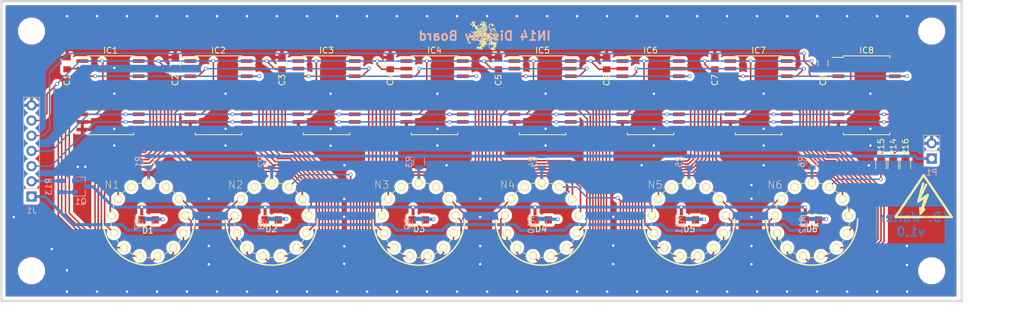
<source format=kicad_pcb>
(kicad_pcb (version 4) (host pcbnew 4.0.7)
  (layers (0 F.Cu signal) (31 B.Cu signal) (34 B.Paste user hide) (35 F.Paste user hide) (36 B.SilkS user) (37 F.SilkS user) (38 B.Mask user) (39 F.Mask user) (44 Edge.Cuts user))
  (net 0 "")
  (net 1 "Net-(IC1-Pad4)")
  (net 2 "Net-(IC1-Pad5)")
  (net 3 "Net-(IC1-Pad6)")
  (net 4 "Net-(IC1-Pad14)")
  (net 5 "Net-(IC1-Pad15)")
  (net 6 "Net-(IC1-Pad16)")
  (net 7 "Net-(IC1-Pad17)")
  (net 8 "Net-(IC2-Pad4)")
  (net 9 "Net-(IC2-Pad5)")
  (net 10 "Net-(IC2-Pad6)")
  (net 11 "Net-(IC2-Pad7)")
  (net 12 "Net-(IC2-Pad14)")
  (net 13 "Net-(IC2-Pad15)")
  (net 14 "Net-(IC2-Pad16)")
  (net 15 "Net-(IC2-Pad17)")
  (net 16 "Net-(IC3-Pad4)")
  (net 17 "Net-(IC3-Pad5)")
  (net 18 "Net-(IC3-Pad6)")
  (net 19 "Net-(IC3-Pad7)")
  (net 20 "Net-(IC4-Pad4)")
  (net 21 "Net-(IC4-Pad5)")
  (net 22 "Net-(IC4-Pad6)")
  (net 23 "Net-(IC4-Pad7)")
  (net 24 "Net-(IC4-Pad14)")
  (net 25 "Net-(IC4-Pad15)")
  (net 26 "Net-(IC4-Pad16)")
  (net 27 "Net-(IC4-Pad17)")
  (net 28 "Net-(IC5-Pad5)")
  (net 29 "Net-(IC5-Pad6)")
  (net 30 "Net-(IC5-Pad7)")
  (net 31 "Net-(IC5-Pad14)")
  (net 32 "Net-(IC5-Pad15)")
  (net 33 "Net-(IC5-Pad16)")
  (net 34 "Net-(IC5-Pad17)")
  (net 35 "Net-(IC6-Pad4)")
  (net 36 "Net-(IC6-Pad5)")
  (net 37 "Net-(IC6-Pad6)")
  (net 38 "Net-(IC6-Pad7)")
  (net 39 "Net-(IC6-Pad14)")
  (net 40 "Net-(IC6-Pad15)")
  (net 41 "Net-(IC6-Pad16)")
  (net 42 "Net-(IC6-Pad17)")
  (net 43 "Net-(IC7-Pad4)")
  (net 44 "Net-(IC7-Pad5)")
  (net 45 "Net-(IC7-Pad6)")
  (net 46 "Net-(IC7-Pad7)")
  (net 47 "Net-(IC7-Pad14)")
  (net 48 "Net-(IC7-Pad15)")
  (net 49 "Net-(IC7-Pad16)")
  (net 50 "Net-(IC7-Pad17)")
  (net 51 "Net-(IC8-Pad4)")
  (net 52 "Net-(IC8-Pad5)")
  (net 53 "Net-(IC8-Pad6)")
  (net 54 "Net-(IC8-Pad7)")
  (net 55 "Net-(IC8-Pad14)")
  (net 56 "Net-(IC8-Pad15)")
  (net 57 "Net-(IC1-Pad12)")
  (net 58 "Net-(IC1-Pad13)")
  (net 59 VCC)
  (net 60 GND)
  (net 61 "Net-(D1-Pad2)")
  (net 62 "Net-(D1-Pad1)")
  (net 63 "Net-(D2-Pad2)")
  (net 64 "Net-(D3-Pad2)")
  (net 65 "Net-(D4-Pad2)")
  (net 66 "Net-(D5-Pad2)")
  (net 67 "Net-(D6-Pad2)")
  (net 68 "Net-(IC1-Pad3)")
  (net 69 "Net-(N1-PadA)")
  (net 70 "Net-(N2-PadA)")
  (net 71 "Net-(N3-PadA)")
  (net 72 "Net-(N4-PadA)")
  (net 73 "Net-(N5-PadA)")
  (net 74 "Net-(N6-PadA)")
  (net 75 "Net-(P1-Pad1)")
  (net 76 "Net-(Q1-Pad1)")
  (net 77 "Net-(N6-PadRHDP)")
  (net 78 "Net-(IC2-Pad3)")
  (net 79 "Net-(IC3-Pad3)")
  (net 80 "Net-(IC4-Pad3)")
  (net 81 "Net-(IC5-Pad3)")
  (net 82 "Net-(IC6-Pad3)")
  (net 83 "Net-(IC7-Pad3)")
  (net 84 "Net-(IC8-Pad3)")
  (net 85 "Net-(IC8-Pad16)")
  (net 86 +12V)
  (net 87 "Net-(N2-PadRHDP)")
  (net 88 "Net-(N4-PadRHDP)")
  (net 89 "Net-(IC1-Pad7)")
  (net 90 "Net-(IC3-Pad14)")
  (net 91 "Net-(IC3-Pad15)")
  (net 92 "Net-(IC3-Pad16)")
  (net 93 "Net-(IC3-Pad17)")
  (net 94 "Net-(IC5-Pad4)")
  (net 95 "Net-(J1-Pad2)")
  (module EuroBoard_Outline:EuroBoard_halb_Type-II_160mmX50mm_holes (layer F.Cu) (at 63.754 121.92)
    (fp_text reference REF** hide)
    (fp_text value EuroBoard_halb_Type-II_160mmX50mm_holes)
    (fp_line (start 0 0) (end 159.99968 0) (layer Edge.Cuts) (width 0.381))
    (fp_line (start 159.99968 0) (end 159.99968 -49.9999) (layer Edge.Cuts) (width 0.381))
    (fp_line (start 159.99968 -49.9999) (end 0 -49.9999) (layer Edge.Cuts) (width 0.381))
    (fp_line (start 0 -49.9999) (end 0 0) (layer Edge.Cuts) (width 0.381))
    (pad "" np_thru_hole circle (at 5.00126 -5.00126) (size 3.50012 3.50012) (drill 3.50012) (layers *.Cu *.Mask))
    (pad "" np_thru_hole circle (at 5.00126 -45.00118) (size 3.50012 3.50012) (drill 3.50012) (layers *.Cu *.Mask))
    (pad "" np_thru_hole circle (at 155.00096 -45.00118) (size 3.50012 3.50012) (drill 3.50012) (layers *.Cu *.Mask))
    (pad "" np_thru_hole circle (at 155.00096 -5.00126) (size 3.50012 3.50012) (drill 3.50012) (layers *.Cu *.Mask))
  )
  (module Housings_SOIC:SOIC-20W_7.5x12.8mm_Pitch1.27mm (layer F.Cu) (at 135.915 87.63)
    (fp_text reference IC4 (at 0 -7.5) (layer F.SilkS))
    (fp_text value TPIC6B596DW)
    (pad 1 smd rect (at -4.7 -5.715) (size 1.95 0.6) (layers F.Cu F.Paste F.Mask))
    (pad 2 smd rect (at -4.7 -4.445) (size 1.95 0.6) (layers F.Cu F.Paste F.Mask) (net 59 VCC))
    (pad 3 smd rect (at -4.7 -3.175) (size 1.95 0.6) (layers F.Cu F.Paste F.Mask) (net 80 "Net-(IC4-Pad3)"))
    (pad 4 smd rect (at -4.7 -1.905) (size 1.95 0.6) (layers F.Cu F.Paste F.Mask) (net 20 "Net-(IC4-Pad4)"))
    (pad 5 smd rect (at -4.7 -0.635) (size 1.95 0.6) (layers F.Cu F.Paste F.Mask) (net 21 "Net-(IC4-Pad5)"))
    (pad 6 smd rect (at -4.7 0.635) (size 1.95 0.6) (layers F.Cu F.Paste F.Mask) (net 22 "Net-(IC4-Pad6)"))
    (pad 7 smd rect (at -4.7 1.905) (size 1.95 0.6) (layers F.Cu F.Paste F.Mask) (net 23 "Net-(IC4-Pad7)"))
    (pad 8 smd rect (at -4.7 3.175) (size 1.95 0.6) (layers F.Cu F.Paste F.Mask) (net 59 VCC))
    (pad 9 smd rect (at -4.7 4.445) (size 1.95 0.6) (layers F.Cu F.Paste F.Mask) (net 60 GND))
    (pad 10 smd rect (at -4.7 5.715) (size 1.95 0.6) (layers F.Cu F.Paste F.Mask) (net 60 GND))
    (pad 11 smd rect (at 4.7 5.715) (size 1.95 0.6) (layers F.Cu F.Paste F.Mask) (net 60 GND))
    (pad 12 smd rect (at 4.7 4.445) (size 1.95 0.6) (layers F.Cu F.Paste F.Mask) (net 57 "Net-(IC1-Pad12)"))
    (pad 13 smd rect (at 4.7 3.175) (size 1.95 0.6) (layers F.Cu F.Paste F.Mask) (net 58 "Net-(IC1-Pad13)"))
    (pad 14 smd rect (at 4.7 1.905) (size 1.95 0.6) (layers F.Cu F.Paste F.Mask) (net 24 "Net-(IC4-Pad14)"))
    (pad 15 smd rect (at 4.7 0.635) (size 1.95 0.6) (layers F.Cu F.Paste F.Mask) (net 25 "Net-(IC4-Pad15)"))
    (pad 16 smd rect (at 4.7 -0.635) (size 1.95 0.6) (layers F.Cu F.Paste F.Mask) (net 26 "Net-(IC4-Pad16)"))
    (pad 17 smd rect (at 4.7 -1.905) (size 1.95 0.6) (layers F.Cu F.Paste F.Mask) (net 27 "Net-(IC4-Pad17)"))
    (pad 18 smd rect (at 4.7 -3.175) (size 1.95 0.6) (layers F.Cu F.Paste F.Mask) (net 79 "Net-(IC3-Pad3)"))
    (pad 19 smd rect (at 4.7 -4.445) (size 1.95 0.6) (layers F.Cu F.Paste F.Mask) (net 60 GND))
    (pad 20 smd rect (at 4.7 -5.715) (size 1.95 0.6) (layers F.Cu F.Paste F.Mask))
  )
  (module russian-nixies:russian-nixies-IN-14 (layer F.Cu) (at 198.797 108.435 180)
    (fp_text reference N6 (at 6.157 5.865 180) (layer F.SilkS) (effects (font (size 1.27 1.27) (thickness 0.0889))))
    (fp_text value IN-14 hide)
    (pad 0 thru_hole circle (at 5.0927 3.51536 180) (size 1.3462 1.3462) (drill 0.8382) (layers *.Cu F.Paste F.SilkS F.Mask) (net 54 "Net-(IC8-Pad7)"))
    (pad 1 thru_hole circle (at -5.0927 3.51536 180) (size 1.3462 1.3462) (drill 0.8382) (layers *.Cu F.Paste F.SilkS F.Mask) (net 45 "Net-(IC7-Pad6)"))
    (pad 2 thru_hole circle (at -6.14426 0.74422 180) (size 1.3462 1.3462) (drill 0.8382) (layers *.Cu F.Paste F.SilkS F.Mask) (net 46 "Net-(IC7-Pad7)"))
    (pad 3 thru_hole circle (at -5.78612 -2.19456 180) (size 1.3462 1.3462) (drill 0.8382) (layers *.Cu F.Paste F.SilkS F.Mask) (net 47 "Net-(IC7-Pad14)"))
    (pad 4 thru_hole circle (at -4.10464 -4.63296 180) (size 1.3462 1.3462) (drill 0.8382) (layers *.Cu F.Paste F.SilkS F.Mask) (net 48 "Net-(IC7-Pad15)"))
    (pad 5 thru_hole circle (at -1.48082 -6.00964 180) (size 1.3462 1.3462) (drill 0.8382) (layers *.Cu F.Paste F.SilkS F.Mask) (net 49 "Net-(IC7-Pad16)"))
    (pad 6 thru_hole circle (at 1.48082 -6.00964 180) (size 1.3462 1.3462) (drill 0.8382) (layers *.Cu F.Paste F.SilkS F.Mask) (net 50 "Net-(IC7-Pad17)"))
    (pad 7 thru_hole circle (at 4.10464 -4.63296 180) (size 1.3462 1.3462) (drill 0.8382) (layers *.Cu F.Paste F.SilkS F.Mask) (net 51 "Net-(IC8-Pad4)"))
    (pad 8 thru_hole circle (at 5.78612 -2.19456 180) (size 1.3462 1.3462) (drill 0.8382) (layers *.Cu F.Paste F.SilkS F.Mask) (net 52 "Net-(IC8-Pad5)"))
    (pad 9 thru_hole circle (at 6.14426 0.74422 180) (size 1.3462 1.3462) (drill 0.8382) (layers *.Cu F.Paste F.SilkS F.Mask) (net 53 "Net-(IC8-Pad6)"))
    (pad A thru_hole circle (at 0 6.18744 180) (size 1.3462 1.3462) (drill 0.8382) (layers *.Cu F.Paste F.SilkS F.Mask) (net 74 "Net-(N6-PadA)"))
    (pad LHDP thru_hole circle (at 2.87528 5.47878 180) (size 1.3462 1.3462) (drill 0.8382) (layers *.Cu F.Paste F.SilkS F.Mask))
    (pad RHDP thru_hole circle (at -2.87528 5.47878 180) (size 1.3462 1.3462) (drill 0.8382) (layers *.Cu F.Paste F.SilkS F.Mask) (net 77 "Net-(N6-PadRHDP)"))
  )
  (module russian-nixies:russian-nixies-IN-14 (layer F.Cu) (at 178.297 108.435 180)
    (fp_text reference N5 (at 5.623 5.865 180) (layer F.SilkS) (effects (font (size 1.27 1.27) (thickness 0.0889))))
    (fp_text value IN-14 hide)
    (pad 0 thru_hole circle (at 5.0927 3.51536 180) (size 1.3462 1.3462) (drill 0.8382) (layers *.Cu F.Paste F.SilkS F.Mask) (net 44 "Net-(IC7-Pad5)"))
    (pad 1 thru_hole circle (at -5.0927 3.51536 180) (size 1.3462 1.3462) (drill 0.8382) (layers *.Cu F.Paste F.SilkS F.Mask) (net 35 "Net-(IC6-Pad4)"))
    (pad 2 thru_hole circle (at -6.14426 0.74422 180) (size 1.3462 1.3462) (drill 0.8382) (layers *.Cu F.Paste F.SilkS F.Mask) (net 36 "Net-(IC6-Pad5)"))
    (pad 3 thru_hole circle (at -5.78612 -2.19456 180) (size 1.3462 1.3462) (drill 0.8382) (layers *.Cu F.Paste F.SilkS F.Mask) (net 37 "Net-(IC6-Pad6)"))
    (pad 4 thru_hole circle (at -4.10464 -4.63296 180) (size 1.3462 1.3462) (drill 0.8382) (layers *.Cu F.Paste F.SilkS F.Mask) (net 38 "Net-(IC6-Pad7)"))
    (pad 5 thru_hole circle (at -1.48082 -6.00964 180) (size 1.3462 1.3462) (drill 0.8382) (layers *.Cu F.Paste F.SilkS F.Mask) (net 39 "Net-(IC6-Pad14)"))
    (pad 6 thru_hole circle (at 1.48082 -6.00964 180) (size 1.3462 1.3462) (drill 0.8382) (layers *.Cu F.Paste F.SilkS F.Mask) (net 40 "Net-(IC6-Pad15)"))
    (pad 7 thru_hole circle (at 4.10464 -4.63296 180) (size 1.3462 1.3462) (drill 0.8382) (layers *.Cu F.Paste F.SilkS F.Mask) (net 41 "Net-(IC6-Pad16)"))
    (pad 8 thru_hole circle (at 5.78612 -2.19456 180) (size 1.3462 1.3462) (drill 0.8382) (layers *.Cu F.Paste F.SilkS F.Mask) (net 42 "Net-(IC6-Pad17)"))
    (pad 9 thru_hole circle (at 6.14426 0.74422 180) (size 1.3462 1.3462) (drill 0.8382) (layers *.Cu F.Paste F.SilkS F.Mask) (net 43 "Net-(IC7-Pad4)"))
    (pad A thru_hole circle (at 0 6.18744 180) (size 1.3462 1.3462) (drill 0.8382) (layers *.Cu F.Paste F.SilkS F.Mask) (net 73 "Net-(N5-PadA)"))
    (pad LHDP thru_hole circle (at 2.87528 5.47878 180) (size 1.3462 1.3462) (drill 0.8382) (layers *.Cu F.Paste F.SilkS F.Mask))
    (pad RHDP thru_hole circle (at -2.87528 5.47878 180) (size 1.3462 1.3462) (drill 0.8382) (layers *.Cu F.Paste F.SilkS F.Mask))
  )
  (module russian-nixies:russian-nixies-IN-14 (layer F.Cu) (at 153.7878 108.435 180)
    (fp_text reference N4 (at 5.7002 5.85978 180) (layer F.SilkS) (effects (font (size 1.27 1.27) (thickness 0.0889))))
    (fp_text value IN-14 hide)
    (pad 0 thru_hole circle (at 5.0927 3.51536 180) (size 1.3462 1.3462) (drill 0.8382) (layers *.Cu F.Paste F.SilkS F.Mask) (net 34 "Net-(IC5-Pad17)"))
    (pad 1 thru_hole circle (at -5.0927 3.51536 180) (size 1.3462 1.3462) (drill 0.8382) (layers *.Cu F.Paste F.SilkS F.Mask) (net 26 "Net-(IC4-Pad16)"))
    (pad 2 thru_hole circle (at -6.14426 0.74422 180) (size 1.3462 1.3462) (drill 0.8382) (layers *.Cu F.Paste F.SilkS F.Mask) (net 27 "Net-(IC4-Pad17)"))
    (pad 3 thru_hole circle (at -5.78612 -2.19456 180) (size 1.3462 1.3462) (drill 0.8382) (layers *.Cu F.Paste F.SilkS F.Mask) (net 94 "Net-(IC5-Pad4)"))
    (pad 4 thru_hole circle (at -4.10464 -4.63296 180) (size 1.3462 1.3462) (drill 0.8382) (layers *.Cu F.Paste F.SilkS F.Mask) (net 28 "Net-(IC5-Pad5)"))
    (pad 5 thru_hole circle (at -1.48082 -6.00964 180) (size 1.3462 1.3462) (drill 0.8382) (layers *.Cu F.Paste F.SilkS F.Mask) (net 29 "Net-(IC5-Pad6)"))
    (pad 6 thru_hole circle (at 1.48082 -6.00964 180) (size 1.3462 1.3462) (drill 0.8382) (layers *.Cu F.Paste F.SilkS F.Mask) (net 30 "Net-(IC5-Pad7)"))
    (pad 7 thru_hole circle (at 4.10464 -4.63296 180) (size 1.3462 1.3462) (drill 0.8382) (layers *.Cu F.Paste F.SilkS F.Mask) (net 31 "Net-(IC5-Pad14)"))
    (pad 8 thru_hole circle (at 5.78612 -2.19456 180) (size 1.3462 1.3462) (drill 0.8382) (layers *.Cu F.Paste F.SilkS F.Mask) (net 32 "Net-(IC5-Pad15)"))
    (pad 9 thru_hole circle (at 6.14426 0.74422 180) (size 1.3462 1.3462) (drill 0.8382) (layers *.Cu F.Paste F.SilkS F.Mask) (net 33 "Net-(IC5-Pad16)"))
    (pad A thru_hole circle (at 0 6.18744 180) (size 1.3462 1.3462) (drill 0.8382) (layers *.Cu F.Paste F.SilkS F.Mask) (net 72 "Net-(N4-PadA)"))
    (pad LHDP thru_hole circle (at 2.87528 5.47878 180) (size 1.3462 1.3462) (drill 0.8382) (layers *.Cu F.Paste F.SilkS F.Mask))
    (pad RHDP thru_hole circle (at -2.87528 5.47878 180) (size 1.3462 1.3462) (drill 0.8382) (layers *.Cu F.Paste F.SilkS F.Mask) (net 88 "Net-(N4-PadRHDP)"))
  )
  (module russian-nixies:russian-nixies-IN-14 (layer F.Cu) (at 133.2878 108.435 180)
    (fp_text reference N3 (at 6.1822 5.85978 180) (layer F.SilkS) (effects (font (size 1.27 1.27) (thickness 0.0889))))
    (fp_text value IN-14 hide)
    (pad 0 thru_hole circle (at 5.0927 3.51536 180) (size 1.3462 1.3462) (drill 0.8382) (layers *.Cu F.Paste F.SilkS F.Mask) (net 25 "Net-(IC4-Pad15)"))
    (pad 1 thru_hole circle (at -5.0927 3.51536 180) (size 1.3462 1.3462) (drill 0.8382) (layers *.Cu F.Paste F.SilkS F.Mask) (net 90 "Net-(IC3-Pad14)"))
    (pad 2 thru_hole circle (at -6.14426 0.74422 180) (size 1.3462 1.3462) (drill 0.8382) (layers *.Cu F.Paste F.SilkS F.Mask) (net 91 "Net-(IC3-Pad15)"))
    (pad 3 thru_hole circle (at -5.78612 -2.19456 180) (size 1.3462 1.3462) (drill 0.8382) (layers *.Cu F.Paste F.SilkS F.Mask) (net 92 "Net-(IC3-Pad16)"))
    (pad 4 thru_hole circle (at -4.10464 -4.63296 180) (size 1.3462 1.3462) (drill 0.8382) (layers *.Cu F.Paste F.SilkS F.Mask) (net 93 "Net-(IC3-Pad17)"))
    (pad 5 thru_hole circle (at -1.48082 -6.00964 180) (size 1.3462 1.3462) (drill 0.8382) (layers *.Cu F.Paste F.SilkS F.Mask) (net 20 "Net-(IC4-Pad4)"))
    (pad 6 thru_hole circle (at 1.48082 -6.00964 180) (size 1.3462 1.3462) (drill 0.8382) (layers *.Cu F.Paste F.SilkS F.Mask) (net 21 "Net-(IC4-Pad5)"))
    (pad 7 thru_hole circle (at 4.10464 -4.63296 180) (size 1.3462 1.3462) (drill 0.8382) (layers *.Cu F.Paste F.SilkS F.Mask) (net 22 "Net-(IC4-Pad6)"))
    (pad 8 thru_hole circle (at 5.78612 -2.19456 180) (size 1.3462 1.3462) (drill 0.8382) (layers *.Cu F.Paste F.SilkS F.Mask) (net 23 "Net-(IC4-Pad7)"))
    (pad 9 thru_hole circle (at 6.14426 0.74422 180) (size 1.3462 1.3462) (drill 0.8382) (layers *.Cu F.Paste F.SilkS F.Mask) (net 24 "Net-(IC4-Pad14)"))
    (pad A thru_hole circle (at 0 6.18744 180) (size 1.3462 1.3462) (drill 0.8382) (layers *.Cu F.Paste F.SilkS F.Mask) (net 71 "Net-(N3-PadA)"))
    (pad LHDP thru_hole circle (at 2.87528 5.47878 180) (size 1.3462 1.3462) (drill 0.8382) (layers *.Cu F.Paste F.SilkS F.Mask))
    (pad RHDP thru_hole circle (at -2.87528 5.47878 180) (size 1.3462 1.3462) (drill 0.8382) (layers *.Cu F.Paste F.SilkS F.Mask))
  )
  (module russian-nixies:russian-nixies-IN-14 (layer F.Cu) (at 108.774 108.435 180)
    (fp_text reference N2 (at 6.01 5.865 180) (layer F.SilkS) (effects (font (size 1.27 1.27) (thickness 0.0889))))
    (fp_text value IN-14 hide)
    (pad 0 thru_hole circle (at 5.0927 3.51536 180) (size 1.3462 1.3462) (drill 0.8382) (layers *.Cu F.Paste F.SilkS F.Mask) (net 19 "Net-(IC3-Pad7)"))
    (pad 1 thru_hole circle (at -5.0927 3.51536 180) (size 1.3462 1.3462) (drill 0.8382) (layers *.Cu F.Paste F.SilkS F.Mask) (net 10 "Net-(IC2-Pad6)"))
    (pad 2 thru_hole circle (at -6.14426 0.74422 180) (size 1.3462 1.3462) (drill 0.8382) (layers *.Cu F.Paste F.SilkS F.Mask) (net 11 "Net-(IC2-Pad7)"))
    (pad 3 thru_hole circle (at -5.78612 -2.19456 180) (size 1.3462 1.3462) (drill 0.8382) (layers *.Cu F.Paste F.SilkS F.Mask) (net 12 "Net-(IC2-Pad14)"))
    (pad 4 thru_hole circle (at -4.10464 -4.63296 180) (size 1.3462 1.3462) (drill 0.8382) (layers *.Cu F.Paste F.SilkS F.Mask) (net 13 "Net-(IC2-Pad15)"))
    (pad 5 thru_hole circle (at -1.48082 -6.00964 180) (size 1.3462 1.3462) (drill 0.8382) (layers *.Cu F.Paste F.SilkS F.Mask) (net 14 "Net-(IC2-Pad16)"))
    (pad 6 thru_hole circle (at 1.48082 -6.00964 180) (size 1.3462 1.3462) (drill 0.8382) (layers *.Cu F.Paste F.SilkS F.Mask) (net 15 "Net-(IC2-Pad17)"))
    (pad 7 thru_hole circle (at 4.10464 -4.63296 180) (size 1.3462 1.3462) (drill 0.8382) (layers *.Cu F.Paste F.SilkS F.Mask) (net 16 "Net-(IC3-Pad4)"))
    (pad 8 thru_hole circle (at 5.78612 -2.19456 180) (size 1.3462 1.3462) (drill 0.8382) (layers *.Cu F.Paste F.SilkS F.Mask) (net 17 "Net-(IC3-Pad5)"))
    (pad 9 thru_hole circle (at 6.14426 0.74422 180) (size 1.3462 1.3462) (drill 0.8382) (layers *.Cu F.Paste F.SilkS F.Mask) (net 18 "Net-(IC3-Pad6)"))
    (pad A thru_hole circle (at 0 6.18744 180) (size 1.3462 1.3462) (drill 0.8382) (layers *.Cu F.Paste F.SilkS F.Mask) (net 70 "Net-(N2-PadA)"))
    (pad LHDP thru_hole circle (at 2.87528 5.47878 180) (size 1.3462 1.3462) (drill 0.8382) (layers *.Cu F.Paste F.SilkS F.Mask))
    (pad RHDP thru_hole circle (at -2.87528 5.47878 180) (size 1.3462 1.3462) (drill 0.8382) (layers *.Cu F.Paste F.SilkS F.Mask) (net 87 "Net-(N2-PadRHDP)"))
  )
  (module russian-nixies:russian-nixies-IN-14 (layer F.Cu) (at 88.274 108.435 180)
    (fp_text reference N1 (at 6.111 5.865 180) (layer F.SilkS) (effects (font (size 1.27 1.27) (thickness 0.0889))))
    (fp_text value IN-14 hide)
    (pad 0 thru_hole circle (at 5.0927 3.51536 180) (size 1.3462 1.3462) (drill 0.8382) (layers *.Cu F.Paste F.SilkS F.Mask) (net 9 "Net-(IC2-Pad5)"))
    (pad 1 thru_hole circle (at -5.0927 3.51536 180) (size 1.3462 1.3462) (drill 0.8382) (layers *.Cu F.Paste F.SilkS F.Mask) (net 1 "Net-(IC1-Pad4)"))
    (pad 2 thru_hole circle (at -6.14426 0.74422 180) (size 1.3462 1.3462) (drill 0.8382) (layers *.Cu F.Paste F.SilkS F.Mask) (net 2 "Net-(IC1-Pad5)"))
    (pad 3 thru_hole circle (at -5.78612 -2.19456 180) (size 1.3462 1.3462) (drill 0.8382) (layers *.Cu F.Paste F.SilkS F.Mask) (net 3 "Net-(IC1-Pad6)"))
    (pad 4 thru_hole circle (at -4.10464 -4.63296 180) (size 1.3462 1.3462) (drill 0.8382) (layers *.Cu F.Paste F.SilkS F.Mask) (net 89 "Net-(IC1-Pad7)"))
    (pad 5 thru_hole circle (at -1.48082 -6.00964 180) (size 1.3462 1.3462) (drill 0.8382) (layers *.Cu F.Paste F.SilkS F.Mask) (net 4 "Net-(IC1-Pad14)"))
    (pad 6 thru_hole circle (at 1.48082 -6.00964 180) (size 1.3462 1.3462) (drill 0.8382) (layers *.Cu F.Paste F.SilkS F.Mask) (net 5 "Net-(IC1-Pad15)"))
    (pad 7 thru_hole circle (at 4.10464 -4.63296 180) (size 1.3462 1.3462) (drill 0.8382) (layers *.Cu F.Paste F.SilkS F.Mask) (net 6 "Net-(IC1-Pad16)"))
    (pad 8 thru_hole circle (at 5.78612 -2.19456 180) (size 1.3462 1.3462) (drill 0.8382) (layers *.Cu F.Paste F.SilkS F.Mask) (net 7 "Net-(IC1-Pad17)"))
    (pad 9 thru_hole circle (at 6.14426 0.74422 180) (size 1.3462 1.3462) (drill 0.8382) (layers *.Cu F.Paste F.SilkS F.Mask) (net 8 "Net-(IC2-Pad4)"))
    (pad A thru_hole circle (at 0 6.18744 180) (size 1.3462 1.3462) (drill 0.8382) (layers *.Cu F.Paste F.SilkS F.Mask) (net 69 "Net-(N1-PadA)"))
    (pad LHDP thru_hole circle (at 2.87528 5.47878 180) (size 1.3462 1.3462) (drill 0.8382) (layers *.Cu F.Paste F.SilkS F.Mask))
    (pad RHDP thru_hole circle (at -2.87528 5.47878 180) (size 1.3462 1.3462) (drill 0.8382) (layers *.Cu F.Paste F.SilkS F.Mask))
  )
  (module LEDs:LED_0805 (layer F.Cu) (at 88.274 108.435)
    (fp_text reference D1 (at -0.127 1.778) (layer F.SilkS))
    (fp_text value LED)
    (pad 2 smd rect (at 1.1 0 180) (size 1.2 1.2) (layers F.Cu F.Paste F.Mask) (net 61 "Net-(D1-Pad2)"))
    (pad 1 smd rect (at -1.1 0 180) (size 1.2 1.2) (layers F.Cu F.Paste F.Mask) (net 62 "Net-(D1-Pad1)"))
  )
  (module LEDs:LED_0805 (layer F.Cu) (at 108.774 108.435)
    (fp_text reference D2 (at -0.0635 1.524) (layer F.SilkS))
    (fp_text value LED)
    (pad 2 smd rect (at 1.1 0 180) (size 1.2 1.2) (layers F.Cu F.Paste F.Mask) (net 63 "Net-(D2-Pad2)"))
    (pad 1 smd rect (at -1.1 0 180) (size 1.2 1.2) (layers F.Cu F.Paste F.Mask) (net 62 "Net-(D1-Pad1)"))
  )
  (module LEDs:LED_0805 (layer F.Cu) (at 133.2878 108.435)
    (fp_text reference D3 (at 0.0635 1.524) (layer F.SilkS))
    (fp_text value LED)
    (pad 2 smd rect (at 1.1 0 180) (size 1.2 1.2) (layers F.Cu F.Paste F.Mask) (net 64 "Net-(D3-Pad2)"))
    (pad 1 smd rect (at -1.1 0 180) (size 1.2 1.2) (layers F.Cu F.Paste F.Mask) (net 62 "Net-(D1-Pad1)"))
  )
  (module LEDs:LED_0805 (layer F.Cu) (at 153.7878 108.435)
    (fp_text reference D4 (at -0.127 1.524) (layer F.SilkS))
    (fp_text value LED)
    (pad 2 smd rect (at 1.1 0 180) (size 1.2 1.2) (layers F.Cu F.Paste F.Mask) (net 65 "Net-(D4-Pad2)"))
    (pad 1 smd rect (at -1.1 0 180) (size 1.2 1.2) (layers F.Cu F.Paste F.Mask) (net 62 "Net-(D1-Pad1)"))
  )
  (module LEDs:LED_0805 (layer F.Cu) (at 178.297 108.435)
    (fp_text reference D5 (at 0.0635 1.524) (layer F.SilkS))
    (fp_text value LED)
    (pad 2 smd rect (at 1.1 0 180) (size 1.2 1.2) (layers F.Cu F.Paste F.Mask) (net 66 "Net-(D5-Pad2)"))
    (pad 1 smd rect (at -1.1 0 180) (size 1.2 1.2) (layers F.Cu F.Paste F.Mask) (net 62 "Net-(D1-Pad1)"))
  )
  (module LEDs:LED_0805 (layer F.Cu) (at 198.797 108.435)
    (fp_text reference D6 (at 0 1.524) (layer F.SilkS))
    (fp_text value LED)
    (pad 2 smd rect (at 1.1 0 180) (size 1.2 1.2) (layers F.Cu F.Paste F.Mask) (net 67 "Net-(D6-Pad2)"))
    (pad 1 smd rect (at -1.1 0 180) (size 1.2 1.2) (layers F.Cu F.Paste F.Mask) (net 62 "Net-(D1-Pad1)"))
  )
  (module Housings_SOIC:SOIC-20W_7.5x12.8mm_Pitch1.27mm (layer F.Cu) (at 81.915 87.63)
    (fp_text reference IC1 (at 0 -7.5) (layer F.SilkS))
    (fp_text value TPIC6B596DW)
    (pad 1 smd rect (at -4.7 -5.715) (size 1.95 0.6) (layers F.Cu F.Paste F.Mask))
    (pad 2 smd rect (at -4.7 -4.445) (size 1.95 0.6) (layers F.Cu F.Paste F.Mask) (net 59 VCC))
    (pad 3 smd rect (at -4.7 -3.175) (size 1.95 0.6) (layers F.Cu F.Paste F.Mask) (net 68 "Net-(IC1-Pad3)"))
    (pad 4 smd rect (at -4.7 -1.905) (size 1.95 0.6) (layers F.Cu F.Paste F.Mask) (net 1 "Net-(IC1-Pad4)"))
    (pad 5 smd rect (at -4.7 -0.635) (size 1.95 0.6) (layers F.Cu F.Paste F.Mask) (net 2 "Net-(IC1-Pad5)"))
    (pad 6 smd rect (at -4.7 0.635) (size 1.95 0.6) (layers F.Cu F.Paste F.Mask) (net 3 "Net-(IC1-Pad6)"))
    (pad 7 smd rect (at -4.7 1.905) (size 1.95 0.6) (layers F.Cu F.Paste F.Mask) (net 89 "Net-(IC1-Pad7)"))
    (pad 8 smd rect (at -4.7 3.175) (size 1.95 0.6) (layers F.Cu F.Paste F.Mask) (net 59 VCC))
    (pad 9 smd rect (at -4.7 4.445) (size 1.95 0.6) (layers F.Cu F.Paste F.Mask) (net 60 GND))
    (pad 10 smd rect (at -4.7 5.715) (size 1.95 0.6) (layers F.Cu F.Paste F.Mask) (net 60 GND))
    (pad 11 smd rect (at 4.7 5.715) (size 1.95 0.6) (layers F.Cu F.Paste F.Mask) (net 60 GND))
    (pad 12 smd rect (at 4.7 4.445) (size 1.95 0.6) (layers F.Cu F.Paste F.Mask) (net 57 "Net-(IC1-Pad12)"))
    (pad 13 smd rect (at 4.7 3.175) (size 1.95 0.6) (layers F.Cu F.Paste F.Mask) (net 58 "Net-(IC1-Pad13)"))
    (pad 14 smd rect (at 4.7 1.905) (size 1.95 0.6) (layers F.Cu F.Paste F.Mask) (net 4 "Net-(IC1-Pad14)"))
    (pad 15 smd rect (at 4.7 0.635) (size 1.95 0.6) (layers F.Cu F.Paste F.Mask) (net 5 "Net-(IC1-Pad15)"))
    (pad 16 smd rect (at 4.7 -0.635) (size 1.95 0.6) (layers F.Cu F.Paste F.Mask) (net 6 "Net-(IC1-Pad16)"))
    (pad 17 smd rect (at 4.7 -1.905) (size 1.95 0.6) (layers F.Cu F.Paste F.Mask) (net 7 "Net-(IC1-Pad17)"))
    (pad 18 smd rect (at 4.7 -3.175) (size 1.95 0.6) (layers F.Cu F.Paste F.Mask))
    (pad 19 smd rect (at 4.7 -4.445) (size 1.95 0.6) (layers F.Cu F.Paste F.Mask) (net 60 GND))
    (pad 20 smd rect (at 4.7 -5.715) (size 1.95 0.6) (layers F.Cu F.Paste F.Mask))
  )
  (module Housings_SOIC:SOIC-20W_7.5x12.8mm_Pitch1.27mm (layer F.Cu) (at 99.915 87.63)
    (fp_text reference IC2 (at 0 -7.5) (layer F.SilkS))
    (fp_text value TPIC6B596DW)
    (pad 1 smd rect (at -4.7 -5.715) (size 1.95 0.6) (layers F.Cu F.Paste F.Mask))
    (pad 2 smd rect (at -4.7 -4.445) (size 1.95 0.6) (layers F.Cu F.Paste F.Mask) (net 59 VCC))
    (pad 3 smd rect (at -4.7 -3.175) (size 1.95 0.6) (layers F.Cu F.Paste F.Mask) (net 78 "Net-(IC2-Pad3)"))
    (pad 4 smd rect (at -4.7 -1.905) (size 1.95 0.6) (layers F.Cu F.Paste F.Mask) (net 8 "Net-(IC2-Pad4)"))
    (pad 5 smd rect (at -4.7 -0.635) (size 1.95 0.6) (layers F.Cu F.Paste F.Mask) (net 9 "Net-(IC2-Pad5)"))
    (pad 6 smd rect (at -4.7 0.635) (size 1.95 0.6) (layers F.Cu F.Paste F.Mask) (net 10 "Net-(IC2-Pad6)"))
    (pad 7 smd rect (at -4.7 1.905) (size 1.95 0.6) (layers F.Cu F.Paste F.Mask) (net 11 "Net-(IC2-Pad7)"))
    (pad 8 smd rect (at -4.7 3.175) (size 1.95 0.6) (layers F.Cu F.Paste F.Mask) (net 59 VCC))
    (pad 9 smd rect (at -4.7 4.445) (size 1.95 0.6) (layers F.Cu F.Paste F.Mask) (net 60 GND))
    (pad 10 smd rect (at -4.7 5.715) (size 1.95 0.6) (layers F.Cu F.Paste F.Mask) (net 60 GND))
    (pad 11 smd rect (at 4.7 5.715) (size 1.95 0.6) (layers F.Cu F.Paste F.Mask) (net 60 GND))
    (pad 12 smd rect (at 4.7 4.445) (size 1.95 0.6) (layers F.Cu F.Paste F.Mask) (net 57 "Net-(IC1-Pad12)"))
    (pad 13 smd rect (at 4.7 3.175) (size 1.95 0.6) (layers F.Cu F.Paste F.Mask) (net 58 "Net-(IC1-Pad13)"))
    (pad 14 smd rect (at 4.7 1.905) (size 1.95 0.6) (layers F.Cu F.Paste F.Mask) (net 12 "Net-(IC2-Pad14)"))
    (pad 15 smd rect (at 4.7 0.635) (size 1.95 0.6) (layers F.Cu F.Paste F.Mask) (net 13 "Net-(IC2-Pad15)"))
    (pad 16 smd rect (at 4.7 -0.635) (size 1.95 0.6) (layers F.Cu F.Paste F.Mask) (net 14 "Net-(IC2-Pad16)"))
    (pad 17 smd rect (at 4.7 -1.905) (size 1.95 0.6) (layers F.Cu F.Paste F.Mask) (net 15 "Net-(IC2-Pad17)"))
    (pad 18 smd rect (at 4.7 -3.175) (size 1.95 0.6) (layers F.Cu F.Paste F.Mask) (net 68 "Net-(IC1-Pad3)"))
    (pad 19 smd rect (at 4.7 -4.445) (size 1.95 0.6) (layers F.Cu F.Paste F.Mask) (net 60 GND))
    (pad 20 smd rect (at 4.7 -5.715) (size 1.95 0.6) (layers F.Cu F.Paste F.Mask))
  )
  (module Housings_SOIC:SOIC-20W_7.5x12.8mm_Pitch1.27mm (layer F.Cu) (at 117.915 87.63)
    (fp_text reference IC3 (at 0 -7.5) (layer F.SilkS))
    (fp_text value TPIC6B596DW)
    (pad 1 smd rect (at -4.7 -5.715) (size 1.95 0.6) (layers F.Cu F.Paste F.Mask))
    (pad 2 smd rect (at -4.7 -4.445) (size 1.95 0.6) (layers F.Cu F.Paste F.Mask) (net 59 VCC))
    (pad 3 smd rect (at -4.7 -3.175) (size 1.95 0.6) (layers F.Cu F.Paste F.Mask) (net 79 "Net-(IC3-Pad3)"))
    (pad 4 smd rect (at -4.7 -1.905) (size 1.95 0.6) (layers F.Cu F.Paste F.Mask) (net 16 "Net-(IC3-Pad4)"))
    (pad 5 smd rect (at -4.7 -0.635) (size 1.95 0.6) (layers F.Cu F.Paste F.Mask) (net 17 "Net-(IC3-Pad5)"))
    (pad 6 smd rect (at -4.7 0.635) (size 1.95 0.6) (layers F.Cu F.Paste F.Mask) (net 18 "Net-(IC3-Pad6)"))
    (pad 7 smd rect (at -4.7 1.905) (size 1.95 0.6) (layers F.Cu F.Paste F.Mask) (net 19 "Net-(IC3-Pad7)"))
    (pad 8 smd rect (at -4.7 3.175) (size 1.95 0.6) (layers F.Cu F.Paste F.Mask) (net 59 VCC))
    (pad 9 smd rect (at -4.7 4.445) (size 1.95 0.6) (layers F.Cu F.Paste F.Mask) (net 60 GND))
    (pad 10 smd rect (at -4.7 5.715) (size 1.95 0.6) (layers F.Cu F.Paste F.Mask) (net 60 GND))
    (pad 11 smd rect (at 4.7 5.715) (size 1.95 0.6) (layers F.Cu F.Paste F.Mask) (net 60 GND))
    (pad 12 smd rect (at 4.7 4.445) (size 1.95 0.6) (layers F.Cu F.Paste F.Mask) (net 57 "Net-(IC1-Pad12)"))
    (pad 13 smd rect (at 4.7 3.175) (size 1.95 0.6) (layers F.Cu F.Paste F.Mask) (net 58 "Net-(IC1-Pad13)"))
    (pad 14 smd rect (at 4.7 1.905) (size 1.95 0.6) (layers F.Cu F.Paste F.Mask) (net 90 "Net-(IC3-Pad14)"))
    (pad 15 smd rect (at 4.7 0.635) (size 1.95 0.6) (layers F.Cu F.Paste F.Mask) (net 91 "Net-(IC3-Pad15)"))
    (pad 16 smd rect (at 4.7 -0.635) (size 1.95 0.6) (layers F.Cu F.Paste F.Mask) (net 92 "Net-(IC3-Pad16)"))
    (pad 17 smd rect (at 4.7 -1.905) (size 1.95 0.6) (layers F.Cu F.Paste F.Mask) (net 93 "Net-(IC3-Pad17)"))
    (pad 18 smd rect (at 4.7 -3.175) (size 1.95 0.6) (layers F.Cu F.Paste F.Mask) (net 78 "Net-(IC2-Pad3)"))
    (pad 19 smd rect (at 4.7 -4.445) (size 1.95 0.6) (layers F.Cu F.Paste F.Mask) (net 60 GND))
    (pad 20 smd rect (at 4.7 -5.715) (size 1.95 0.6) (layers F.Cu F.Paste F.Mask))
  )
  (module Housings_SOIC:SOIC-20W_7.5x12.8mm_Pitch1.27mm (layer F.Cu) (at 153.915 87.63)
    (fp_text reference IC5 (at 0 -7.5) (layer F.SilkS))
    (fp_text value TPIC6B596DW)
    (pad 1 smd rect (at -4.7 -5.715) (size 1.95 0.6) (layers F.Cu F.Paste F.Mask))
    (pad 2 smd rect (at -4.7 -4.445) (size 1.95 0.6) (layers F.Cu F.Paste F.Mask) (net 59 VCC))
    (pad 3 smd rect (at -4.7 -3.175) (size 1.95 0.6) (layers F.Cu F.Paste F.Mask) (net 81 "Net-(IC5-Pad3)"))
    (pad 4 smd rect (at -4.7 -1.905) (size 1.95 0.6) (layers F.Cu F.Paste F.Mask) (net 94 "Net-(IC5-Pad4)"))
    (pad 5 smd rect (at -4.7 -0.635) (size 1.95 0.6) (layers F.Cu F.Paste F.Mask) (net 28 "Net-(IC5-Pad5)"))
    (pad 6 smd rect (at -4.7 0.635) (size 1.95 0.6) (layers F.Cu F.Paste F.Mask) (net 29 "Net-(IC5-Pad6)"))
    (pad 7 smd rect (at -4.7 1.905) (size 1.95 0.6) (layers F.Cu F.Paste F.Mask) (net 30 "Net-(IC5-Pad7)"))
    (pad 8 smd rect (at -4.7 3.175) (size 1.95 0.6) (layers F.Cu F.Paste F.Mask) (net 59 VCC))
    (pad 9 smd rect (at -4.7 4.445) (size 1.95 0.6) (layers F.Cu F.Paste F.Mask) (net 60 GND))
    (pad 10 smd rect (at -4.7 5.715) (size 1.95 0.6) (layers F.Cu F.Paste F.Mask) (net 60 GND))
    (pad 11 smd rect (at 4.7 5.715) (size 1.95 0.6) (layers F.Cu F.Paste F.Mask) (net 60 GND))
    (pad 12 smd rect (at 4.7 4.445) (size 1.95 0.6) (layers F.Cu F.Paste F.Mask) (net 57 "Net-(IC1-Pad12)"))
    (pad 13 smd rect (at 4.7 3.175) (size 1.95 0.6) (layers F.Cu F.Paste F.Mask) (net 58 "Net-(IC1-Pad13)"))
    (pad 14 smd rect (at 4.7 1.905) (size 1.95 0.6) (layers F.Cu F.Paste F.Mask) (net 31 "Net-(IC5-Pad14)"))
    (pad 15 smd rect (at 4.7 0.635) (size 1.95 0.6) (layers F.Cu F.Paste F.Mask) (net 32 "Net-(IC5-Pad15)"))
    (pad 16 smd rect (at 4.7 -0.635) (size 1.95 0.6) (layers F.Cu F.Paste F.Mask) (net 33 "Net-(IC5-Pad16)"))
    (pad 17 smd rect (at 4.7 -1.905) (size 1.95 0.6) (layers F.Cu F.Paste F.Mask) (net 34 "Net-(IC5-Pad17)"))
    (pad 18 smd rect (at 4.7 -3.175) (size 1.95 0.6) (layers F.Cu F.Paste F.Mask) (net 80 "Net-(IC4-Pad3)"))
    (pad 19 smd rect (at 4.7 -4.445) (size 1.95 0.6) (layers F.Cu F.Paste F.Mask) (net 60 GND))
    (pad 20 smd rect (at 4.7 -5.715) (size 1.95 0.6) (layers F.Cu F.Paste F.Mask))
  )
  (module Housings_SOIC:SOIC-20W_7.5x12.8mm_Pitch1.27mm (layer F.Cu) (at 171.915 87.63)
    (fp_text reference IC6 (at 0 -7.5) (layer F.SilkS))
    (fp_text value TPIC6B596DW)
    (pad 1 smd rect (at -4.7 -5.715) (size 1.95 0.6) (layers F.Cu F.Paste F.Mask))
    (pad 2 smd rect (at -4.7 -4.445) (size 1.95 0.6) (layers F.Cu F.Paste F.Mask) (net 59 VCC))
    (pad 3 smd rect (at -4.7 -3.175) (size 1.95 0.6) (layers F.Cu F.Paste F.Mask) (net 82 "Net-(IC6-Pad3)"))
    (pad 4 smd rect (at -4.7 -1.905) (size 1.95 0.6) (layers F.Cu F.Paste F.Mask) (net 35 "Net-(IC6-Pad4)"))
    (pad 5 smd rect (at -4.7 -0.635) (size 1.95 0.6) (layers F.Cu F.Paste F.Mask) (net 36 "Net-(IC6-Pad5)"))
    (pad 6 smd rect (at -4.7 0.635) (size 1.95 0.6) (layers F.Cu F.Paste F.Mask) (net 37 "Net-(IC6-Pad6)"))
    (pad 7 smd rect (at -4.7 1.905) (size 1.95 0.6) (layers F.Cu F.Paste F.Mask) (net 38 "Net-(IC6-Pad7)"))
    (pad 8 smd rect (at -4.7 3.175) (size 1.95 0.6) (layers F.Cu F.Paste F.Mask) (net 59 VCC))
    (pad 9 smd rect (at -4.7 4.445) (size 1.95 0.6) (layers F.Cu F.Paste F.Mask) (net 60 GND))
    (pad 10 smd rect (at -4.7 5.715) (size 1.95 0.6) (layers F.Cu F.Paste F.Mask) (net 60 GND))
    (pad 11 smd rect (at 4.7 5.715) (size 1.95 0.6) (layers F.Cu F.Paste F.Mask) (net 60 GND))
    (pad 12 smd rect (at 4.7 4.445) (size 1.95 0.6) (layers F.Cu F.Paste F.Mask) (net 57 "Net-(IC1-Pad12)"))
    (pad 13 smd rect (at 4.7 3.175) (size 1.95 0.6) (layers F.Cu F.Paste F.Mask) (net 58 "Net-(IC1-Pad13)"))
    (pad 14 smd rect (at 4.7 1.905) (size 1.95 0.6) (layers F.Cu F.Paste F.Mask) (net 39 "Net-(IC6-Pad14)"))
    (pad 15 smd rect (at 4.7 0.635) (size 1.95 0.6) (layers F.Cu F.Paste F.Mask) (net 40 "Net-(IC6-Pad15)"))
    (pad 16 smd rect (at 4.7 -0.635) (size 1.95 0.6) (layers F.Cu F.Paste F.Mask) (net 41 "Net-(IC6-Pad16)"))
    (pad 17 smd rect (at 4.7 -1.905) (size 1.95 0.6) (layers F.Cu F.Paste F.Mask) (net 42 "Net-(IC6-Pad17)"))
    (pad 18 smd rect (at 4.7 -3.175) (size 1.95 0.6) (layers F.Cu F.Paste F.Mask) (net 81 "Net-(IC5-Pad3)"))
    (pad 19 smd rect (at 4.7 -4.445) (size 1.95 0.6) (layers F.Cu F.Paste F.Mask) (net 60 GND))
    (pad 20 smd rect (at 4.7 -5.715) (size 1.95 0.6) (layers F.Cu F.Paste F.Mask))
  )
  (module Housings_SOIC:SOIC-20W_7.5x12.8mm_Pitch1.27mm (layer F.Cu) (at 189.915 87.63)
    (fp_text reference IC7 (at 0 -7.5) (layer F.SilkS))
    (fp_text value TPIC6B596DW)
    (pad 1 smd rect (at -4.7 -5.715) (size 1.95 0.6) (layers F.Cu F.Paste F.Mask))
    (pad 2 smd rect (at -4.7 -4.445) (size 1.95 0.6) (layers F.Cu F.Paste F.Mask) (net 59 VCC))
    (pad 3 smd rect (at -4.7 -3.175) (size 1.95 0.6) (layers F.Cu F.Paste F.Mask) (net 83 "Net-(IC7-Pad3)"))
    (pad 4 smd rect (at -4.7 -1.905) (size 1.95 0.6) (layers F.Cu F.Paste F.Mask) (net 43 "Net-(IC7-Pad4)"))
    (pad 5 smd rect (at -4.7 -0.635) (size 1.95 0.6) (layers F.Cu F.Paste F.Mask) (net 44 "Net-(IC7-Pad5)"))
    (pad 6 smd rect (at -4.7 0.635) (size 1.95 0.6) (layers F.Cu F.Paste F.Mask) (net 45 "Net-(IC7-Pad6)"))
    (pad 7 smd rect (at -4.7 1.905) (size 1.95 0.6) (layers F.Cu F.Paste F.Mask) (net 46 "Net-(IC7-Pad7)"))
    (pad 8 smd rect (at -4.7 3.175) (size 1.95 0.6) (layers F.Cu F.Paste F.Mask) (net 59 VCC))
    (pad 9 smd rect (at -4.7 4.445) (size 1.95 0.6) (layers F.Cu F.Paste F.Mask) (net 60 GND))
    (pad 10 smd rect (at -4.7 5.715) (size 1.95 0.6) (layers F.Cu F.Paste F.Mask) (net 60 GND))
    (pad 11 smd rect (at 4.7 5.715) (size 1.95 0.6) (layers F.Cu F.Paste F.Mask) (net 60 GND))
    (pad 12 smd rect (at 4.7 4.445) (size 1.95 0.6) (layers F.Cu F.Paste F.Mask) (net 57 "Net-(IC1-Pad12)"))
    (pad 13 smd rect (at 4.7 3.175) (size 1.95 0.6) (layers F.Cu F.Paste F.Mask) (net 58 "Net-(IC1-Pad13)"))
    (pad 14 smd rect (at 4.7 1.905) (size 1.95 0.6) (layers F.Cu F.Paste F.Mask) (net 47 "Net-(IC7-Pad14)"))
    (pad 15 smd rect (at 4.7 0.635) (size 1.95 0.6) (layers F.Cu F.Paste F.Mask) (net 48 "Net-(IC7-Pad15)"))
    (pad 16 smd rect (at 4.7 -0.635) (size 1.95 0.6) (layers F.Cu F.Paste F.Mask) (net 49 "Net-(IC7-Pad16)"))
    (pad 17 smd rect (at 4.7 -1.905) (size 1.95 0.6) (layers F.Cu F.Paste F.Mask) (net 50 "Net-(IC7-Pad17)"))
    (pad 18 smd rect (at 4.7 -3.175) (size 1.95 0.6) (layers F.Cu F.Paste F.Mask) (net 82 "Net-(IC6-Pad3)"))
    (pad 19 smd rect (at 4.7 -4.445) (size 1.95 0.6) (layers F.Cu F.Paste F.Mask) (net 60 GND))
    (pad 20 smd rect (at 4.7 -5.715) (size 1.95 0.6) (layers F.Cu F.Paste F.Mask))
  )
  (module Housings_SOIC:SOIC-20W_7.5x12.8mm_Pitch1.27mm (layer F.Cu) (at 207.915 87.63)
    (fp_text reference IC8 (at 0 -7.5) (layer F.SilkS))
    (fp_text value TPIC6B596DW)
    (pad 1 smd rect (at -4.7 -5.715) (size 1.95 0.6) (layers F.Cu F.Paste F.Mask))
    (pad 2 smd rect (at -4.7 -4.445) (size 1.95 0.6) (layers F.Cu F.Paste F.Mask) (net 59 VCC))
    (pad 3 smd rect (at -4.7 -3.175) (size 1.95 0.6) (layers F.Cu F.Paste F.Mask) (net 84 "Net-(IC8-Pad3)"))
    (pad 4 smd rect (at -4.7 -1.905) (size 1.95 0.6) (layers F.Cu F.Paste F.Mask) (net 51 "Net-(IC8-Pad4)"))
    (pad 5 smd rect (at -4.7 -0.635) (size 1.95 0.6) (layers F.Cu F.Paste F.Mask) (net 52 "Net-(IC8-Pad5)"))
    (pad 6 smd rect (at -4.7 0.635) (size 1.95 0.6) (layers F.Cu F.Paste F.Mask) (net 53 "Net-(IC8-Pad6)"))
    (pad 7 smd rect (at -4.7 1.905) (size 1.95 0.6) (layers F.Cu F.Paste F.Mask) (net 54 "Net-(IC8-Pad7)"))
    (pad 8 smd rect (at -4.7 3.175) (size 1.95 0.6) (layers F.Cu F.Paste F.Mask) (net 59 VCC))
    (pad 9 smd rect (at -4.7 4.445) (size 1.95 0.6) (layers F.Cu F.Paste F.Mask) (net 60 GND))
    (pad 10 smd rect (at -4.7 5.715) (size 1.95 0.6) (layers F.Cu F.Paste F.Mask) (net 60 GND))
    (pad 11 smd rect (at 4.7 5.715) (size 1.95 0.6) (layers F.Cu F.Paste F.Mask) (net 60 GND))
    (pad 12 smd rect (at 4.7 4.445) (size 1.95 0.6) (layers F.Cu F.Paste F.Mask) (net 57 "Net-(IC1-Pad12)"))
    (pad 13 smd rect (at 4.7 3.175) (size 1.95 0.6) (layers F.Cu F.Paste F.Mask) (net 58 "Net-(IC1-Pad13)"))
    (pad 14 smd rect (at 4.7 1.905) (size 1.95 0.6) (layers F.Cu F.Paste F.Mask) (net 55 "Net-(IC8-Pad14)"))
    (pad 15 smd rect (at 4.7 0.635) (size 1.95 0.6) (layers F.Cu F.Paste F.Mask) (net 56 "Net-(IC8-Pad15)"))
    (pad 16 smd rect (at 4.7 -0.635) (size 1.95 0.6) (layers F.Cu F.Paste F.Mask) (net 85 "Net-(IC8-Pad16)"))
    (pad 17 smd rect (at 4.7 -1.905) (size 1.95 0.6) (layers F.Cu F.Paste F.Mask))
    (pad 18 smd rect (at 4.7 -3.175) (size 1.95 0.6) (layers F.Cu F.Paste F.Mask) (net 83 "Net-(IC7-Pad3)"))
    (pad 19 smd rect (at 4.7 -4.445) (size 1.95 0.6) (layers F.Cu F.Paste F.Mask) (net 60 GND))
    (pad 20 smd rect (at 4.7 -5.715) (size 1.95 0.6) (layers F.Cu F.Paste F.Mask))
  )
  (module Resistors_SMD:R_0805 (layer B.Cu) (at 88.265 98.74 270)
    (fp_text reference R1 (at 0 1.65 270) (layer B.SilkS) (effects (justify mirror)))
    (fp_text value 2k2)
    (pad 1 smd rect (at -0.95 0 270) (size 0.7 1.3) (layers B.Cu B.Paste B.Mask) (net 75 "Net-(P1-Pad1)"))
    (pad 2 smd rect (at 0.95 0 270) (size 0.7 1.3) (layers B.Cu B.Paste B.Mask) (net 69 "Net-(N1-PadA)"))
  )
  (module Resistors_SMD:R_0805 (layer B.Cu) (at 108.712 98.74 270)
    (fp_text reference R2 (at 0 1.65 270) (layer B.SilkS) (effects (justify mirror)))
    (fp_text value 2k2)
    (pad 1 smd rect (at -0.95 0 270) (size 0.7 1.3) (layers B.Cu B.Paste B.Mask) (net 75 "Net-(P1-Pad1)"))
    (pad 2 smd rect (at 0.95 0 270) (size 0.7 1.3) (layers B.Cu B.Paste B.Mask) (net 70 "Net-(N2-PadA)"))
  )
  (module Resistors_SMD:R_0805 (layer B.Cu) (at 133.35 98.74 270)
    (fp_text reference R3 (at 0 1.65 270) (layer B.SilkS) (effects (justify mirror)))
    (fp_text value 2k2)
    (pad 1 smd rect (at -0.95 0 270) (size 0.7 1.3) (layers B.Cu B.Paste B.Mask) (net 75 "Net-(P1-Pad1)"))
    (pad 2 smd rect (at 0.95 0 270) (size 0.7 1.3) (layers B.Cu B.Paste B.Mask) (net 71 "Net-(N3-PadA)"))
  )
  (module Resistors_SMD:R_0805 (layer B.Cu) (at 153.797 98.74 270)
    (fp_text reference R4 (at 0 1.65 270) (layer B.SilkS) (effects (justify mirror)))
    (fp_text value 2k2)
    (pad 1 smd rect (at -0.95 0 270) (size 0.7 1.3) (layers B.Cu B.Paste B.Mask) (net 75 "Net-(P1-Pad1)"))
    (pad 2 smd rect (at 0.95 0 270) (size 0.7 1.3) (layers B.Cu B.Paste B.Mask) (net 72 "Net-(N4-PadA)"))
  )
  (module Resistors_SMD:R_0805 (layer B.Cu) (at 178.308 98.74 270)
    (fp_text reference R5 (at 0 1.65 270) (layer B.SilkS) (effects (justify mirror)))
    (fp_text value 2k2)
    (pad 1 smd rect (at -0.95 0 270) (size 0.7 1.3) (layers B.Cu B.Paste B.Mask) (net 75 "Net-(P1-Pad1)"))
    (pad 2 smd rect (at 0.95 0 270) (size 0.7 1.3) (layers B.Cu B.Paste B.Mask) (net 73 "Net-(N5-PadA)"))
  )
  (module Resistors_SMD:R_0805 (layer B.Cu) (at 198.755 98.74 270)
    (fp_text reference R6 (at 0 1.65 270) (layer B.SilkS) (effects (justify mirror)))
    (fp_text value 2k2)
    (pad 1 smd rect (at -0.95 0 270) (size 0.7 1.3) (layers B.Cu B.Paste B.Mask) (net 75 "Net-(P1-Pad1)"))
    (pad 2 smd rect (at 0.95 0 270) (size 0.7 1.3) (layers B.Cu B.Paste B.Mask) (net 74 "Net-(N6-PadA)"))
  )
  (module Resistors_SMD:R_0805 (layer B.Cu) (at 88.138 109.22 90)
    (fp_text reference R7 (at 0.061 -1.651 90) (layer B.SilkS) (effects (justify mirror)))
    (fp_text value 120R)
    (pad 1 smd rect (at -0.95 0 90) (size 0.7 1.3) (layers B.Cu B.Paste B.Mask) (net 86 +12V))
    (pad 2 smd rect (at 0.95 0 90) (size 0.7 1.3) (layers B.Cu B.Paste B.Mask) (net 61 "Net-(D1-Pad2)"))
  )
  (module Resistors_SMD:R_0805 (layer B.Cu) (at 108.712 109.22 90)
    (fp_text reference R8 (at 0.061 -1.651 90) (layer B.SilkS) (effects (justify mirror)))
    (fp_text value 120R)
    (pad 1 smd rect (at -0.95 0 90) (size 0.7 1.3) (layers B.Cu B.Paste B.Mask) (net 86 +12V))
    (pad 2 smd rect (at 0.95 0 90) (size 0.7 1.3) (layers B.Cu B.Paste B.Mask) (net 63 "Net-(D2-Pad2)"))
  )
  (module Resistors_SMD:R_0805 (layer B.Cu) (at 133.096 109.22 90)
    (fp_text reference R9 (at 0.127 -1.651 90) (layer B.SilkS) (effects (justify mirror)))
    (fp_text value 120R)
    (pad 1 smd rect (at -0.95 0 90) (size 0.7 1.3) (layers B.Cu B.Paste B.Mask) (net 86 +12V))
    (pad 2 smd rect (at 0.95 0 90) (size 0.7 1.3) (layers B.Cu B.Paste B.Mask) (net 64 "Net-(D3-Pad2)"))
  )
  (module Resistors_SMD:R_0805 (layer B.Cu) (at 153.67 109.22 90)
    (fp_text reference R10 (at -0.061 -1.651 90) (layer B.SilkS) (effects (justify mirror)))
    (fp_text value 120R)
    (pad 1 smd rect (at -0.95 0 90) (size 0.7 1.3) (layers B.Cu B.Paste B.Mask) (net 86 +12V))
    (pad 2 smd rect (at 0.95 0 90) (size 0.7 1.3) (layers B.Cu B.Paste B.Mask) (net 65 "Net-(D4-Pad2)"))
  )
  (module Resistors_SMD:R_0805 (layer B.Cu) (at 178.308 109.22 90)
    (fp_text reference R11 (at -0.127 -1.651 90) (layer B.SilkS) (effects (justify mirror)))
    (fp_text value 120R)
    (pad 1 smd rect (at -0.95 0 90) (size 0.7 1.3) (layers B.Cu B.Paste B.Mask) (net 86 +12V))
    (pad 2 smd rect (at 0.95 0 90) (size 0.7 1.3) (layers B.Cu B.Paste B.Mask) (net 66 "Net-(D5-Pad2)"))
  )
  (module Resistors_SMD:R_0805 (layer B.Cu) (at 198.882 109.22 90)
    (fp_text reference R12 (at -0.066 -1.651 90) (layer B.SilkS) (effects (justify mirror)))
    (fp_text value 120R)
    (pad 1 smd rect (at -0.95 0 90) (size 0.7 1.3) (layers B.Cu B.Paste B.Mask) (net 86 +12V))
    (pad 2 smd rect (at 0.95 0 90) (size 0.7 1.3) (layers B.Cu B.Paste B.Mask) (net 67 "Net-(D6-Pad2)"))
  )
  (module Resistors_SMD:R_0805 (layer B.Cu) (at 73.66 102.87 90)
    (fp_text reference R13 (at 0 -2.032 90) (layer B.SilkS) (effects (justify mirror)))
    (fp_text value 2k2)
    (pad 1 smd rect (at -0.95 0 90) (size 0.7 1.3) (layers B.Cu B.Paste B.Mask) (net 76 "Net-(Q1-Pad1)"))
    (pad 2 smd rect (at 0.95 0 90) (size 0.7 1.3) (layers B.Cu B.Paste B.Mask) (net 95 "Net-(J1-Pad2)"))
  )
  (module Pin_Headers:Pin_Header_Straight_1x02_Pitch2.54mm (layer B.Cu) (at 218.754 98.19)
    (fp_text reference P1 (at 0 2.33) (layer B.SilkS) (effects (justify mirror)))
    (fp_text value CONN_01X02)
    (pad 1 thru_hole rect (at 0 0) (size 1.7 1.7) (drill 1) (layers *.Cu *.Mask) (net 75 "Net-(P1-Pad1)"))
    (pad 2 thru_hole oval (at 0 -2.54) (size 1.7 1.7) (drill 1) (layers *.Cu *.Mask) (net 60 GND))
  )
  (module Resistors_SMD:R_0805 (layer F.Cu) (at 212.344 99.314 270)
    (fp_text reference R14 (at -3.048 0 270) (layer F.SilkS))
    (fp_text value 16k)
    (pad 1 smd rect (at -0.95 0 270) (size 0.7 1.3) (layers F.Cu F.Paste F.Mask) (net 56 "Net-(IC8-Pad15)"))
    (pad 2 smd rect (at 0.95 0 270) (size 0.7 1.3) (layers F.Cu F.Paste F.Mask) (net 88 "Net-(N4-PadRHDP)"))
  )
  (module Resistors_SMD:R_0805 (layer F.Cu) (at 210.312 99.314 270)
    (fp_text reference R15 (at -3.048 0 270) (layer F.SilkS))
    (fp_text value 16k)
    (pad 1 smd rect (at -0.95 0 270) (size 0.7 1.3) (layers F.Cu F.Paste F.Mask) (net 55 "Net-(IC8-Pad14)"))
    (pad 2 smd rect (at 0.95 0 270) (size 0.7 1.3) (layers F.Cu F.Paste F.Mask) (net 77 "Net-(N6-PadRHDP)"))
  )
  (module Loewe:Loewe_Klein (layer F.Cu) (at 144.145 77.724)
    (fp_text reference G*** hide)
    (fp_text value LOGO hide)
  )
  (module Capacitors_SMD:C_0805 (layer F.Cu) (at 74.676 82.296 90)
    (fp_text reference C1 (at -2.794 0 90) (layer F.SilkS))
    (fp_text value 100nF)
    (pad 1 smd rect (at -1 0 90) (size 1 1.25) (layers F.Cu F.Paste F.Mask) (net 59 VCC))
    (pad 2 smd rect (at 1 0 90) (size 1 1.25) (layers F.Cu F.Paste F.Mask) (net 60 GND))
  )
  (module Capacitors_SMD:C_0805 (layer F.Cu) (at 92.71 82.296 90)
    (fp_text reference C2 (at -2.794 0 90) (layer F.SilkS))
    (fp_text value 100nF)
    (pad 1 smd rect (at -1 0 90) (size 1 1.25) (layers F.Cu F.Paste F.Mask) (net 59 VCC))
    (pad 2 smd rect (at 1 0 90) (size 1 1.25) (layers F.Cu F.Paste F.Mask) (net 60 GND))
  )
  (module Capacitors_SMD:C_0805 (layer F.Cu) (at 110.49 82.296 90)
    (fp_text reference C3 (at -2.794 0 90) (layer F.SilkS))
    (fp_text value 100nF)
    (pad 1 smd rect (at -1 0 90) (size 1 1.25) (layers F.Cu F.Paste F.Mask) (net 59 VCC))
    (pad 2 smd rect (at 1 0 90) (size 1 1.25) (layers F.Cu F.Paste F.Mask) (net 60 GND))
  )
  (module Capacitors_SMD:C_0805 (layer F.Cu) (at 128.524 82.296 90)
    (fp_text reference C4 (at -2.794 0 90) (layer F.SilkS))
    (fp_text value 100nF)
    (pad 1 smd rect (at -1 0 90) (size 1 1.25) (layers F.Cu F.Paste F.Mask) (net 59 VCC))
    (pad 2 smd rect (at 1 0 90) (size 1 1.25) (layers F.Cu F.Paste F.Mask) (net 60 GND))
  )
  (module Capacitors_SMD:C_0805 (layer F.Cu) (at 146.558 82.296 90)
    (fp_text reference C5 (at -2.794 0 90) (layer F.SilkS))
    (fp_text value 100nF)
    (pad 1 smd rect (at -1 0 90) (size 1 1.25) (layers F.Cu F.Paste F.Mask) (net 59 VCC))
    (pad 2 smd rect (at 1 0 90) (size 1 1.25) (layers F.Cu F.Paste F.Mask) (net 60 GND))
  )
  (module Capacitors_SMD:C_0805 (layer F.Cu) (at 164.592 82.296 90)
    (fp_text reference C6 (at -2.794 0 90) (layer F.SilkS))
    (fp_text value 100nF)
    (pad 1 smd rect (at -1 0 90) (size 1 1.25) (layers F.Cu F.Paste F.Mask) (net 59 VCC))
    (pad 2 smd rect (at 1 0 90) (size 1 1.25) (layers F.Cu F.Paste F.Mask) (net 60 GND))
  )
  (module Capacitors_SMD:C_0805 (layer F.Cu) (at 182.626 82.296 90)
    (fp_text reference C7 (at -2.794 0 90) (layer F.SilkS))
    (fp_text value 100nF)
    (pad 1 smd rect (at -1 0 90) (size 1 1.25) (layers F.Cu F.Paste F.Mask) (net 59 VCC))
    (pad 2 smd rect (at 1 0 90) (size 1 1.25) (layers F.Cu F.Paste F.Mask) (net 60 GND))
  )
  (module Capacitors_SMD:C_0805 (layer F.Cu) (at 200.66 82.296 90)
    (fp_text reference C8 (at -2.794 0 90) (layer F.SilkS))
    (fp_text value 100nF)
    (pad 1 smd rect (at -1 0 90) (size 1 1.25) (layers F.Cu F.Paste F.Mask) (net 59 VCC))
    (pad 2 smd rect (at 1 0 90) (size 1 1.25) (layers F.Cu F.Paste F.Mask) (net 60 GND))
  )
  (module TO_SOT_Packages_SMD:SOT-23 (layer B.Cu) (at 76.962 102.87)
    (fp_text reference Q1 (at 0 2.5) (layer B.SilkS) (effects (justify mirror)))
    (fp_text value BC817)
    (pad 1 smd rect (at -1 0.95) (size 0.9 0.8) (layers B.Cu B.Paste B.Mask) (net 76 "Net-(Q1-Pad1)"))
    (pad 2 smd rect (at -1 -0.95) (size 0.9 0.8) (layers B.Cu B.Paste B.Mask) (net 60 GND))
    (pad 3 smd rect (at 1 0) (size 0.9 0.8) (layers B.Cu B.Paste B.Mask) (net 62 "Net-(D1-Pad1)"))
  )
  (module Pin_Headers:Pin_Header_Straight_1x07_Pitch2.54mm (layer B.Cu) (at 68.754 104.54)
    (fp_text reference J1 (at 0 2.33) (layer B.SilkS) (effects (justify mirror)))
    (fp_text value Conn_01x07)
    (pad 1 thru_hole rect (at 0 0) (size 1.7 1.7) (drill 1) (layers *.Cu *.Mask) (net 86 +12V))
    (pad 2 thru_hole oval (at 0 -2.54) (size 1.7 1.7) (drill 1) (layers *.Cu *.Mask) (net 95 "Net-(J1-Pad2)"))
    (pad 3 thru_hole oval (at 0 -5.08) (size 1.7 1.7) (drill 1) (layers *.Cu *.Mask) (net 57 "Net-(IC1-Pad12)"))
    (pad 4 thru_hole oval (at 0 -7.62) (size 1.7 1.7) (drill 1) (layers *.Cu *.Mask) (net 58 "Net-(IC1-Pad13)"))
    (pad 5 thru_hole oval (at 0 -10.16) (size 1.7 1.7) (drill 1) (layers *.Cu *.Mask) (net 84 "Net-(IC8-Pad3)"))
    (pad 6 thru_hole oval (at 0 -12.7) (size 1.7 1.7) (drill 1) (layers *.Cu *.Mask) (net 59 VCC))
    (pad 7 thru_hole oval (at 0 -15.24) (size 1.7 1.7) (drill 1) (layers *.Cu *.Mask) (net 60 GND))
  )
  (module Resistors_SMD:R_0805 (layer F.Cu) (at 214.376 99.314 270)
    (fp_text reference R16 (at -3.048 0 270) (layer F.SilkS))
    (fp_text value 16k)
    (pad 1 smd rect (at -0.95 0 270) (size 0.7 1.3) (layers F.Cu F.Paste F.Mask) (net 85 "Net-(IC8-Pad16)"))
    (pad 2 smd rect (at 0.95 0 270) (size 0.7 1.3) (layers F.Cu F.Paste F.Mask) (net 87 "Net-(N2-PadRHDP)"))
  )
  (module MySymbols:Symbol_HighVoltage_Type2_SilkTop_VerySmall (layer F.Cu) (at 217.424 105.156)
    (fp_text reference REF** hide)
    (fp_text value Symbol_HighVoltage_Type2_CopperTop_VerySmall)
  )
  (gr_text "IN14 Display Board" (at 144.272 77.724) (layer B.SilkS) (effects (font (size 1.5 1.5) (thickness 0.3)) (justify mirror)))
  (gr_text "D. Walter\nv1.0" (at 215.265 109.22) (layer B.Cu) (effects (font (size 1.5 1.5) (thickness 0.3)) (justify mirror)))
  (segment (start 77.215 85.725) (end 75.764364 85.725) (width 0.25) (layer F.Cu) (net 1))
  (segment (start 75.764364 85.725) (end 73.215124 88.27424) (width 0.25) (layer F.Cu) (net 1))
  (segment (start 73.215124 88.27424) (end 73.215124 107.759124) (width 0.25) (layer F.Cu) (net 1))
  (segment (start 95.934668 107.143934) (end 93.710374 104.91964) (width 0.25) (layer F.Cu) (net 1))
  (segment (start 73.215124 107.759124) (end 83.258536 117.802536) (width 0.25) (layer F.Cu) (net 1))
  (segment (start 83.258536 117.802536) (end 91.086998 117.802536) (width 0.25) (layer F.Cu) (net 1))
  (segment (start 95.934668 112.954866) (end 95.934668 107.143934) (width 0.25) (layer F.Cu) (net 1))
  (segment (start 91.086998 117.802536) (end 95.934668 112.954866) (width 0.25) (layer F.Cu) (net 1))
  (segment (start 93.710374 104.91964) (end 93.3667 104.91964) (width 0.25) (layer F.Cu) (net 1))
  (segment (start 77.215 86.995) (end 75.827088 86.995) (width 0.25) (layer F.Cu) (net 2))
  (segment (start 75.827088 86.995) (end 73.786463 89.035625) (width 0.25) (layer F.Cu) (net 2))
  (segment (start 73.786463 89.035625) (end 73.786463 107.568463) (width 0.25) (layer F.Cu) (net 2))
  (segment (start 73.786463 107.568463) (end 83.495259 117.277259) (width 0.25) (layer F.Cu) (net 2))
  (segment (start 83.495259 117.277259) (end 90.804681 117.277259) (width 0.25) (layer F.Cu) (net 2))
  (segment (start 90.804681 117.277259) (end 95.348553 112.733387) (width 0.25) (layer F.Cu) (net 2))
  (segment (start 95.348553 112.733387) (end 95.348553 108.621073) (width 0.25) (layer F.Cu) (net 2))
  (segment (start 95.348553 108.621073) (end 94.41826 107.69078) (width 0.25) (layer F.Cu) (net 2))
  (segment (start 77.215 88.265) (end 75.831233 88.265) (width 0.25) (layer F.Cu) (net 3))
  (segment (start 75.831233 88.265) (end 74.421283 89.67495) (width 0.25) (layer F.Cu) (net 3))
  (segment (start 74.421283 89.67495) (end 74.421283 107.441283) (width 0.25) (layer F.Cu) (net 3))
  (segment (start 74.421283 107.441283) (end 83.740594 116.760594) (width 0.25) (layer F.Cu) (net 3))
  (segment (start 83.740594 116.760594) (end 90.503406 116.760594) (width 0.25) (layer F.Cu) (net 3))
  (segment (start 90.503406 116.760594) (end 94.06012 113.20388) (width 0.25) (layer F.Cu) (net 3))
  (segment (start 94.06012 113.20388) (end 94.06012 110.62956) (width 0.25) (layer F.Cu) (net 3))
  (segment (start 86.615 89.535) (end 87.956413 89.535) (width 0.25) (layer F.Cu) (net 4))
  (segment (start 87.956413 89.535) (end 88.488874 90.067461) (width 0.25) (layer F.Cu) (net 4))
  (segment (start 87.564534 96.52) (end 85.125403 96.52) (width 0.25) (layer F.Cu) (net 4))
  (segment (start 88.488874 90.067461) (end 88.488874 95.59566) (width 0.25) (layer F.Cu) (net 4))
  (segment (start 88.488874 95.59566) (end 87.564534 96.52) (width 0.25) (layer F.Cu) (net 4))
  (segment (start 79.335237 102.310166) (end 79.335237 110.831237) (width 0.25) (layer F.Cu) (net 4))
  (segment (start 85.125403 96.52) (end 79.335237 102.310166) (width 0.25) (layer F.Cu) (net 4))
  (segment (start 84.222651 115.718651) (end 88.480809 115.718651) (width 0.25) (layer F.Cu) (net 4))
  (segment (start 79.335237 110.831237) (end 84.222651 115.718651) (width 0.25) (layer F.Cu) (net 4))
  (segment (start 88.480809 115.718651) (end 89.75482 114.44464) (width 0.25) (layer F.Cu) (net 4))
  (segment (start 86.615 88.265) (end 87.968614 88.265) (width 0.25) (layer F.Cu) (net 5))
  (segment (start 87.968614 88.265) (end 89.056406 89.352792) (width 0.25) (layer F.Cu) (net 5))
  (segment (start 89.056406 89.352792) (end 89.056406 95.762035) (width 0.25) (layer F.Cu) (net 5))
  (segment (start 79.863837 102.720971) (end 79.863837 110.597837) (width 0.25) (layer F.Cu) (net 5))
  (segment (start 89.056406 95.762035) (end 87.663441 97.155) (width 0.25) (layer F.Cu) (net 5))
  (segment (start 87.663441 97.155) (end 85.429808 97.155) (width 0.25) (layer F.Cu) (net 5))
  (segment (start 85.429808 97.155) (end 79.863837 102.720971) (width 0.25) (layer F.Cu) (net 5))
  (segment (start 79.863837 110.597837) (end 83.71064 114.44464) (width 0.25) (layer F.Cu) (net 5))
  (segment (start 83.71064 114.44464) (end 86.79318 114.44464) (width 0.25) (layer F.Cu) (net 5))
  (segment (start 86.615 86.995) (end 88.001836 86.995) (width 0.25) (layer F.Cu) (net 6))
  (segment (start 88.001836 86.995) (end 89.58433 88.577494) (width 0.25) (layer F.Cu) (net 6))
  (segment (start 85.748248 97.762733) (end 80.407983 103.102998) (width 0.25) (layer F.Cu) (net 6))
  (segment (start 89.58433 88.577494) (end 89.58433 96.09504) (width 0.25) (layer F.Cu) (net 6))
  (segment (start 89.58433 96.09504) (end 87.916637 97.762733) (width 0.25) (layer F.Cu) (net 6))
  (segment (start 87.916637 97.762733) (end 85.748248 97.762733) (width 0.25) (layer F.Cu) (net 6))
  (segment (start 80.407983 103.102998) (end 80.407983 110.415951) (width 0.25) (layer F.Cu) (net 6))
  (segment (start 80.407983 110.415951) (end 83.059992 113.06796) (width 0.25) (layer F.Cu) (net 6))
  (segment (start 83.059992 113.06796) (end 84.16936 113.06796) (width 0.25) (layer F.Cu) (net 6))
  (segment (start 86.615 85.725) (end 87.866899 85.725) (width 0.25) (layer F.Cu) (net 7))
  (segment (start 87.866899 85.725) (end 90.248555 88.106656) (width 0.25) (layer F.Cu) (net 7))
  (segment (start 90.248555 88.106656) (end 90.248555 96.319971) (width 0.25) (layer F.Cu) (net 7))
  (segment (start 80.936583 103.434417) (end 80.936583 109.078263) (width 0.25) (layer F.Cu) (net 7))
  (segment (start 90.248555 96.319971) (end 88.200566 98.36796) (width 0.25) (layer F.Cu) (net 7))
  (segment (start 88.200566 98.36796) (end 86.00304 98.36796) (width 0.25) (layer F.Cu) (net 7))
  (segment (start 86.00304 98.36796) (end 80.936583 103.434417) (width 0.25) (layer F.Cu) (net 7))
  (segment (start 80.936583 109.078263) (end 82.48788 110.62956) (width 0.25) (layer F.Cu) (net 7))
  (segment (start 95.215 85.725) (end 93.275758 85.725) (width 0.25) (layer F.Cu) (net 8))
  (segment (start 90.924641 88.076117) (end 90.924641 96.434247) (width 0.25) (layer F.Cu) (net 8))
  (segment (start 88.385702 98.973186) (end 86.218139 98.973186) (width 0.25) (layer F.Cu) (net 8))
  (segment (start 93.275758 85.725) (end 90.924641 88.076117) (width 0.25) (layer F.Cu) (net 8))
  (segment (start 81.868017 103.323308) (end 81.868017 107.429057) (width 0.25) (layer F.Cu) (net 8))
  (segment (start 81.868017 107.429057) (end 82.12974 107.69078) (width 0.25) (layer F.Cu) (net 8))
  (segment (start 90.924641 96.434247) (end 88.385702 98.973186) (width 0.25) (layer F.Cu) (net 8))
  (segment (start 86.218139 98.973186) (end 81.868017 103.323308) (width 0.25) (layer F.Cu) (net 8))
  (segment (start 95.215 86.995) (end 93.523987 86.995) (width 0.25) (layer F.Cu) (net 9))
  (segment (start 93.523987 86.995) (end 91.505838 89.013149) (width 0.25) (layer F.Cu) (net 9))
  (segment (start 91.505838 89.013149) (end 91.505838 96.671637) (width 0.25) (layer F.Cu) (net 9))
  (segment (start 91.505838 96.671637) (end 88.585906 99.591569) (width 0.25) (layer F.Cu) (net 9))
  (segment (start 88.585906 99.591569) (end 86.463431 99.591569) (width 0.25) (layer F.Cu) (net 9))
  (segment (start 86.463431 99.591569) (end 83.1813 102.8737) (width 0.25) (layer F.Cu) (net 9))
  (segment (start 83.1813 102.8737) (end 83.1813 104.91964) (width 0.25) (layer F.Cu) (net 9))
  (segment (start 95.215 88.265) (end 93.665466 88.265) (width 0.25) (layer F.Cu) (net 10))
  (segment (start 93.665466 88.265) (end 92.075 89.855466) (width 0.25) (layer F.Cu) (net 10))
  (segment (start 92.075 89.855466) (end 92.075 96.85294) (width 0.25) (layer F.Cu) (net 10))
  (segment (start 92.075 96.85294) (end 95.55206 100.33) (width 0.25) (layer F.Cu) (net 10))
  (segment (start 95.55206 100.33) (end 111.078524 100.33) (width 0.25) (layer F.Cu) (net 10))
  (segment (start 111.078524 100.33) (end 113.8667 103.118176) (width 0.25) (layer F.Cu) (net 10))
  (segment (start 113.8667 103.118176) (end 113.8667 104.91964) (width 0.25) (layer F.Cu) (net 10))
  (segment (start 95.215 89.535) (end 93.676471 89.535) (width 0.25) (layer F.Cu) (net 11))
  (segment (start 93.676471 89.535) (end 92.71 90.501471) (width 0.25) (layer F.Cu) (net 11))
  (segment (start 92.71 90.501471) (end 92.71 96.58467) (width 0.25) (layer F.Cu) (net 11))
  (segment (start 92.71 96.58467) (end 95.901592 99.776262) (width 0.25) (layer F.Cu) (net 11))
  (segment (start 95.901592 99.776262) (end 111.292969 99.776262) (width 0.25) (layer F.Cu) (net 11))
  (segment (start 111.292969 99.776262) (end 115.343531 103.826824) (width 0.25) (layer F.Cu) (net 11))
  (segment (start 115.343531 103.826824) (end 115.343531 106.083828) (width 0.25) (layer F.Cu) (net 11))
  (segment (start 115.343531 106.083828) (end 114.91826 106.509099) (width 0.25) (layer F.Cu) (net 11))
  (segment (start 114.91826 106.509099) (end 114.91826 107.69078) (width 0.25) (layer F.Cu) (net 11))
  (segment (start 104.615 89.535) (end 106.207053 89.535) (width 0.25) (layer F.Cu) (net 12))
  (segment (start 106.207053 89.535) (end 106.68 90.007947) (width 0.25) (layer F.Cu) (net 12))
  (segment (start 106.68 90.007947) (end 106.68 96.978842) (width 0.25) (layer F.Cu) (net 12))
  (segment (start 106.68 96.978842) (end 108.956193 99.255035) (width 0.25) (layer F.Cu) (net 12))
  (segment (start 108.956193 99.255035) (end 111.497248 99.255035) (width 0.25) (layer F.Cu) (net 12))
  (segment (start 111.497248 99.255035) (end 116.205495 103.963282) (width 0.25) (layer F.Cu) (net 12))
  (segment (start 116.205495 103.963282) (end 116.205495 108.984185) (width 0.25) (layer F.Cu) (net 12))
  (segment (start 116.205495 108.984185) (end 114.56012 110.62956) (width 0.25) (layer F.Cu) (net 12))
  (segment (start 104.615 88.265) (end 106.091167 88.265) (width 0.25) (layer F.Cu) (net 13))
  (segment (start 106.091167 88.265) (end 107.315 89.488833) (width 0.25) (layer F.Cu) (net 13))
  (segment (start 107.315 89.488833) (end 107.315 96.663722) (width 0.25) (layer F.Cu) (net 13))
  (segment (start 111.673298 98.719298) (end 116.694149 103.740149) (width 0.25) (layer F.Cu) (net 13))
  (segment (start 107.315 96.663722) (end 109.370576 98.719298) (width 0.25) (layer F.Cu) (net 13))
  (segment (start 109.370576 98.719298) (end 111.673298 98.719298) (width 0.25) (layer F.Cu) (net 13))
  (segment (start 116.694149 103.740149) (end 116.694149 110.46614) (width 0.25) (layer F.Cu) (net 13))
  (segment (start 116.694149 110.46614) (end 114.092329 113.06796) (width 0.25) (layer F.Cu) (net 13))
  (segment (start 114.092329 113.06796) (end 112.87864 113.06796) (width 0.25) (layer F.Cu) (net 13))
  (segment (start 104.615 86.995) (end 105.998361 86.995) (width 0.25) (layer F.Cu) (net 14))
  (segment (start 105.998361 86.995) (end 107.909196 88.905835) (width 0.25) (layer F.Cu) (net 14))
  (segment (start 107.909196 96.307797) (end 109.807283 98.205884) (width 0.25) (layer F.Cu) (net 14))
  (segment (start 117.235159 110.808353) (end 113.598872 114.44464) (width 0.25) (layer F.Cu) (net 14))
  (segment (start 107.909196 88.905835) (end 107.909196 96.307797) (width 0.25) (layer F.Cu) (net 14))
  (segment (start 109.807283 98.205884) (end 111.921884 98.205884) (width 0.25) (layer F.Cu) (net 14))
  (segment (start 113.598872 114.44464) (end 110.25482 114.44464) (width 0.25) (layer F.Cu) (net 14))
  (segment (start 111.921884 98.205884) (end 117.235159 103.519159) (width 0.25) (layer F.Cu) (net 14))
  (segment (start 117.235159 103.519159) (end 117.235159 110.808353) (width 0.25) (layer F.Cu) (net 14))
  (segment (start 104.615 85.725) (end 106.045 85.725) (width 0.25) (layer F.Cu) (net 15))
  (segment (start 106.045 85.725) (end 108.585 88.265) (width 0.25) (layer F.Cu) (net 15))
  (segment (start 108.525347 115.676807) (end 107.29318 114.44464) (width 0.25) (layer F.Cu) (net 15))
  (segment (start 108.585 88.265) (end 108.585 96.052869) (width 0.25) (layer F.Cu) (net 15))
  (segment (start 112.151058 97.673058) (end 117.706361 103.228361) (width 0.25) (layer F.Cu) (net 15))
  (segment (start 113.178038 115.676807) (end 108.525347 115.676807) (width 0.25) (layer F.Cu) (net 15))
  (segment (start 108.585 96.052869) (end 110.205189 97.673058) (width 0.25) (layer F.Cu) (net 15))
  (segment (start 110.205189 97.673058) (end 112.151058 97.673058) (width 0.25) (layer F.Cu) (net 15))
  (segment (start 117.706361 103.228361) (end 117.706361 111.148484) (width 0.25) (layer F.Cu) (net 15))
  (segment (start 117.706361 111.148484) (end 113.178038 115.676807) (width 0.25) (layer F.Cu) (net 15))
  (segment (start 113.215 85.725) (end 111.99 85.725) (width 0.25) (layer F.Cu) (net 16))
  (segment (start 111.99 85.725) (end 109.22 88.495) (width 0.25) (layer F.Cu) (net 16))
  (segment (start 109.22 88.495) (end 109.22 95.737748) (width 0.25) (layer F.Cu) (net 16))
  (segment (start 109.22 95.737748) (end 110.616663 97.134411) (width 0.25) (layer F.Cu) (net 16))
  (segment (start 110.616663 97.134411) (end 112.374411 97.134411) (width 0.25) (layer F.Cu) (net 16))
  (segment (start 112.374411 97.134411) (end 118.229918 102.989918) (width 0.25) (layer F.Cu) (net 16))
  (segment (start 113.420037 116.165461) (end 106.814954 116.165461) (width 0.25) (layer F.Cu) (net 16))
  (segment (start 118.229918 102.989918) (end 118.229918 111.35558) (width 0.25) (layer F.Cu) (net 16))
  (segment (start 118.229918 111.35558) (end 113.420037 116.165461) (width 0.25) (layer F.Cu) (net 16))
  (segment (start 104.66936 114.019867) (end 104.66936 113.06796) (width 0.25) (layer F.Cu) (net 16))
  (segment (start 106.814954 116.165461) (end 104.66936 114.019867) (width 0.25) (layer F.Cu) (net 16))
  (segment (start 113.215 86.995) (end 111.773115 86.995) (width 0.25) (layer F.Cu) (net 17))
  (segment (start 111.773115 86.995) (end 109.855 88.913115) (width 0.25) (layer F.Cu) (net 17))
  (segment (start 102.98788 113.65588) (end 102.98788 110.62956) (width 0.25) (layer F.Cu) (net 17))
  (segment (start 109.855 88.913115) (end 109.855 95.422627) (width 0.25) (layer F.Cu) (net 17))
  (segment (start 109.855 95.422627) (end 111.008724 96.576351) (width 0.25) (layer F.Cu) (net 17))
  (segment (start 111.008724 96.576351) (end 112.578351 96.576351) (width 0.25) (layer F.Cu) (net 17))
  (segment (start 112.578351 96.576351) (end 118.753476 102.751476) (width 0.25) (layer F.Cu) (net 17))
  (segment (start 118.753476 102.751476) (end 118.753476 111.617358) (width 0.25) (layer F.Cu) (net 17))
  (segment (start 118.753476 111.617358) (end 113.699268 116.671566) (width 0.25) (layer F.Cu) (net 17))
  (segment (start 113.699268 116.671566) (end 106.003566 116.671566) (width 0.25) (layer F.Cu) (net 17))
  (segment (start 106.003566 116.671566) (end 102.98788 113.65588) (width 0.25) (layer F.Cu) (net 17))
  (segment (start 113.215 88.265) (end 111.675492 88.265) (width 0.25) (layer F.Cu) (net 18))
  (segment (start 119.311938 111.861685) (end 114.013403 117.16022) (width 0.25) (layer F.Cu) (net 18))
  (segment (start 111.675492 88.265) (end 110.49 89.450492) (width 0.25) (layer F.Cu) (net 18))
  (segment (start 111.476051 96.054776) (end 112.818776 96.054776) (width 0.25) (layer F.Cu) (net 18))
  (segment (start 110.49 89.450492) (end 110.49 95.068725) (width 0.25) (layer F.Cu) (net 18))
  (segment (start 114.013403 117.16022) (end 105.73022 117.16022) (width 0.25) (layer F.Cu) (net 18))
  (segment (start 110.49 95.068725) (end 111.476051 96.054776) (width 0.25) (layer F.Cu) (net 18))
  (segment (start 112.818776 96.054776) (end 119.311938 102.547938) (width 0.25) (layer F.Cu) (net 18))
  (segment (start 119.311938 102.547938) (end 119.311938 111.861685) (width 0.25) (layer F.Cu) (net 18))
  (segment (start 105.73022 117.16022) (end 101.708723 113.138723) (width 0.25) (layer F.Cu) (net 18))
  (segment (start 101.708723 108.611797) (end 102.62974 107.69078) (width 0.25) (layer F.Cu) (net 18))
  (segment (start 101.708723 113.138723) (end 101.708723 108.611797) (width 0.25) (layer F.Cu) (net 18))
  (segment (start 113.215 89.535) (end 111.676061 89.535) (width 0.25) (layer F.Cu) (net 19))
  (segment (start 111.043853 94.691847) (end 111.863791 95.511785) (width 0.25) (layer F.Cu) (net 19))
  (segment (start 111.676061 89.535) (end 111.043853 90.167208) (width 0.25) (layer F.Cu) (net 19))
  (segment (start 111.043853 90.167208) (end 111.043853 94.691847) (width 0.25) (layer F.Cu) (net 19))
  (segment (start 111.863791 95.511785) (end 113.034415 95.511785) (width 0.25) (layer F.Cu) (net 19))
  (segment (start 113.034415 95.511785) (end 119.818043 102.295413) (width 0.25) (layer F.Cu) (net 19))
  (segment (start 119.818043 102.295413) (end 119.818043 112.17582) (width 0.25) (layer F.Cu) (net 19))
  (segment (start 119.818043 112.17582) (end 114.310085 117.683778) (width 0.25) (layer F.Cu) (net 19))
  (segment (start 105.491778 117.683778) (end 101.092 113.284) (width 0.25) (layer F.Cu) (net 19))
  (segment (start 114.310085 117.683778) (end 105.491778 117.683778) (width 0.25) (layer F.Cu) (net 19))
  (segment (start 101.092 113.284) (end 101.092 107.214557) (width 0.25) (layer F.Cu) (net 19))
  (segment (start 101.092 107.214557) (end 103.386917 104.91964) (width 0.25) (layer F.Cu) (net 19))
  (segment (start 103.386917 104.91964) (end 103.6813 104.91964) (width 0.25) (layer F.Cu) (net 19))
  (segment (start 131.215 85.725) (end 129.496919 85.725) (width 0.25) (layer F.Cu) (net 20))
  (segment (start 129.496919 85.725) (end 127.514011 87.707908) (width 0.25) (layer F.Cu) (net 20))
  (segment (start 127.514011 87.707908) (end 127.514011 100.040162) (width 0.25) (layer F.Cu) (net 20))
  (segment (start 127.514011 100.040162) (end 124.46 103.094173) (width 0.25) (layer F.Cu) (net 20))
  (segment (start 133.38926 115.824) (end 134.76862 114.44464) (width 0.25) (layer F.Cu) (net 20))
  (segment (start 124.46 103.094173) (end 124.46 111.016662) (width 0.25) (layer F.Cu) (net 20))
  (segment (start 124.46 111.016662) (end 129.267338 115.824) (width 0.25) (layer F.Cu) (net 20))
  (segment (start 129.267338 115.824) (end 133.38926 115.824) (width 0.25) (layer F.Cu) (net 20))
  (segment (start 131.215 86.995) (end 129.581811 86.995) (width 0.25) (layer F.Cu) (net 21))
  (segment (start 129.581811 86.995) (end 128.071457 88.505354) (width 0.25) (layer F.Cu) (net 21))
  (segment (start 128.071457 88.505354) (end 128.071457 100.250601) (width 0.25) (layer F.Cu) (net 21))
  (segment (start 128.071457 100.250601) (end 124.968 103.354058) (width 0.25) (layer F.Cu) (net 21))
  (segment (start 124.968 103.354058) (end 124.968 110.791681) (width 0.25) (layer F.Cu) (net 21))
  (segment (start 124.968 110.791681) (end 128.620959 114.44464) (width 0.25) (layer F.Cu) (net 21))
  (segment (start 128.620959 114.44464) (end 131.80698 114.44464) (width 0.25) (layer F.Cu) (net 21))
  (segment (start 131.215 88.265) (end 129.7312 88.265) (width 0.25) (layer F.Cu) (net 22))
  (segment (start 129.7312 88.265) (end 128.657618 89.338582) (width 0.25) (layer F.Cu) (net 22))
  (segment (start 128.657618 89.338582) (end 128.657618 100.39742) (width 0.25) (layer F.Cu) (net 22))
  (segment (start 125.476 103.579038) (end 125.476 110.312707) (width 0.25) (layer F.Cu) (net 22))
  (segment (start 128.657618 100.39742) (end 125.476 103.579038) (width 0.25) (layer F.Cu) (net 22))
  (segment (start 125.476 110.312707) (end 128.231253 113.06796) (width 0.25) (layer F.Cu) (net 22))
  (segment (start 128.231253 113.06796) (end 129.18316 113.06796) (width 0.25) (layer F.Cu) (net 22))
  (segment (start 131.215 89.535) (end 129.714822 89.535) (width 0.25) (layer F.Cu) (net 23))
  (segment (start 129.714822 89.535) (end 129.192808 90.057014) (width 0.25) (layer F.Cu) (net 23))
  (segment (start 129.192808 90.057014) (end 129.192808 100.612663) (width 0.25) (layer F.Cu) (net 23))
  (segment (start 125.96089 103.844581) (end 125.96089 109.08877) (width 0.25) (layer F.Cu) (net 23))
  (segment (start 129.192808 100.612663) (end 125.96089 103.844581) (width 0.25) (layer F.Cu) (net 23))
  (segment (start 125.96089 109.08877) (end 127.50168 110.62956) (width 0.25) (layer F.Cu) (net 23))
  (segment (start 140.615 89.535) (end 142.125827 89.535) (width 0.25) (layer F.Cu) (net 24))
  (segment (start 140.877947 100.429317) (end 130.126587 100.429317) (width 0.25) (layer F.Cu) (net 24))
  (segment (start 126.85494 106.21249) (end 127.14354 106.50109) (width 0.25) (layer F.Cu) (net 24))
  (segment (start 142.125827 89.535) (end 142.728359 90.137532) (width 0.25) (layer F.Cu) (net 24))
  (segment (start 142.728359 90.137532) (end 142.728359 98.578905) (width 0.25) (layer F.Cu) (net 24))
  (segment (start 127.14354 106.50109) (end 127.14354 107.69078) (width 0.25) (layer F.Cu) (net 24))
  (segment (start 142.728359 98.578905) (end 140.877947 100.429317) (width 0.25) (layer F.Cu) (net 24))
  (segment (start 130.126587 100.429317) (end 126.85494 103.700964) (width 0.25) (layer F.Cu) (net 24))
  (segment (start 126.85494 103.700964) (end 126.85494 106.21249) (width 0.25) (layer F.Cu) (net 24))
  (segment (start 140.615 88.265) (end 142.398007 88.265) (width 0.25) (layer F.Cu) (net 25))
  (segment (start 142.398007 88.265) (end 143.270206 89.137199) (width 0.25) (layer F.Cu) (net 25))
  (segment (start 143.270206 89.137199) (end 143.270206 98.784163) (width 0.25) (layer F.Cu) (net 25))
  (segment (start 143.270206 98.784163) (end 141.089369 100.965) (width 0.25) (layer F.Cu) (net 25))
  (segment (start 141.089369 100.965) (end 130.306432 100.965) (width 0.25) (layer F.Cu) (net 25))
  (segment (start 130.306432 100.965) (end 128.1951 103.076332) (width 0.25) (layer F.Cu) (net 25))
  (segment (start 128.1951 103.076332) (end 128.1951 104.91964) (width 0.25) (layer F.Cu) (net 25))
  (segment (start 140.615 86.995) (end 142.231648 86.995) (width 0.25) (layer F.Cu) (net 26))
  (segment (start 142.231648 86.995) (end 143.853734 88.617086) (width 0.25) (layer F.Cu) (net 26))
  (segment (start 143.853734 88.617086) (end 143.853734 99.657734) (width 0.25) (layer F.Cu) (net 26))
  (segment (start 143.853734 99.657734) (end 145.288 101.092) (width 0.25) (layer F.Cu) (net 26))
  (segment (start 145.288 101.092) (end 157.563757 101.092) (width 0.25) (layer F.Cu) (net 26))
  (segment (start 157.563757 101.092) (end 158.8805 102.408743) (width 0.25) (layer F.Cu) (net 26))
  (segment (start 158.8805 102.408743) (end 158.8805 104.91964) (width 0.25) (layer F.Cu) (net 26))
  (segment (start 140.615 85.725) (end 142.608924 85.725) (width 0.25) (layer F.Cu) (net 27))
  (segment (start 142.608924 85.725) (end 144.458102 87.574178) (width 0.25) (layer F.Cu) (net 27))
  (segment (start 160.232277 103.001083) (end 160.232277 107.390563) (width 0.25) (layer F.Cu) (net 27))
  (segment (start 144.458102 87.574178) (end 144.458102 99.500102) (width 0.25) (layer F.Cu) (net 27))
  (segment (start 144.458102 99.500102) (end 145.542 100.584) (width 0.25) (layer F.Cu) (net 27))
  (segment (start 145.542 100.584) (end 157.815194 100.584) (width 0.25) (layer F.Cu) (net 27))
  (segment (start 160.232277 107.390563) (end 159.93206 107.69078) (width 0.25) (layer F.Cu) (net 27))
  (segment (start 157.815194 100.584) (end 160.232277 103.001083) (width 0.25) (layer F.Cu) (net 27))
  (segment (start 149.215 86.995) (end 147.204669 86.995) (width 0.25) (layer F.Cu) (net 28))
  (segment (start 146.05 99.568) (end 158.267438 99.568) (width 0.25) (layer F.Cu) (net 28))
  (segment (start 147.204669 86.995) (end 145.666838 88.532831) (width 0.25) (layer F.Cu) (net 28))
  (segment (start 145.666838 88.532831) (end 145.666838 99.184838) (width 0.25) (layer F.Cu) (net 28))
  (segment (start 145.666838 99.184838) (end 146.05 99.568) (width 0.25) (layer F.Cu) (net 28))
  (segment (start 158.267438 99.568) (end 161.798 103.098562) (width 0.25) (layer F.Cu) (net 28))
  (segment (start 161.798 103.098562) (end 161.798 110.114307) (width 0.25) (layer F.Cu) (net 28))
  (segment (start 161.798 110.114307) (end 158.844347 113.06796) (width 0.25) (layer F.Cu) (net 28))
  (segment (start 158.844347 113.06796) (end 157.89244 113.06796) (width 0.25) (layer F.Cu) (net 28))
  (segment (start 149.215 88.265) (end 147.268447 88.265) (width 0.25) (layer F.Cu) (net 29))
  (segment (start 158.434493 99.06) (end 162.306 102.931507) (width 0.25) (layer F.Cu) (net 29))
  (segment (start 147.268447 88.265) (end 146.292047 89.2414) (width 0.25) (layer F.Cu) (net 29))
  (segment (start 146.292047 89.2414) (end 146.292047 98.794047) (width 0.25) (layer F.Cu) (net 29))
  (segment (start 162.306 110.578571) (end 158.439931 114.44464) (width 0.25) (layer F.Cu) (net 29))
  (segment (start 146.292047 98.794047) (end 146.558 99.06) (width 0.25) (layer F.Cu) (net 29))
  (segment (start 146.558 99.06) (end 158.434493 99.06) (width 0.25) (layer F.Cu) (net 29))
  (segment (start 162.306 102.931507) (end 162.306 110.578571) (width 0.25) (layer F.Cu) (net 29))
  (segment (start 158.439931 114.44464) (end 155.26862 114.44464) (width 0.25) (layer F.Cu) (net 29))
  (segment (start 149.215 89.535) (end 148.54 89.535) (width 0.25) (layer F.Cu) (net 30))
  (segment (start 153.513765 115.651425) (end 152.30698 114.44464) (width 0.25) (layer F.Cu) (net 30))
  (segment (start 148.54 89.535) (end 146.938095 91.136905) (width 0.25) (layer F.Cu) (net 30))
  (segment (start 146.938095 91.136905) (end 146.938095 98.170095) (width 0.25) (layer F.Cu) (net 30))
  (segment (start 146.938095 98.170095) (end 147.32 98.552) (width 0.25) (layer F.Cu) (net 30))
  (segment (start 157.931224 115.651425) (end 153.513765 115.651425) (width 0.25) (layer F.Cu) (net 30))
  (segment (start 147.32 98.552) (end 158.567795 98.552) (width 0.25) (layer F.Cu) (net 30))
  (segment (start 158.567795 98.552) (end 162.756011 102.740216) (width 0.25) (layer F.Cu) (net 30))
  (segment (start 162.756011 102.740216) (end 162.756011 110.826638) (width 0.25) (layer F.Cu) (net 30))
  (segment (start 162.756011 110.826638) (end 157.931224 115.651425) (width 0.25) (layer F.Cu) (net 30))
  (segment (start 158.615 89.535) (end 159.29 89.535) (width 0.25) (layer F.Cu) (net 31))
  (segment (start 158.092587 116.206509) (end 151.869802 116.206509) (width 0.25) (layer F.Cu) (net 31))
  (segment (start 159.29 89.535) (end 161.380593 91.625593) (width 0.25) (layer F.Cu) (net 31))
  (segment (start 161.380593 91.625593) (end 161.380593 100.723495) (width 0.25) (layer F.Cu) (net 31))
  (segment (start 149.68316 114.019867) (end 149.68316 113.06796) (width 0.25) (layer F.Cu) (net 31))
  (segment (start 161.380593 100.723495) (end 163.206022 102.548924) (width 0.25) (layer F.Cu) (net 31))
  (segment (start 163.206022 102.548924) (end 163.206022 111.093074) (width 0.25) (layer F.Cu) (net 31))
  (segment (start 163.206022 111.093074) (end 158.092587 116.206509) (width 0.25) (layer F.Cu) (net 31))
  (segment (start 151.869802 116.206509) (end 149.68316 114.019867) (width 0.25) (layer F.Cu) (net 31))
  (segment (start 158.615 88.265) (end 159.29 88.265) (width 0.25) (layer F.Cu) (net 32))
  (segment (start 159.29 88.265) (end 161.856951 90.831951) (width 0.25) (layer F.Cu) (net 32))
  (segment (start 161.856951 90.831951) (end 161.856951 100.541674) (width 0.25) (layer F.Cu) (net 32))
  (segment (start 151.431583 116.720673) (end 148.00168 113.29077) (width 0.25) (layer F.Cu) (net 32))
  (segment (start 161.856951 100.541674) (end 163.656033 102.340756) (width 0.25) (layer F.Cu) (net 32))
  (segment (start 163.656033 102.340756) (end 163.656033 111.34114) (width 0.25) (layer F.Cu) (net 32))
  (segment (start 158.2765 116.720673) (end 151.431583 116.720673) (width 0.25) (layer F.Cu) (net 32))
  (segment (start 163.656033 111.34114) (end 158.2765 116.720673) (width 0.25) (layer F.Cu) (net 32))
  (segment (start 148.00168 113.29077) (end 148.00168 110.62956) (width 0.25) (layer F.Cu) (net 32))
  (segment (start 164.106044 111.589206) (end 158.460412 117.234838) (width 0.25) (layer F.Cu) (net 33))
  (segment (start 158.615 86.995) (end 159.29 86.995) (width 0.25) (layer F.Cu) (net 33))
  (segment (start 159.29 86.995) (end 162.347744 90.052744) (width 0.25) (layer F.Cu) (net 33))
  (segment (start 146.970441 108.363879) (end 147.64354 107.69078) (width 0.25) (layer F.Cu) (net 33))
  (segment (start 162.347744 90.052744) (end 162.347744 100.357412) (width 0.25) (layer F.Cu) (net 33))
  (segment (start 162.347744 100.357412) (end 164.106044 102.115712) (width 0.25) (layer F.Cu) (net 33))
  (segment (start 164.106044 102.115712) (end 164.106044 111.589206) (width 0.25) (layer F.Cu) (net 33))
  (segment (start 151.15958 117.234838) (end 146.970441 113.045699) (width 0.25) (layer F.Cu) (net 33))
  (segment (start 158.460412 117.234838) (end 151.15958 117.234838) (width 0.25) (layer F.Cu) (net 33))
  (segment (start 146.970441 113.045699) (end 146.970441 108.363879) (width 0.25) (layer F.Cu) (net 33))
  (segment (start 146.146372 107.468368) (end 148.6951 104.91964) (width 0.25) (layer F.Cu) (net 34))
  (segment (start 159.29 85.725) (end 162.852973 89.287973) (width 0.25) (layer F.Cu) (net 34))
  (segment (start 164.556055 111.818902) (end 158.625955 117.749002) (width 0.25) (layer F.Cu) (net 34))
  (segment (start 150.83844 117.749002) (end 146.146372 113.056934) (width 0.25) (layer F.Cu) (net 34))
  (segment (start 146.146372 113.056934) (end 146.146372 107.468368) (width 0.25) (layer F.Cu) (net 34))
  (segment (start 158.625955 117.749002) (end 150.83844 117.749002) (width 0.25) (layer F.Cu) (net 34))
  (segment (start 164.556055 101.929312) (end 164.556055 111.818902) (width 0.25) (layer F.Cu) (net 34))
  (segment (start 158.615 85.725) (end 159.29 85.725) (width 0.25) (layer F.Cu) (net 34))
  (segment (start 162.852973 89.287973) (end 162.852973 100.226231) (width 0.25) (layer F.Cu) (net 34))
  (segment (start 162.852973 100.226231) (end 164.556055 101.929312) (width 0.25) (layer F.Cu) (net 34))
  (segment (start 167.215 85.725) (end 165.99 85.725) (width 0.25) (layer F.Cu) (net 35))
  (segment (start 183.503315 104.91964) (end 183.3897 104.91964) (width 0.25) (layer F.Cu) (net 35))
  (segment (start 165.99 85.725) (end 163.389425 88.325575) (width 0.25) (layer F.Cu) (net 35))
  (segment (start 163.389425 88.325575) (end 163.389425 100.116488) (width 0.25) (layer F.Cu) (net 35))
  (segment (start 163.389425 100.116488) (end 167.386 104.113063) (width 0.25) (layer F.Cu) (net 35))
  (segment (start 185.960306 107.376631) (end 183.503315 104.91964) (width 0.25) (layer F.Cu) (net 35))
  (segment (start 167.386 104.113063) (end 167.386 112.014) (width 0.25) (layer F.Cu) (net 35))
  (segment (start 167.386 112.014) (end 173.02545 117.65345) (width 0.25) (layer F.Cu) (net 35))
  (segment (start 173.02545 117.65345) (end 181.335313 117.65345) (width 0.25) (layer F.Cu) (net 35))
  (segment (start 185.960306 113.028457) (end 185.960306 107.376631) (width 0.25) (layer F.Cu) (net 35))
  (segment (start 181.335313 117.65345) (end 185.960306 113.028457) (width 0.25) (layer F.Cu) (net 35))
  (segment (start 167.215 86.995) (end 165.596409 86.995) (width 0.25) (layer F.Cu) (net 36))
  (segment (start 165.596409 86.995) (end 163.938824 88.652585) (width 0.25) (layer F.Cu) (net 36))
  (segment (start 163.938824 100.024585) (end 167.894 103.979761) (width 0.25) (layer F.Cu) (net 36))
  (segment (start 185.413026 108.662546) (end 184.44126 107.69078) (width 0.25) (layer F.Cu) (net 36))
  (segment (start 163.938824 88.652585) (end 163.938824 100.024585) (width 0.25) (layer F.Cu) (net 36))
  (segment (start 167.894 103.979761) (end 167.894 111.76) (width 0.25) (layer F.Cu) (net 36))
  (segment (start 167.894 111.76) (end 173.292786 117.158786) (width 0.25) (layer F.Cu) (net 36))
  (segment (start 173.292786 117.158786) (end 181.02561 117.158786) (width 0.25) (layer F.Cu) (net 36))
  (segment (start 181.02561 117.158786) (end 185.413026 112.77137) (width 0.25) (layer F.Cu) (net 36))
  (segment (start 185.413026 112.77137) (end 185.413026 108.662546) (width 0.25) (layer F.Cu) (net 36))
  (segment (start 167.215 88.265) (end 165.690563 88.265) (width 0.25) (layer F.Cu) (net 37))
  (segment (start 165.690563 88.265) (end 164.530486 89.425077) (width 0.25) (layer F.Cu) (net 37))
  (segment (start 168.402 103.812705) (end 168.402 111.506) (width 0.25) (layer F.Cu) (net 37))
  (segment (start 164.530486 89.425077) (end 164.530486 99.941191) (width 0.25) (layer F.Cu) (net 37))
  (segment (start 168.402 111.506) (end 173.560122 116.664122) (width 0.25) (layer F.Cu) (net 37))
  (segment (start 164.530486 99.941191) (end 168.402 103.812705) (width 0.25) (layer F.Cu) (net 37))
  (segment (start 173.560122 116.664122) (end 180.764954 116.664122) (width 0.25) (layer F.Cu) (net 37))
  (segment (start 180.764954 116.664122) (end 184.08312 113.345956) (width 0.25) (layer F.Cu) (net 37))
  (segment (start 184.08312 113.345956) (end 184.08312 110.62956) (width 0.25) (layer F.Cu) (net 37))
  (segment (start 167.215 89.535) (end 165.709587 89.535) (width 0.25) (layer F.Cu) (net 38))
  (segment (start 165.709587 89.535) (end 165.1 90.144587) (width 0.25) (layer F.Cu) (net 38))
  (segment (start 165.1 90.144587) (end 165.1 99.818774) (width 0.25) (layer F.Cu) (net 38))
  (segment (start 168.91 111.252) (end 173.827457 116.169457) (width 0.25) (layer F.Cu) (net 38))
  (segment (start 165.1 99.818774) (end 168.91 103.628774) (width 0.25) (layer F.Cu) (net 38))
  (segment (start 168.91 103.628774) (end 168.91 111.252) (width 0.25) (layer F.Cu) (net 38))
  (segment (start 173.827457 116.169457) (end 180.25205 116.169457) (width 0.25) (layer F.Cu) (net 38))
  (segment (start 180.25205 116.169457) (end 182.40164 114.019867) (width 0.25) (layer F.Cu) (net 38))
  (segment (start 182.40164 114.019867) (end 182.40164 113.06796) (width 0.25) (layer F.Cu) (net 38))
  (segment (start 176.615 89.535) (end 177.995767 89.535) (width 0.25) (layer F.Cu) (net 39))
  (segment (start 177.995767 89.535) (end 178.601843 90.141076) (width 0.25) (layer F.Cu) (net 39))
  (segment (start 178.601843 90.141076) (end 178.601843 98.004157) (width 0.25) (layer F.Cu) (net 39))
  (segment (start 177.995224 98.610776) (end 174.389731 98.610776) (width 0.25) (layer F.Cu) (net 39))
  (segment (start 178.601843 98.004157) (end 177.995224 98.610776) (width 0.25) (layer F.Cu) (net 39))
  (segment (start 174.389731 98.610776) (end 169.418 103.582507) (width 0.25) (layer F.Cu) (net 39))
  (segment (start 174.117801 115.697801) (end 178.524659 115.697801) (width 0.25) (layer F.Cu) (net 39))
  (segment (start 169.418 103.582507) (end 169.418 110.998) (width 0.25) (layer F.Cu) (net 39))
  (segment (start 169.418 110.998) (end 174.117801 115.697801) (width 0.25) (layer F.Cu) (net 39))
  (segment (start 178.524659 115.697801) (end 179.77782 114.44464) (width 0.25) (layer F.Cu) (net 39))
  (segment (start 176.615 88.265) (end 178.204932 88.265) (width 0.25) (layer F.Cu) (net 40))
  (segment (start 179.249415 98.08399) (end 178.228029 99.105376) (width 0.25) (layer F.Cu) (net 40))
  (segment (start 178.204932 88.265) (end 179.249415 89.309483) (width 0.25) (layer F.Cu) (net 40))
  (segment (start 179.249415 89.309483) (end 179.249415 98.08399) (width 0.25) (layer F.Cu) (net 40))
  (segment (start 174.590609 99.105376) (end 169.926 103.769985) (width 0.25) (layer F.Cu) (net 40))
  (segment (start 178.228029 99.105376) (end 174.590609 99.105376) (width 0.25) (layer F.Cu) (net 40))
  (segment (start 169.926 103.769985) (end 169.926 110.744) (width 0.25) (layer F.Cu) (net 40))
  (segment (start 169.926 110.744) (end 173.62664 114.44464) (width 0.25) (layer F.Cu) (net 40))
  (segment (start 173.62664 114.44464) (end 176.81618 114.44464) (width 0.25) (layer F.Cu) (net 40))
  (segment (start 176.615 86.995) (end 178.436411 86.995) (width 0.25) (layer F.Cu) (net 41))
  (segment (start 178.436411 86.995) (end 179.858648 88.417237) (width 0.25) (layer F.Cu) (net 41))
  (segment (start 179.858648 88.417237) (end 179.858648 98.205905) (width 0.25) (layer F.Cu) (net 41))
  (segment (start 179.858648 98.205905) (end 178.47533 99.589223) (width 0.25) (layer F.Cu) (net 41))
  (segment (start 178.47533 99.589223) (end 174.815615 99.589223) (width 0.25) (layer F.Cu) (net 41))
  (segment (start 174.815615 99.589223) (end 170.434 103.970838) (width 0.25) (layer F.Cu) (net 41))
  (segment (start 170.434 103.970838) (end 170.434 110.500214) (width 0.25) (layer F.Cu) (net 41))
  (segment (start 170.434 110.500214) (end 173.001746 113.06796) (width 0.25) (layer F.Cu) (net 41))
  (segment (start 173.001746 113.06796) (end 174.19236 113.06796) (width 0.25) (layer F.Cu) (net 41))
  (segment (start 176.615 85.725) (end 179.006747 85.725) (width 0.25) (layer F.Cu) (net 42))
  (segment (start 179.006747 85.725) (end 180.516619 87.234872) (width 0.25) (layer F.Cu) (net 42))
  (segment (start 180.516619 87.234872) (end 180.516619 98.214568) (width 0.25) (layer F.Cu) (net 42))
  (segment (start 180.516619 98.214568) (end 178.67962 100.051567) (width 0.25) (layer F.Cu) (net 42))
  (segment (start 178.67962 100.051567) (end 175.088872 100.051567) (width 0.25) (layer F.Cu) (net 42))
  (segment (start 170.937536 109.056216) (end 172.51088 110.62956) (width 0.25) (layer F.Cu) (net 42))
  (segment (start 175.088872 100.051567) (end 170.937536 104.202903) (width 0.25) (layer F.Cu) (net 42))
  (segment (start 170.937536 104.202903) (end 170.937536 109.056216) (width 0.25) (layer F.Cu) (net 42))
  (segment (start 185.215 85.725) (end 183.489491 85.725) (width 0.25) (layer F.Cu) (net 43))
  (segment (start 171.783354 104.025814) (end 171.783354 105.738656) (width 0.25) (layer F.Cu) (net 43))
  (segment (start 172.15274 106.108042) (end 172.15274 107.69078) (width 0.25) (layer F.Cu) (net 43))
  (segment (start 183.489491 85.725) (end 181.125852 88.088639) (width 0.25) (layer F.Cu) (net 43))
  (segment (start 181.125852 88.088639) (end 181.125852 98.293473) (width 0.25) (layer F.Cu) (net 43))
  (segment (start 178.894663 100.524662) (end 175.284506 100.524662) (width 0.25) (layer F.Cu) (net 43))
  (segment (start 181.125852 98.293473) (end 178.894663 100.524662) (width 0.25) (layer F.Cu) (net 43))
  (segment (start 175.284506 100.524662) (end 171.783354 104.025814) (width 0.25) (layer F.Cu) (net 43))
  (segment (start 171.783354 105.738656) (end 172.15274 106.108042) (width 0.25) (layer F.Cu) (net 43))
  (segment (start 185.215 86.995) (end 183.580622 86.995) (width 0.25) (layer F.Cu) (net 44))
  (segment (start 183.580622 86.995) (end 181.686346 88.889276) (width 0.25) (layer F.Cu) (net 44))
  (segment (start 181.686346 88.889276) (end 181.686346 98.474879) (width 0.25) (layer F.Cu) (net 44))
  (segment (start 181.686346 98.474879) (end 179.141963 101.019262) (width 0.25) (layer F.Cu) (net 44))
  (segment (start 179.141963 101.019262) (end 175.498758 101.019262) (width 0.25) (layer F.Cu) (net 44))
  (segment (start 175.498758 101.019262) (end 173.2043 103.31372) (width 0.25) (layer F.Cu) (net 44))
  (segment (start 173.2043 103.31372) (end 173.2043 104.91964) (width 0.25) (layer F.Cu) (net 44))
  (segment (start 185.215 88.265) (end 183.676475 88.265) (width 0.25) (layer F.Cu) (net 45))
  (segment (start 183.676475 88.265) (end 182.271209 89.670266) (width 0.25) (layer F.Cu) (net 45))
  (segment (start 182.271209 89.670266) (end 182.271209 98.578883) (width 0.25) (layer F.Cu) (net 45))
  (segment (start 182.271209 98.578883) (end 184.784326 101.092) (width 0.25) (layer F.Cu) (net 45))
  (segment (start 184.784326 101.092) (end 201.522617 101.092) (width 0.25) (layer F.Cu) (net 45))
  (segment (start 201.522617 101.092) (end 203.8897 103.459083) (width 0.25) (layer F.Cu) (net 45))
  (segment (start 203.8897 103.459083) (end 203.8897 104.91964) (width 0.25) (layer F.Cu) (net 45))
  (segment (start 185.215 89.535) (end 183.674768 89.535) (width 0.25) (layer F.Cu) (net 46))
  (segment (start 205.414435 104.322435) (end 205.414435 105.88023) (width 0.25) (layer F.Cu) (net 46))
  (segment (start 205.414435 105.88023) (end 204.937101 106.357564) (width 0.25) (layer F.Cu) (net 46))
  (segment (start 183.674768 89.535) (end 182.831703 90.378065) (width 0.25) (layer F.Cu) (net 46))
  (segment (start 182.831703 90.378065) (end 182.831703 98.365221) (width 0.25) (layer F.Cu) (net 46))
  (segment (start 182.831703 98.365221) (end 185.050482 100.584) (width 0.25) (layer F.Cu) (net 46))
  (segment (start 185.050482 100.584) (end 201.676 100.584) (width 0.25) (layer F.Cu) (net 46))
  (segment (start 201.676 100.584) (end 205.414435 104.322435) (width 0.25) (layer F.Cu) (net 46))
  (segment (start 204.937101 106.357564) (end 204.937101 107.686621) (width 0.25) (layer F.Cu) (net 46))
  (segment (start 204.937101 107.686621) (end 204.94126 107.69078) (width 0.25) (layer F.Cu) (net 46))
  (segment (start 194.615 89.535) (end 196.011351 89.535) (width 0.25) (layer F.Cu) (net 47))
  (segment (start 196.011351 89.535) (end 196.813079 90.336728) (width 0.25) (layer F.Cu) (net 47))
  (segment (start 200.431751 100.076) (end 201.93 100.076) (width 0.25) (layer F.Cu) (net 47))
  (segment (start 196.813079 90.336728) (end 196.813079 96.457328) (width 0.25) (layer F.Cu) (net 47))
  (segment (start 196.813079 96.457328) (end 200.431751 100.076) (width 0.25) (layer F.Cu) (net 47))
  (segment (start 201.93 100.076) (end 206.248 104.394) (width 0.25) (layer F.Cu) (net 47))
  (segment (start 206.248 104.394) (end 206.248 108.96468) (width 0.25) (layer F.Cu) (net 47))
  (segment (start 206.248 108.96468) (end 204.58312 110.62956) (width 0.25) (layer F.Cu) (net 47))
  (segment (start 194.615 88.265) (end 196.038088 88.265) (width 0.25) (layer F.Cu) (net 48))
  (segment (start 197.343669 89.570581) (end 197.343669 96.309567) (width 0.25) (layer F.Cu) (net 48))
  (segment (start 206.756 104.14) (end 206.756 110.416194) (width 0.25) (layer F.Cu) (net 48))
  (segment (start 196.038088 88.265) (end 197.343669 89.570581) (width 0.25) (layer F.Cu) (net 48))
  (segment (start 197.343669 96.309567) (end 200.602102 99.568) (width 0.25) (layer F.Cu) (net 48))
  (segment (start 200.602102 99.568) (end 202.184 99.568) (width 0.25) (layer F.Cu) (net 48))
  (segment (start 202.184 99.568) (end 206.756 104.14) (width 0.25) (layer F.Cu) (net 48))
  (segment (start 206.756 110.416194) (end 204.104234 113.06796) (width 0.25) (layer F.Cu) (net 48))
  (segment (start 204.104234 113.06796) (end 202.90164 113.06796) (width 0.25) (layer F.Cu) (net 48))
  (segment (start 194.615 86.995) (end 196.115518 86.995) (width 0.25) (layer F.Cu) (net 49))
  (segment (start 196.115518 86.995) (end 197.917715 88.797197) (width 0.25) (layer F.Cu) (net 49))
  (segment (start 197.917715 88.797197) (end 197.917715 96.188927) (width 0.25) (layer F.Cu) (net 49))
  (segment (start 200.788788 99.06) (end 202.438 99.06) (width 0.25) (layer F.Cu) (net 49))
  (segment (start 197.917715 96.188927) (end 200.788788 99.06) (width 0.25) (layer F.Cu) (net 49))
  (segment (start 207.264 103.886) (end 207.264 110.606756) (width 0.25) (layer F.Cu) (net 49))
  (segment (start 202.438 99.06) (end 207.264 103.886) (width 0.25) (layer F.Cu) (net 49))
  (segment (start 207.264 110.606756) (end 203.426116 114.44464) (width 0.25) (layer F.Cu) (net 49))
  (segment (start 203.426116 114.44464) (end 200.27782 114.44464) (width 0.25) (layer F.Cu) (net 49))
  (segment (start 194.615 85.725) (end 196.42831 85.725) (width 0.25) (layer F.Cu) (net 50))
  (segment (start 201.021681 98.552) (end 202.692 98.552) (width 0.25) (layer F.Cu) (net 50))
  (segment (start 196.42831 85.725) (end 198.486588 87.783278) (width 0.25) (layer F.Cu) (net 50))
  (segment (start 198.486588 87.783278) (end 198.486588 96.016907) (width 0.25) (layer F.Cu) (net 50))
  (segment (start 198.486588 96.016907) (end 201.021681 98.552) (width 0.25) (layer F.Cu) (net 50))
  (segment (start 198.630803 115.759263) (end 197.31618 114.44464) (width 0.25) (layer F.Cu) (net 50))
  (segment (start 202.692 98.552) (end 207.772 103.632) (width 0.25) (layer F.Cu) (net 50))
  (segment (start 207.772 103.632) (end 207.772 110.786146) (width 0.25) (layer F.Cu) (net 50))
  (segment (start 207.772 110.786146) (end 202.798883 115.759263) (width 0.25) (layer F.Cu) (net 50))
  (segment (start 202.798883 115.759263) (end 198.630803 115.759263) (width 0.25) (layer F.Cu) (net 50))
  (segment (start 203.215 85.725) (end 200.979078 85.725) (width 0.25) (layer F.Cu) (net 51))
  (segment (start 202.995057 116.26345) (end 196.935943 116.26345) (width 0.25) (layer F.Cu) (net 51))
  (segment (start 194.69236 114.019867) (end 194.69236 113.06796) (width 0.25) (layer F.Cu) (net 51))
  (segment (start 200.979078 85.725) (end 199.039659 87.664419) (width 0.25) (layer F.Cu) (net 51))
  (segment (start 199.039659 87.664419) (end 199.039659 95.841643) (width 0.25) (layer F.Cu) (net 51))
  (segment (start 199.039659 95.841643) (end 201.242016 98.044) (width 0.25) (layer F.Cu) (net 51))
  (segment (start 201.242016 98.044) (end 202.946 98.044) (width 0.25) (layer F.Cu) (net 51))
  (segment (start 202.946 98.044) (end 208.28 103.378) (width 0.25) (layer F.Cu) (net 51))
  (segment (start 208.28 103.378) (end 208.28 110.978507) (width 0.25) (layer F.Cu) (net 51))
  (segment (start 208.28 110.978507) (end 202.995057 116.26345) (width 0.25) (layer F.Cu) (net 51))
  (segment (start 196.935943 116.26345) (end 194.69236 114.019867) (width 0.25) (layer F.Cu) (net 51))
  (segment (start 203.215 86.995) (end 200.878428 86.995) (width 0.25) (layer F.Cu) (net 52))
  (segment (start 200.878428 86.995) (end 199.608532 88.264896) (width 0.25) (layer F.Cu) (net 52))
  (segment (start 208.788 103.124) (end 208.788 111.209775) (width 0.25) (layer F.Cu) (net 52))
  (segment (start 199.608532 88.264896) (end 199.608532 95.694737) (width 0.25) (layer F.Cu) (net 52))
  (segment (start 199.608532 95.694737) (end 201.449795 97.536) (width 0.25) (layer F.Cu) (net 52))
  (segment (start 201.449795 97.536) (end 203.2 97.536) (width 0.25) (layer F.Cu) (net 52))
  (segment (start 203.2 97.536) (end 208.788 103.124) (width 0.25) (layer F.Cu) (net 52))
  (segment (start 196.330845 116.74963) (end 193.01088 113.429665) (width 0.25) (layer F.Cu) (net 52))
  (segment (start 208.788 111.209775) (end 203.248145 116.74963) (width 0.25) (layer F.Cu) (net 52))
  (segment (start 203.248145 116.74963) (end 196.330845 116.74963) (width 0.25) (layer F.Cu) (net 52))
  (segment (start 193.01088 113.429665) (end 193.01088 110.62956) (width 0.25) (layer F.Cu) (net 52))
  (segment (start 203.215 88.265) (end 201.204432 88.265) (width 0.25) (layer F.Cu) (net 53))
  (segment (start 196.07985 117.23581) (end 191.687648 112.843608) (width 0.25) (layer F.Cu) (net 53))
  (segment (start 201.204432 88.265) (end 200.22481 89.244622) (width 0.25) (layer F.Cu) (net 53))
  (segment (start 200.22481 89.244622) (end 200.22481 95.53245) (width 0.25) (layer F.Cu) (net 53))
  (segment (start 191.687648 112.843608) (end 191.687648 108.655872) (width 0.25) (layer F.Cu) (net 53))
  (segment (start 200.22481 95.53245) (end 201.72036 97.028) (width 0.25) (layer F.Cu) (net 53))
  (segment (start 203.514204 117.23581) (end 196.07985 117.23581) (width 0.25) (layer F.Cu) (net 53))
  (segment (start 201.72036 97.028) (end 203.454 97.028) (width 0.25) (layer F.Cu) (net 53))
  (segment (start 203.454 97.028) (end 209.296 102.87) (width 0.25) (layer F.Cu) (net 53))
  (segment (start 209.296 102.87) (end 209.296 111.454014) (width 0.25) (layer F.Cu) (net 53))
  (segment (start 209.296 111.454014) (end 203.514204 117.23581) (width 0.25) (layer F.Cu) (net 53))
  (segment (start 191.687648 108.655872) (end 192.65274 107.69078) (width 0.25) (layer F.Cu) (net 53))
  (segment (start 203.215 89.535) (end 201.388218 89.535) (width 0.25) (layer F.Cu) (net 54))
  (segment (start 201.388218 89.535) (end 200.825287 90.097931) (width 0.25) (layer F.Cu) (net 54))
  (segment (start 191.138518 107.101996) (end 193.320874 104.91964) (width 0.25) (layer F.Cu) (net 54))
  (segment (start 200.825287 90.097931) (end 200.825287 95.429707) (width 0.25) (layer F.Cu) (net 54))
  (segment (start 200.825287 95.429707) (end 201.91558 96.52) (width 0.25) (layer F.Cu) (net 54))
  (segment (start 201.91558 96.52) (end 203.708 96.52) (width 0.25) (layer F.Cu) (net 54))
  (segment (start 203.708 96.52) (end 209.804 102.616) (width 0.25) (layer F.Cu) (net 54))
  (segment (start 209.804 102.616) (end 209.804 111.659344) (width 0.25) (layer F.Cu) (net 54))
  (segment (start 209.804 111.659344) (end 203.763546 117.699798) (width 0.25) (layer F.Cu) (net 54))
  (segment (start 203.763546 117.699798) (end 195.840686 117.699798) (width 0.25) (layer F.Cu) (net 54))
  (segment (start 195.840686 117.699798) (end 191.138518 112.99763) (width 0.25) (layer F.Cu) (net 54))
  (segment (start 191.138518 112.99763) (end 191.138518 107.101996) (width 0.25) (layer F.Cu) (net 54))
  (segment (start 193.320874 104.91964) (end 193.7043 104.91964) (width 0.25) (layer F.Cu) (net 54))
  (segment (start 212.615 89.535) (end 213.29 89.535) (width 0.25) (layer F.Cu) (net 55))
  (segment (start 213.29 89.535) (end 214.884 91.129) (width 0.25) (layer F.Cu) (net 55))
  (segment (start 214.884 91.129) (end 214.884 94.221269) (width 0.25) (layer F.Cu) (net 55))
  (segment (start 214.884 94.221269) (end 213.041128 96.064141) (width 0.25) (layer F.Cu) (net 55))
  (segment (start 213.041128 96.064141) (end 211.616637 96.064141) (width 0.25) (layer F.Cu) (net 55))
  (segment (start 211.616637 96.064141) (end 210.312 97.368778) (width 0.25) (layer F.Cu) (net 55))
  (segment (start 210.312 97.368778) (end 210.312 98.364) (width 0.25) (layer F.Cu) (net 55))
  (segment (start 212.615 88.265) (end 214.321762 88.265) (width 0.25) (layer F.Cu) (net 56))
  (segment (start 214.321762 88.265) (end 215.392 89.335238) (width 0.25) (layer F.Cu) (net 56))
  (segment (start 215.392 89.335238) (end 215.392 94.439666) (width 0.25) (layer F.Cu) (net 56))
  (segment (start 215.392 94.439666) (end 212.344 97.487666) (width 0.25) (layer F.Cu) (net 56))
  (segment (start 212.344 97.487666) (end 212.344 98.364) (width 0.25) (layer F.Cu) (net 56))
  (segment (start 68.754 99.46) (end 71.998756 99.46) (width 0.25) (layer B.Cu) (net 57))
  (segment (start 71.998756 99.46) (end 79.383756 92.075) (width 0.25) (layer B.Cu) (net 57))
  (segment (start 79.383756 92.075) (end 84.455 92.075) (width 0.25) (layer B.Cu) (net 57))
  (segment (start 174.625 92.075) (end 192.405 92.075) (width 0.25) (layer B.Cu) (net 57))
  (segment (start 192.405 92.075) (end 210.82 92.075) (width 0.25) (layer B.Cu) (net 57))
  (segment (start 194.615 92.075) (end 192.405 92.075) (width 0.25) (layer F.Cu) (net 57))
  (via (at 192.405 92.075) (size 0.6) (drill 0.4) (layers F.Cu B.Cu) (net 57))
  (segment (start 156.21 92.075) (end 174.625 92.075) (width 0.25) (layer B.Cu) (net 57))
  (segment (start 176.615 92.075) (end 174.625 92.075) (width 0.25) (layer F.Cu) (net 57))
  (via (at 174.625 92.075) (size 0.6) (drill 0.4) (layers F.Cu B.Cu) (net 57))
  (segment (start 138.43 92.075) (end 156.21 92.075) (width 0.25) (layer B.Cu) (net 57))
  (segment (start 158.615 92.075) (end 156.21 92.075) (width 0.25) (layer F.Cu) (net 57))
  (via (at 156.21 92.075) (size 0.6) (drill 0.4) (layers F.Cu B.Cu) (net 57))
  (segment (start 120.015 92.075) (end 138.43 92.075) (width 0.25) (layer B.Cu) (net 57))
  (segment (start 140.615 92.075) (end 138.43 92.075) (width 0.25) (layer F.Cu) (net 57))
  (via (at 138.43 92.075) (size 0.6) (drill 0.4) (layers F.Cu B.Cu) (net 57))
  (segment (start 102.235 92.075) (end 120.015 92.075) (width 0.25) (layer B.Cu) (net 57))
  (segment (start 122.615 92.075) (end 120.015 92.075) (width 0.25) (layer F.Cu) (net 57))
  (via (at 120.015 92.075) (size 0.6) (drill 0.4) (layers F.Cu B.Cu) (net 57))
  (segment (start 84.455 92.075) (end 102.235 92.075) (width 0.25) (layer B.Cu) (net 57))
  (segment (start 104.615 92.075) (end 102.235 92.075) (width 0.25) (layer F.Cu) (net 57))
  (via (at 102.235 92.075) (size 0.6) (drill 0.4) (layers F.Cu B.Cu) (net 57))
  (segment (start 210.82 92.075) (end 212.615 92.075) (width 0.25) (layer F.Cu) (net 57))
  (via (at 210.82 92.075) (size 0.6) (drill 0.4) (layers F.Cu B.Cu) (net 57))
  (segment (start 86.615 92.075) (end 84.455 92.075) (width 0.25) (layer F.Cu) (net 57))
  (via (at 84.455 92.075) (size 0.6) (drill 0.4) (layers F.Cu B.Cu) (net 57))
  (segment (start 68.754 96.92) (end 72.121291 96.92) (width 0.25) (layer B.Cu) (net 58))
  (segment (start 72.121291 96.92) (end 78.236291 90.805) (width 0.25) (layer B.Cu) (net 58))
  (segment (start 78.236291 90.805) (end 84.455 90.805) (width 0.25) (layer B.Cu) (net 58))
  (segment (start 120.015 90.805) (end 138.43 90.805) (width 0.25) (layer B.Cu) (net 58))
  (segment (start 138.43 90.805) (end 156.21 90.805) (width 0.25) (layer B.Cu) (net 58))
  (segment (start 140.615 90.805) (end 138.43 90.805) (width 0.25) (layer F.Cu) (net 58))
  (via (at 138.43 90.805) (size 0.6) (drill 0.4) (layers F.Cu B.Cu) (net 58))
  (segment (start 174.625 90.805) (end 192.405 90.805) (width 0.25) (layer B.Cu) (net 58))
  (segment (start 194.615 90.805) (end 192.405 90.805) (width 0.25) (layer F.Cu) (net 58))
  (via (at 192.405 90.805) (size 0.6) (drill 0.4) (layers F.Cu B.Cu) (net 58))
  (segment (start 192.405 90.805) (end 210.82 90.805) (width 0.25) (layer B.Cu) (net 58))
  (segment (start 156.21 90.805) (end 174.625 90.805) (width 0.25) (layer B.Cu) (net 58))
  (segment (start 176.615 90.805) (end 174.625 90.805) (width 0.25) (layer F.Cu) (net 58))
  (via (at 174.625 90.805) (size 0.6) (drill 0.4) (layers F.Cu B.Cu) (net 58))
  (segment (start 158.615 90.805) (end 156.21 90.805) (width 0.25) (layer F.Cu) (net 58))
  (via (at 156.21 90.805) (size 0.6) (drill 0.4) (layers F.Cu B.Cu) (net 58))
  (segment (start 102.235 90.805) (end 120.015 90.805) (width 0.25) (layer B.Cu) (net 58))
  (segment (start 122.615 90.805) (end 120.015 90.805) (width 0.25) (layer F.Cu) (net 58))
  (via (at 120.015 90.805) (size 0.6) (drill 0.4) (layers F.Cu B.Cu) (net 58))
  (segment (start 84.455 90.805) (end 102.235 90.805) (width 0.25) (layer B.Cu) (net 58))
  (segment (start 104.615 90.805) (end 102.235 90.805) (width 0.25) (layer F.Cu) (net 58))
  (via (at 102.235 90.805) (size 0.6) (drill 0.4) (layers F.Cu B.Cu) (net 58))
  (segment (start 210.82 90.805) (end 212.615 90.805) (width 0.25) (layer F.Cu) (net 58))
  (via (at 210.82 90.805) (size 0.6) (drill 0.4) (layers F.Cu B.Cu) (net 58))
  (segment (start 86.615 90.805) (end 84.455 90.805) (width 0.25) (layer F.Cu) (net 58))
  (via (at 84.455 90.805) (size 0.6) (drill 0.4) (layers F.Cu B.Cu) (net 58))
  (segment (start 80.645 89.647903) (end 80.645 82.55) (width 0.25) (layer F.Cu) (net 59))
  (segment (start 80.01 83.185) (end 80.645 82.55) (width 0.25) (layer F.Cu) (net 59))
  (segment (start 80.645 82.55) (end 80.645 82.042) (width 0.25) (layer F.Cu) (net 59))
  (segment (start 77.215 83.185) (end 80.01 83.185) (width 0.25) (layer F.Cu) (net 59))
  (segment (start 99.06 81.915) (end 89.916 81.915) (width 0.25) (layer B.Cu) (net 59))
  (segment (start 89.916 81.915) (end 80.518 81.915) (width 0.25) (layer B.Cu) (net 59))
  (segment (start 92.71 83.296) (end 91.297 83.296) (width 0.25) (layer F.Cu) (net 59))
  (segment (start 91.297 83.296) (end 89.916 81.915) (width 0.25) (layer F.Cu) (net 59))
  (via (at 89.916 81.915) (size 0.6) (drill 0.4) (layers F.Cu B.Cu) (net 59))
  (via (at 80.518 81.915) (size 0.6) (drill 0.4) (layers F.Cu B.Cu) (net 59))
  (segment (start 80.518 81.915) (end 76.835 81.915) (width 0.25) (layer B.Cu) (net 59))
  (segment (start 80.645 82.042) (end 80.518 81.915) (width 0.25) (layer F.Cu) (net 59))
  (segment (start 76.835 81.915) (end 73.025 85.725) (width 0.25) (layer B.Cu) (net 59))
  (segment (start 198.755 81.915) (end 198.755 82.30463) (width 0.25) (layer F.Cu) (net 59))
  (segment (start 198.755 82.30463) (end 199.74637 83.296) (width 0.25) (layer F.Cu) (net 59))
  (segment (start 199.74637 83.296) (end 200.66 83.296) (width 0.25) (layer F.Cu) (net 59))
  (segment (start 203.215 83.185) (end 200.771 83.185) (width 0.25) (layer F.Cu) (net 59))
  (segment (start 200.771 83.185) (end 200.66 83.296) (width 0.25) (layer F.Cu) (net 59))
  (segment (start 185.215 83.185) (end 182.737 83.185) (width 0.25) (layer F.Cu) (net 59))
  (segment (start 182.737 83.185) (end 182.626 83.296) (width 0.25) (layer F.Cu) (net 59))
  (segment (start 181.802475 83.296) (end 182.626 83.296) (width 0.25) (layer F.Cu) (net 59))
  (segment (start 164.592 83.296) (end 163.306 83.296) (width 0.25) (layer F.Cu) (net 59))
  (segment (start 167.215 83.185) (end 164.703 83.185) (width 0.25) (layer F.Cu) (net 59))
  (segment (start 164.703 83.185) (end 164.592 83.296) (width 0.25) (layer F.Cu) (net 59))
  (segment (start 149.215 83.185) (end 146.669 83.185) (width 0.25) (layer F.Cu) (net 59))
  (segment (start 146.669 83.185) (end 146.558 83.296) (width 0.25) (layer F.Cu) (net 59))
  (segment (start 145.526 83.296) (end 146.558 83.296) (width 0.25) (layer F.Cu) (net 59))
  (segment (start 113.215 83.185) (end 110.601 83.185) (width 0.25) (layer F.Cu) (net 59))
  (segment (start 110.601 83.185) (end 110.49 83.296) (width 0.25) (layer F.Cu) (net 59))
  (segment (start 109.331 83.296) (end 110.49 83.296) (width 0.25) (layer F.Cu) (net 59))
  (segment (start 92.599 83.185) (end 92.71 83.296) (width 0.25) (layer F.Cu) (net 59))
  (segment (start 95.215 83.185) (end 92.821 83.185) (width 0.25) (layer F.Cu) (net 59))
  (segment (start 92.821 83.185) (end 92.71 83.296) (width 0.25) (layer F.Cu) (net 59))
  (segment (start 77.215 83.185) (end 74.787 83.185) (width 0.25) (layer F.Cu) (net 59))
  (segment (start 74.787 83.185) (end 74.676 83.296) (width 0.25) (layer F.Cu) (net 59))
  (segment (start 68.754 91.84) (end 70.129027 91.84) (width 0.25) (layer F.Cu) (net 59))
  (segment (start 71.331142 90.637885) (end 71.331142 87.418858) (width 0.25) (layer F.Cu) (net 59))
  (segment (start 70.129027 91.84) (end 71.331142 90.637885) (width 0.25) (layer F.Cu) (net 59))
  (segment (start 71.331142 87.418858) (end 73.025 85.725) (width 0.25) (layer F.Cu) (net 59))
  (segment (start 152.4 81.915) (end 161.925 81.915) (width 0.25) (layer B.Cu) (net 59))
  (segment (start 161.925 81.915) (end 170.815 81.915) (width 0.25) (layer B.Cu) (net 59))
  (segment (start 163.306 83.296) (end 161.925 81.915) (width 0.25) (layer F.Cu) (net 59))
  (via (at 161.925 81.915) (size 0.6) (drill 0.4) (layers F.Cu B.Cu) (net 59))
  (segment (start 131.215 83.185) (end 128.381 83.185) (width 0.25) (layer F.Cu) (net 59))
  (segment (start 128.381 83.185) (end 128.27 83.296) (width 0.25) (layer F.Cu) (net 59))
  (via (at 73.025 85.725) (size 0.6) (drill 0.4) (layers F.Cu B.Cu) (net 59))
  (segment (start 203.215 90.805) (end 204.582228 90.805) (width 0.25) (layer F.Cu) (net 59))
  (segment (start 204.582228 90.805) (end 205.262741 90.124487) (width 0.25) (layer F.Cu) (net 59))
  (segment (start 205.262741 90.124487) (end 205.262741 83.761175) (width 0.25) (layer F.Cu) (net 59))
  (segment (start 205.262741 83.761175) (end 204.686566 83.185) (width 0.25) (layer F.Cu) (net 59))
  (segment (start 204.686566 83.185) (end 203.215 83.185) (width 0.25) (layer F.Cu) (net 59))
  (segment (start 181.802475 83.296) (end 180.975 82.468525) (width 0.25) (layer F.Cu) (net 59))
  (segment (start 180.975 82.468525) (end 180.975 81.915) (width 0.25) (layer F.Cu) (net 59))
  (segment (start 128.27 83.296) (end 127.137293 83.296) (width 0.25) (layer F.Cu) (net 59))
  (segment (start 127.137293 83.296) (end 126.365 82.523707) (width 0.25) (layer F.Cu) (net 59))
  (segment (start 126.365 82.523707) (end 126.365 81.915) (width 0.25) (layer F.Cu) (net 59))
  (segment (start 77.215 90.805) (end 79.487903 90.805) (width 0.25) (layer F.Cu) (net 59))
  (segment (start 79.487903 90.805) (end 80.645 89.647903) (width 0.25) (layer F.Cu) (net 59))
  (segment (start 95.215 90.805) (end 97.050593 90.805) (width 0.25) (layer F.Cu) (net 59))
  (segment (start 97.050593 90.805) (end 99.06 88.795593) (width 0.25) (layer F.Cu) (net 59))
  (segment (start 99.06 88.795593) (end 99.06 81.915) (width 0.25) (layer F.Cu) (net 59))
  (segment (start 113.215 90.805) (end 114.975925 90.805) (width 0.25) (layer F.Cu) (net 59))
  (segment (start 114.975925 90.805) (end 116.205 89.575925) (width 0.25) (layer F.Cu) (net 59))
  (segment (start 116.205 89.575925) (end 116.205 81.915) (width 0.25) (layer F.Cu) (net 59))
  (segment (start 131.215 90.805) (end 133.244236 90.805) (width 0.25) (layer F.Cu) (net 59))
  (segment (start 133.244236 90.805) (end 134.62 89.429236) (width 0.25) (layer F.Cu) (net 59))
  (segment (start 134.62 89.429236) (end 134.62 81.915) (width 0.25) (layer F.Cu) (net 59))
  (segment (start 149.215 90.805) (end 151.176014 90.805) (width 0.25) (layer F.Cu) (net 59))
  (segment (start 151.176014 90.805) (end 152.4 89.581014) (width 0.25) (layer F.Cu) (net 59))
  (segment (start 152.4 89.581014) (end 152.4 81.915) (width 0.25) (layer F.Cu) (net 59))
  (segment (start 185.215 90.805) (end 187.253868 90.805) (width 0.25) (layer F.Cu) (net 59))
  (segment (start 187.253868 90.805) (end 188.595 89.463868) (width 0.25) (layer F.Cu) (net 59))
  (segment (start 188.595 89.463868) (end 188.595 81.915) (width 0.25) (layer F.Cu) (net 59))
  (segment (start 203.215 90.805) (end 202.54 90.805) (width 0.25) (layer F.Cu) (net 59))
  (segment (start 180.975 81.915) (end 188.595 81.915) (width 0.25) (layer B.Cu) (net 59))
  (segment (start 188.595 81.915) (end 198.755 81.915) (width 0.25) (layer B.Cu) (net 59))
  (via (at 188.595 81.915) (size 0.6) (drill 0.4) (layers F.Cu B.Cu) (net 59))
  (via (at 170.815 81.915) (size 0.6) (drill 0.4) (layers F.Cu B.Cu) (net 59))
  (segment (start 170.815 81.915) (end 180.975 81.915) (width 0.25) (layer B.Cu) (net 59))
  (segment (start 170.815 87.88) (end 170.815 81.915) (width 0.25) (layer F.Cu) (net 59))
  (segment (start 167.215 90.805) (end 167.89 90.805) (width 0.25) (layer F.Cu) (net 59))
  (segment (start 167.89 90.805) (end 170.815 87.88) (width 0.25) (layer F.Cu) (net 59))
  (segment (start 144.145 81.915) (end 152.4 81.915) (width 0.25) (layer B.Cu) (net 59))
  (via (at 152.4 81.915) (size 0.6) (drill 0.4) (layers F.Cu B.Cu) (net 59))
  (segment (start 126.365 81.915) (end 134.62 81.915) (width 0.25) (layer B.Cu) (net 59))
  (segment (start 134.62 81.915) (end 144.145 81.915) (width 0.25) (layer B.Cu) (net 59))
  (via (at 134.62 81.915) (size 0.6) (drill 0.4) (layers F.Cu B.Cu) (net 59))
  (segment (start 107.95 81.915) (end 116.205 81.915) (width 0.25) (layer B.Cu) (net 59))
  (segment (start 116.205 81.915) (end 126.365 81.915) (width 0.25) (layer B.Cu) (net 59))
  (via (at 116.205 81.915) (size 0.6) (drill 0.4) (layers F.Cu B.Cu) (net 59))
  (segment (start 99.06 81.915) (end 107.95 81.915) (width 0.25) (layer B.Cu) (net 59))
  (via (at 99.06 81.915) (size 0.6) (drill 0.4) (layers F.Cu B.Cu) (net 59))
  (segment (start 145.526 83.296) (end 144.145 81.915) (width 0.25) (layer F.Cu) (net 59))
  (via (at 144.145 81.915) (size 0.6) (drill 0.4) (layers F.Cu B.Cu) (net 59))
  (via (at 107.95 81.915) (size 0.6) (drill 0.4) (layers F.Cu B.Cu) (net 59))
  (segment (start 109.331 83.296) (end 107.95 81.915) (width 0.25) (layer F.Cu) (net 59))
  (via (at 126.365 81.915) (size 0.6) (drill 0.4) (layers F.Cu B.Cu) (net 59))
  (via (at 180.975 81.915) (size 0.6) (drill 0.4) (layers F.Cu B.Cu) (net 59))
  (via (at 198.755 81.915) (size 0.6) (drill 0.4) (layers F.Cu B.Cu) (net 59))
  (segment (start 74.565 83.185) (end 74.295 82.915) (width 0.25) (layer F.Cu) (net 59))
  (segment (start 208.534 96.012) (end 208.534 99.06) (width 0.25) (layer F.Cu) (net 60))
  (segment (start 208.534 99.06) (end 208.28 99.314) (width 0.25) (layer F.Cu) (net 60))
  (via (at 208.28 99.314) (size 0.6) (drill 0.4) (layers F.Cu B.Cu) (net 60))
  (segment (start 208.534 93.218) (end 208.534 96.012) (width 0.25) (layer B.Cu) (net 60))
  (via (at 208.534 96.012) (size 0.6) (drill 0.4) (layers F.Cu B.Cu) (net 60))
  (segment (start 208.534 87.376) (end 208.534 93.218) (width 0.25) (layer F.Cu) (net 60))
  (via (at 208.534 93.218) (size 0.6) (drill 0.4) (layers F.Cu B.Cu) (net 60))
  (segment (start 209.676 74.422) (end 209.676 86.234) (width 0.25) (layer F.Cu) (net 60))
  (segment (start 209.676 86.234) (end 208.534 87.376) (width 0.25) (layer F.Cu) (net 60))
  (via (at 208.534 87.376) (size 0.6) (drill 0.4) (layers F.Cu B.Cu) (net 60))
  (segment (start 72.136 113.284) (end 66.802 107.95) (width 0.25) (layer B.Cu) (net 60))
  (segment (start 66.802 107.95) (end 65.786 107.95) (width 0.25) (layer B.Cu) (net 60))
  (via (at 65.786 107.95) (size 0.6) (drill 0.4) (layers F.Cu B.Cu) (net 60))
  (segment (start 74.676 116.84) (end 74.676 115.824) (width 0.25) (layer F.Cu) (net 60))
  (segment (start 74.676 115.824) (end 72.136 113.284) (width 0.25) (layer F.Cu) (net 60))
  (via (at 72.136 113.284) (size 0.6) (drill 0.4) (layers F.Cu B.Cu) (net 60))
  (via (at 74.676 116.84) (size 0.6) (drill 0.4) (layers F.Cu B.Cu) (net 60))
  (segment (start 214.676 115.991448) (end 214.630235 115.945683) (width 0.25) (layer F.Cu) (net 60))
  (segment (start 214.676 120.396) (end 214.676 115.991448) (width 0.25) (layer F.Cu) (net 60))
  (segment (start 214.63 115.945448) (end 214.630235 115.945683) (width 0.25) (layer B.Cu) (net 60))
  (segment (start 214.63 112.776) (end 214.63 115.945448) (width 0.25) (layer B.Cu) (net 60))
  (via (at 214.630235 115.945683) (size 0.6) (drill 0.4) (layers F.Cu B.Cu) (net 60))
  (segment (start 189.676 74.422) (end 189.676 79.277855) (width 0.25) (layer F.Cu) (net 60))
  (segment (start 189.676 79.277855) (end 190.754 80.355855) (width 0.25) (layer F.Cu) (net 60))
  (segment (start 190.754 80.355855) (end 190.754 87.376) (width 0.25) (layer F.Cu) (net 60))
  (segment (start 190.754 96.012) (end 190.754 99.314) (width 0.25) (layer F.Cu) (net 60))
  (via (at 190.754 99.314) (size 0.6) (drill 0.4) (layers F.Cu B.Cu) (net 60))
  (segment (start 190.754 93.218) (end 190.754 96.012) (width 0.25) (layer B.Cu) (net 60))
  (via (at 190.754 96.012) (size 0.6) (drill 0.4) (layers F.Cu B.Cu) (net 60))
  (segment (start 190.754 87.376) (end 190.754 93.218) (width 0.25) (layer F.Cu) (net 60))
  (via (at 190.754 93.218) (size 0.6) (drill 0.4) (layers F.Cu B.Cu) (net 60))
  (via (at 190.754 87.376) (size 0.6) (drill 0.4) (layers F.Cu B.Cu) (net 60))
  (segment (start 172.445138 96.019196) (end 172.445138 97.302862) (width 0.25) (layer F.Cu) (net 60))
  (segment (start 172.445138 97.302862) (end 170.434 99.314) (width 0.25) (layer F.Cu) (net 60))
  (via (at 170.434 99.314) (size 0.6) (drill 0.4) (layers F.Cu B.Cu) (net 60))
  (segment (start 172.466 95.998334) (end 172.445138 96.019196) (width 0.25) (layer B.Cu) (net 60))
  (segment (start 172.466 93.218) (end 172.466 95.998334) (width 0.25) (layer B.Cu) (net 60))
  (via (at 172.445138 96.019196) (size 0.6) (drill 0.4) (layers F.Cu B.Cu) (net 60))
  (segment (start 174.676 74.422) (end 174.676 79.823102) (width 0.25) (layer F.Cu) (net 60))
  (segment (start 174.676 79.823102) (end 172.466 82.033102) (width 0.25) (layer F.Cu) (net 60))
  (segment (start 172.466 82.033102) (end 172.466 87.376) (width 0.25) (layer F.Cu) (net 60))
  (segment (start 172.466 87.376) (end 172.466 93.218) (width 0.25) (layer F.Cu) (net 60))
  (via (at 172.466 93.218) (size 0.6) (drill 0.4) (layers F.Cu B.Cu) (net 60))
  (via (at 172.466 87.376) (size 0.6) (drill 0.4) (layers F.Cu B.Cu) (net 60))
  (segment (start 154.432 93.218) (end 154.432 96.012) (width 0.25) (layer B.Cu) (net 60))
  (via (at 154.432 96.012) (size 0.6) (drill 0.4) (layers F.Cu B.Cu) (net 60))
  (segment (start 154.432 87.376) (end 154.432 93.218) (width 0.25) (layer F.Cu) (net 60))
  (via (at 154.432 93.218) (size 0.6) (drill 0.4) (layers F.Cu B.Cu) (net 60))
  (segment (start 154.676 74.422) (end 154.676 87.132) (width 0.25) (layer F.Cu) (net 60))
  (segment (start 154.676 87.132) (end 154.432 87.376) (width 0.25) (layer F.Cu) (net 60))
  (via (at 154.432 87.376) (size 0.6) (drill 0.4) (layers F.Cu B.Cu) (net 60))
  (segment (start 136.398 96.012) (end 136.398 97.79) (width 0.25) (layer F.Cu) (net 60))
  (segment (start 136.398 97.79) (end 137.922 99.314) (width 0.25) (layer F.Cu) (net 60))
  (via (at 137.922 99.314) (size 0.6) (drill 0.4) (layers F.Cu B.Cu) (net 60))
  (segment (start 136.398 93.218) (end 136.398 96.012) (width 0.25) (layer B.Cu) (net 60))
  (via (at 136.398 96.012) (size 0.6) (drill 0.4) (layers F.Cu B.Cu) (net 60))
  (segment (start 136.398 87.376) (end 136.398 93.218) (width 0.25) (layer F.Cu) (net 60))
  (via (at 136.398 93.218) (size 0.6) (drill 0.4) (layers F.Cu B.Cu) (net 60))
  (segment (start 139.676 74.422) (end 136.398 77.7) (width 0.25) (layer F.Cu) (net 60))
  (segment (start 136.398 77.7) (end 136.398 87.376) (width 0.25) (layer F.Cu) (net 60))
  (via (at 136.398 87.376) (size 0.6) (drill 0.4) (layers F.Cu B.Cu) (net 60))
  (segment (start 118.596006 96.057864) (end 118.596006 97.006006) (width 0.25) (layer F.Cu) (net 60))
  (segment (start 118.596006 97.006006) (end 120.904 99.314) (width 0.25) (layer F.Cu) (net 60))
  (via (at 120.904 99.314) (size 0.6) (drill 0.4) (layers F.Cu B.Cu) (net 60))
  (segment (start 118.618 96.03587) (end 118.596006 96.057864) (width 0.25) (layer B.Cu) (net 60))
  (segment (start 118.618 93.218) (end 118.618 96.03587) (width 0.25) (layer B.Cu) (net 60))
  (via (at 118.596006 96.057864) (size 0.6) (drill 0.4) (layers F.Cu B.Cu) (net 60))
  (segment (start 118.596008 86.952345) (end 118.596008 87.376609) (width 0.25) (layer F.Cu) (net 60))
  (segment (start 118.596008 75.501992) (end 118.596008 86.952345) (width 0.25) (layer F.Cu) (net 60))
  (segment (start 119.676 74.422) (end 118.596008 75.501992) (width 0.25) (layer F.Cu) (net 60))
  (segment (start 118.618 93.218) (end 118.618 87.398601) (width 0.25) (layer F.Cu) (net 60))
  (segment (start 118.618 87.398601) (end 118.596008 87.376609) (width 0.25) (layer F.Cu) (net 60))
  (via (at 118.596008 87.376609) (size 0.6) (drill 0.4) (layers F.Cu B.Cu) (net 60))
  (via (at 118.618 93.218) (size 0.6) (drill 0.4) (layers F.Cu B.Cu) (net 60))
  (segment (start 165.690836 116.230311) (end 165.690836 115.806047) (width 0.25) (layer B.Cu) (net 60))
  (segment (start 165.690836 119.381164) (end 165.690836 116.230311) (width 0.25) (layer B.Cu) (net 60))
  (segment (start 164.676 120.396) (end 165.690836 119.381164) (width 0.25) (layer B.Cu) (net 60))
  (segment (start 165.690836 112.713024) (end 165.690836 115.806047) (width 0.25) (layer F.Cu) (net 60))
  (via (at 165.690836 115.806047) (size 0.6) (drill 0.4) (layers F.Cu B.Cu) (net 60))
  (segment (start 165.714447 112.689413) (end 165.690836 112.713024) (width 0.25) (layer F.Cu) (net 60))
  (segment (start 165.714447 107.920018) (end 165.714447 112.689413) (width 0.25) (layer F.Cu) (net 60))
  (via (at 165.690836 112.713024) (size 0.6) (drill 0.4) (layers F.Cu B.Cu) (net 60))
  (via (at 165.714447 107.920018) (size 0.6) (drill 0.4) (layers F.Cu B.Cu) (net 60))
  (segment (start 120.857718 107.911591) (end 120.857718 104.939867) (width 0.25) (layer F.Cu) (net 60))
  (via (at 120.857718 104.939867) (size 0.6) (drill 0.4) (layers F.Cu B.Cu) (net 60))
  (segment (start 120.879569 112.828047) (end 120.879569 107.933442) (width 0.25) (layer F.Cu) (net 60))
  (segment (start 120.879569 107.933442) (end 120.857718 107.911591) (width 0.25) (layer F.Cu) (net 60))
  (via (at 120.857718 107.911591) (size 0.6) (drill 0.4) (layers F.Cu B.Cu) (net 60))
  (segment (start 120.557719 116.056069) (end 120.857718 115.75607) (width 0.25) (layer B.Cu) (net 60))
  (segment (start 119.676 116.937788) (end 120.557719 116.056069) (width 0.25) (layer B.Cu) (net 60))
  (segment (start 119.676 120.396) (end 119.676 116.937788) (width 0.25) (layer B.Cu) (net 60))
  (segment (start 120.879569 115.734219) (end 120.857718 115.75607) (width 0.25) (layer F.Cu) (net 60))
  (segment (start 120.879569 112.828047) (end 120.879569 115.734219) (width 0.25) (layer F.Cu) (net 60))
  (via (at 120.857718 115.75607) (size 0.6) (drill 0.4) (layers F.Cu B.Cu) (net 60))
  (via (at 120.879569 112.828047) (size 0.6) (drill 0.4) (layers F.Cu B.Cu) (net 60))
  (segment (start 101.092 93.218) (end 101.092 96.012) (width 0.25) (layer B.Cu) (net 60))
  (via (at 101.092 96.012) (size 0.6) (drill 0.4) (layers F.Cu B.Cu) (net 60))
  (segment (start 101.092 87.376) (end 101.092 93.218) (width 0.25) (layer F.Cu) (net 60))
  (via (at 101.092 93.218) (size 0.6) (drill 0.4) (layers F.Cu B.Cu) (net 60))
  (segment (start 101.092 77.581736) (end 101.092 87.376) (width 0.25) (layer F.Cu) (net 60))
  (via (at 101.092 87.376) (size 0.6) (drill 0.4) (layers F.Cu B.Cu) (net 60))
  (segment (start 104.676 74.422) (end 104.251736 74.422) (width 0.25) (layer F.Cu) (net 60))
  (segment (start 104.251736 74.422) (end 101.092 77.581736) (width 0.25) (layer F.Cu) (net 60))
  (segment (start 76.454 99.568) (end 77.724 99.568) (width 0.25) (layer F.Cu) (net 60))
  (via (at 77.724 99.568) (size 0.6) (drill 0.4) (layers F.Cu B.Cu) (net 60))
  (segment (start 75.962 101.92) (end 75.962 100.06) (width 0.25) (layer B.Cu) (net 60))
  (segment (start 75.962 100.06) (end 76.454 99.568) (width 0.25) (layer B.Cu) (net 60))
  (via (at 76.454 99.568) (size 0.6) (drill 0.4) (layers F.Cu B.Cu) (net 60))
  (segment (start 82.55 93.218) (end 82.55 96.012) (width 0.25) (layer B.Cu) (net 60))
  (via (at 82.55 96.012) (size 0.6) (drill 0.4) (layers F.Cu B.Cu) (net 60))
  (segment (start 82.55 87.376) (end 82.55 93.218) (width 0.25) (layer F.Cu) (net 60))
  (via (at 82.55 93.218) (size 0.6) (drill 0.4) (layers F.Cu B.Cu) (net 60))
  (segment (start 82.55 83.058) (end 82.55 87.376) (width 0.25) (layer F.Cu) (net 60))
  (via (at 82.55 87.376) (size 0.6) (drill 0.4) (layers F.Cu B.Cu) (net 60))
  (segment (start 84.676 74.422) (end 84.676 80.932) (width 0.25) (layer F.Cu) (net 60))
  (segment (start 84.676 80.932) (end 82.55 83.058) (width 0.25) (layer F.Cu) (net 60))
  (via (at 82.55 83.058) (size 0.6) (drill 0.4) (layers F.Cu B.Cu) (net 60))
  (via (at 214.63 112.776) (size 0.6) (drill 0.4) (layers F.Cu B.Cu) (net 60))
  (segment (start 188.722 104.902) (end 188.722 102.616) (width 0.25) (layer B.Cu) (net 60))
  (via (at 188.722 102.616) (size 0.6) (drill 0.4) (layers F.Cu B.Cu) (net 60))
  (segment (start 188.722 107.95) (end 188.722 104.902) (width 0.25) (layer F.Cu) (net 60))
  (via (at 188.722 104.902) (size 0.6) (drill 0.4) (layers F.Cu B.Cu) (net 60))
  (segment (start 188.722 112.776) (end 188.722 107.95) (width 0.25) (layer F.Cu) (net 60))
  (via (at 188.722 107.95) (size 0.6) (drill 0.4) (layers F.Cu B.Cu) (net 60))
  (segment (start 188.722 115.824) (end 188.722 112.776) (width 0.25) (layer F.Cu) (net 60))
  (via (at 188.722 112.776) (size 0.6) (drill 0.4) (layers F.Cu B.Cu) (net 60))
  (segment (start 189.676 120.396) (end 189.676 116.778) (width 0.25) (layer B.Cu) (net 60))
  (segment (start 189.676 116.778) (end 188.722 115.824) (width 0.25) (layer B.Cu) (net 60))
  (via (at 188.722 115.824) (size 0.6) (drill 0.4) (layers F.Cu B.Cu) (net 60))
  (segment (start 143.51 107.95) (end 143.51 104.902) (width 0.25) (layer F.Cu) (net 60))
  (via (at 143.51 104.902) (size 0.6) (drill 0.4) (layers F.Cu B.Cu) (net 60))
  (segment (start 143.51 112.776) (end 143.51 107.95) (width 0.25) (layer F.Cu) (net 60))
  (via (at 143.51 107.95) (size 0.6) (drill 0.4) (layers F.Cu B.Cu) (net 60))
  (segment (start 143.51 115.824) (end 143.51 112.776) (width 0.25) (layer F.Cu) (net 60))
  (via (at 143.51 112.776) (size 0.6) (drill 0.4) (layers F.Cu B.Cu) (net 60))
  (segment (start 144.676 120.396) (end 144.676 116.99) (width 0.25) (layer B.Cu) (net 60))
  (via (at 143.51 115.824) (size 0.6) (drill 0.4) (layers F.Cu B.Cu) (net 60))
  (segment (start 144.676 116.99) (end 143.51 115.824) (width 0.25) (layer B.Cu) (net 60))
  (segment (start 98.298 107.95) (end 98.298 104.902) (width 0.25) (layer F.Cu) (net 60))
  (via (at 98.298 104.902) (size 0.6) (drill 0.4) (layers F.Cu B.Cu) (net 60))
  (segment (start 98.298 112.776) (end 98.298 107.95) (width 0.25) (layer F.Cu) (net 60))
  (via (at 98.298 107.95) (size 0.6) (drill 0.4) (layers F.Cu B.Cu) (net 60))
  (segment (start 98.298 115.824) (end 98.298 112.776) (width 0.25) (layer B.Cu) (net 60))
  (via (at 98.298 112.776) (size 0.6) (drill 0.4) (layers F.Cu B.Cu) (net 60))
  (segment (start 99.676 120.396) (end 99.676 117.202) (width 0.25) (layer F.Cu) (net 60))
  (segment (start 99.676 117.202) (end 98.298 115.824) (width 0.25) (layer F.Cu) (net 60))
  (via (at 98.298 115.824) (size 0.6) (drill 0.4) (layers F.Cu B.Cu) (net 60))
  (segment (start 209.676 120.396) (end 214.676 120.396) (width 0.25) (layer B.Cu) (net 60))
  (segment (start 204.676 120.396) (end 209.676 120.396) (width 0.25) (layer B.Cu) (net 60))
  (segment (start 199.676 120.396) (end 204.676 120.396) (width 0.25) (layer B.Cu) (net 60))
  (segment (start 194.676 120.396) (end 199.676 120.396) (width 0.25) (layer B.Cu) (net 60))
  (segment (start 189.676 120.396) (end 194.676 120.396) (width 0.25) (layer B.Cu) (net 60))
  (segment (start 184.676 120.396) (end 189.676 120.396) (width 0.25) (layer B.Cu) (net 60))
  (segment (start 179.676 120.396) (end 184.676 120.396) (width 0.25) (layer B.Cu) (net 60))
  (segment (start 174.676 120.396) (end 179.676 120.396) (width 0.25) (layer B.Cu) (net 60))
  (segment (start 169.676 120.396) (end 174.676 120.396) (width 0.25) (layer B.Cu) (net 60))
  (segment (start 164.676 120.396) (end 169.676 120.396) (width 0.25) (layer B.Cu) (net 60))
  (segment (start 159.676 120.396) (end 164.676 120.396) (width 0.25) (layer B.Cu) (net 60))
  (segment (start 154.676 120.396) (end 159.676 120.396) (width 0.25) (layer B.Cu) (net 60))
  (segment (start 149.676 120.396) (end 154.676 120.396) (width 0.25) (layer B.Cu) (net 60))
  (segment (start 144.676 120.396) (end 149.676 120.396) (width 0.25) (layer B.Cu) (net 60))
  (segment (start 139.676 120.396) (end 144.676 120.396) (width 0.25) (layer B.Cu) (net 60))
  (segment (start 134.676 120.396) (end 139.676 120.396) (width 0.25) (layer B.Cu) (net 60))
  (segment (start 129.676 120.396) (end 134.676 120.396) (width 0.25) (layer B.Cu) (net 60))
  (segment (start 124.676 120.396) (end 129.676 120.396) (width 0.25) (layer B.Cu) (net 60))
  (segment (start 119.676 120.396) (end 124.676 120.396) (width 0.25) (layer B.Cu) (net 60))
  (segment (start 114.676 120.396) (end 119.676 120.396) (width 0.25) (layer B.Cu) (net 60))
  (segment (start 109.676 120.396) (end 114.676 120.396) (width 0.25) (layer B.Cu) (net 60))
  (segment (start 104.676 120.396) (end 109.676 120.396) (width 0.25) (layer B.Cu) (net 60))
  (segment (start 99.676 120.396) (end 104.676 120.396) (width 0.25) (layer B.Cu) (net 60))
  (segment (start 94.676 120.396) (end 99.676 120.396) (width 0.25) (layer B.Cu) (net 60))
  (segment (start 89.676 120.396) (end 94.676 120.396) (width 0.25) (layer B.Cu) (net 60))
  (segment (start 84.676 120.396) (end 89.676 120.396) (width 0.25) (layer B.Cu) (net 60))
  (segment (start 79.676 120.396) (end 84.676 120.396) (width 0.25) (layer B.Cu) (net 60))
  (segment (start 74.676 120.396) (end 79.676 120.396) (width 0.25) (layer B.Cu) (net 60))
  (via (at 214.676 120.396) (size 0.6) (drill 0.4) (layers F.Cu B.Cu) (net 60))
  (via (at 209.676 120.396) (size 0.6) (drill 0.4) (layers F.Cu B.Cu) (net 60))
  (via (at 204.676 120.396) (size 0.6) (drill 0.4) (layers F.Cu B.Cu) (net 60))
  (via (at 199.676 120.396) (size 0.6) (drill 0.4) (layers F.Cu B.Cu) (net 60))
  (via (at 194.676 120.396) (size 0.6) (drill 0.4) (layers F.Cu B.Cu) (net 60))
  (via (at 189.676 120.396) (size 0.6) (drill 0.4) (layers F.Cu B.Cu) (net 60))
  (via (at 184.676 120.396) (size 0.6) (drill 0.4) (layers F.Cu B.Cu) (net 60))
  (via (at 179.676 120.396) (size 0.6) (drill 0.4) (layers F.Cu B.Cu) (net 60))
  (via (at 174.676 120.396) (size 0.6) (drill 0.4) (layers F.Cu B.Cu) (net 60))
  (via (at 169.676 120.396) (size 0.6) (drill 0.4) (layers F.Cu B.Cu) (net 60))
  (via (at 164.676 120.396) (size 0.6) (drill 0.4) (layers F.Cu B.Cu) (net 60))
  (via (at 159.676 120.396) (size 0.6) (drill 0.4) (layers F.Cu B.Cu) (net 60))
  (via (at 154.676 120.396) (size 0.6) (drill 0.4) (layers F.Cu B.Cu) (net 60))
  (via (at 149.676 120.396) (size 0.6) (drill 0.4) (layers F.Cu B.Cu) (net 60))
  (via (at 144.676 120.396) (size 0.6) (drill 0.4) (layers F.Cu B.Cu) (net 60))
  (via (at 139.676 120.396) (size 0.6) (drill 0.4) (layers F.Cu B.Cu) (net 60))
  (via (at 134.676 120.396) (size 0.6) (drill 0.4) (layers F.Cu B.Cu) (net 60))
  (via (at 129.676 120.396) (size 0.6) (drill 0.4) (layers F.Cu B.Cu) (net 60))
  (via (at 124.676 120.396) (size 0.6) (drill 0.4) (layers F.Cu B.Cu) (net 60))
  (via (at 119.676 120.396) (size 0.6) (drill 0.4) (layers F.Cu B.Cu) (net 60))
  (via (at 114.676 120.396) (size 0.6) (drill 0.4) (layers F.Cu B.Cu) (net 60))
  (via (at 109.676 120.396) (size 0.6) (drill 0.4) (layers F.Cu B.Cu) (net 60))
  (via (at 104.676 120.396) (size 0.6) (drill 0.4) (layers F.Cu B.Cu) (net 60))
  (via (at 99.676 120.396) (size 0.6) (drill 0.4) (layers F.Cu B.Cu) (net 60))
  (via (at 94.676 120.396) (size 0.6) (drill 0.4) (layers F.Cu B.Cu) (net 60))
  (via (at 89.676 120.396) (size 0.6) (drill 0.4) (layers F.Cu B.Cu) (net 60))
  (via (at 84.676 120.396) (size 0.6) (drill 0.4) (layers F.Cu B.Cu) (net 60))
  (via (at 79.676 120.396) (size 0.6) (drill 0.4) (layers F.Cu B.Cu) (net 60))
  (segment (start 74.676 116.84) (end 74.676 120.396) (width 0.25) (layer F.Cu) (net 60))
  (via (at 74.676 120.396) (size 0.6) (drill 0.4) (layers F.Cu B.Cu) (net 60))
  (segment (start 65.786 90.17) (end 65.786 107.95) (width 0.25) (layer F.Cu) (net 60))
  (segment (start 66.656 89.3) (end 65.786 90.17) (width 0.25) (layer F.Cu) (net 60))
  (segment (start 68.754 89.3) (end 66.656 89.3) (width 0.25) (layer F.Cu) (net 60))
  (segment (start 209.676 74.422) (end 214.676 74.422) (width 0.5) (layer B.Cu) (net 60))
  (segment (start 204.676 74.422) (end 209.676 74.422) (width 0.5) (layer B.Cu) (net 60))
  (segment (start 199.676 74.422) (end 204.676 74.422) (width 0.5) (layer B.Cu) (net 60))
  (segment (start 194.676 74.422) (end 199.676 74.422) (width 0.5) (layer B.Cu) (net 60))
  (segment (start 189.676 74.422) (end 194.676 74.422) (width 0.5) (layer B.Cu) (net 60))
  (segment (start 184.676 74.422) (end 189.676 74.422) (width 0.5) (layer B.Cu) (net 60))
  (segment (start 179.676 74.422) (end 184.676 74.422) (width 0.5) (layer B.Cu) (net 60))
  (segment (start 174.676 74.422) (end 179.676 74.422) (width 0.5) (layer B.Cu) (net 60))
  (segment (start 169.676 74.422) (end 174.676 74.422) (width 0.5) (layer B.Cu) (net 60))
  (segment (start 164.676 74.422) (end 169.676 74.422) (width 0.5) (layer B.Cu) (net 60))
  (segment (start 159.676 74.422) (end 164.676 74.422) (width 0.5) (layer B.Cu) (net 60))
  (segment (start 154.676 74.422) (end 159.676 74.422) (width 0.5) (layer B.Cu) (net 60))
  (segment (start 149.676 74.422) (end 154.676 74.422) (width 0.5) (layer B.Cu) (net 60))
  (segment (start 144.676 74.422) (end 149.676 74.422) (width 0.5) (layer B.Cu) (net 60))
  (segment (start 139.676 74.422) (end 144.676 74.422) (width 0.5) (layer B.Cu) (net 60))
  (segment (start 134.676 74.422) (end 139.676 74.422) (width 0.5) (layer B.Cu) (net 60))
  (segment (start 129.676 74.422) (end 134.676 74.422) (width 0.5) (layer B.Cu) (net 60))
  (segment (start 124.676 74.422) (end 129.676 74.422) (width 0.5) (layer B.Cu) (net 60))
  (segment (start 119.676 74.422) (end 124.676 74.422) (width 0.5) (layer B.Cu) (net 60))
  (segment (start 114.676 74.422) (end 119.676 74.422) (width 0.5) (layer B.Cu) (net 60))
  (segment (start 109.676 74.422) (end 114.676 74.422) (width 0.5) (layer B.Cu) (net 60))
  (segment (start 104.676 74.422) (end 109.676 74.422) (width 0.5) (layer B.Cu) (net 60))
  (segment (start 99.676 74.422) (end 104.676 74.422) (width 0.5) (layer B.Cu) (net 60))
  (segment (start 94.676 74.422) (end 99.676 74.422) (width 0.5) (layer B.Cu) (net 60))
  (segment (start 89.676 74.422) (end 94.676 74.422) (width 0.5) (layer B.Cu) (net 60))
  (segment (start 84.676 74.422) (end 89.676 74.422) (width 0.5) (layer B.Cu) (net 60))
  (segment (start 79.676 74.422) (end 84.676 74.422) (width 0.5) (layer B.Cu) (net 60))
  (segment (start 74.676 74.422) (end 79.676 74.422) (width 0.5) (layer B.Cu) (net 60))
  (via (at 214.676 74.422) (size 0.6) (drill 0.4) (layers F.Cu B.Cu) (net 60))
  (via (at 209.676 74.422) (size 0.6) (drill 0.4) (layers F.Cu B.Cu) (net 60))
  (via (at 204.676 74.422) (size 0.6) (drill 0.4) (layers F.Cu B.Cu) (net 60))
  (via (at 199.676 74.422) (size 0.6) (drill 0.4) (layers F.Cu B.Cu) (net 60))
  (via (at 194.676 74.422) (size 0.6) (drill 0.4) (layers F.Cu B.Cu) (net 60))
  (via (at 189.676 74.422) (size 0.6) (drill 0.4) (layers F.Cu B.Cu) (net 60))
  (via (at 184.676 74.422) (size 0.6) (drill 0.4) (layers F.Cu B.Cu) (net 60))
  (via (at 179.676 74.422) (size 0.6) (drill 0.4) (layers F.Cu B.Cu) (net 60))
  (via (at 174.676 74.422) (size 0.6) (drill 0.4) (layers F.Cu B.Cu) (net 60))
  (via (at 169.676 74.422) (size 0.6) (drill 0.4) (layers F.Cu B.Cu) (net 60))
  (via (at 164.676 74.422) (size 0.6) (drill 0.4) (layers F.Cu B.Cu) (net 60))
  (via (at 159.676 74.422) (size 0.6) (drill 0.4) (layers F.Cu B.Cu) (net 60))
  (via (at 154.676 74.422) (size 0.6) (drill 0.4) (layers F.Cu B.Cu) (net 60))
  (via (at 149.676 74.422) (size 0.6) (drill 0.4) (layers F.Cu B.Cu) (net 60))
  (via (at 144.676 74.422) (size 0.6) (drill 0.4) (layers F.Cu B.Cu) (net 60))
  (via (at 139.676 74.422) (size 0.6) (drill 0.4) (layers F.Cu B.Cu) (net 60))
  (via (at 134.676 74.422) (size 0.6) (drill 0.4) (layers F.Cu B.Cu) (net 60))
  (via (at 129.676 74.422) (size 0.6) (drill 0.4) (layers F.Cu B.Cu) (net 60))
  (via (at 124.676 74.422) (size 0.6) (drill 0.4) (layers F.Cu B.Cu) (net 60))
  (via (at 119.676 74.422) (size 0.6) (drill 0.4) (layers F.Cu B.Cu) (net 60))
  (via (at 114.676 74.422) (size 0.6) (drill 0.4) (layers F.Cu B.Cu) (net 60))
  (via (at 109.676 74.422) (size 0.6) (drill 0.4) (layers F.Cu B.Cu) (net 60))
  (via (at 104.676 74.422) (size 0.6) (drill 0.4) (layers F.Cu B.Cu) (net 60))
  (via (at 99.676 74.422) (size 0.6) (drill 0.4) (layers F.Cu B.Cu) (net 60))
  (via (at 94.676 74.422) (size 0.6) (drill 0.4) (layers F.Cu B.Cu) (net 60))
  (via (at 89.676 74.422) (size 0.6) (drill 0.4) (layers F.Cu B.Cu) (net 60))
  (via (at 84.676 74.422) (size 0.6) (drill 0.4) (layers F.Cu B.Cu) (net 60))
  (via (at 79.676 74.422) (size 0.6) (drill 0.4) (layers F.Cu B.Cu) (net 60))
  (segment (start 74.676 81.296) (end 74.676 74.422) (width 0.5) (layer F.Cu) (net 60))
  (via (at 74.676 74.422) (size 0.6) (drill 0.4) (layers F.Cu B.Cu) (net 60))
  (segment (start 88.138 108.27) (end 88.190966 108.322966) (width 0.5) (layer B.Cu) (net 61))
  (segment (start 88.190966 108.322966) (end 90.640302 108.322966) (width 0.5) (layer B.Cu) (net 61))
  (segment (start 90.640302 108.322966) (end 90.650159 108.332823) (width 0.5) (layer B.Cu) (net 61))
  (segment (start 89.374 108.435) (end 89.479821 108.329179) (width 0.5) (layer F.Cu) (net 61))
  (segment (start 89.479821 108.329179) (end 90.646515 108.329179) (width 0.5) (layer F.Cu) (net 61))
  (segment (start 90.646515 108.329179) (end 90.650159 108.332823) (width 0.5) (layer F.Cu) (net 61))
  (via (at 90.650159 108.332823) (size 0.6) (drill 0.4) (layers F.Cu B.Cu) (net 61))
  (segment (start 87.174 108.435) (end 87.117806 108.378806) (width 0.5) (layer F.Cu) (net 62))
  (segment (start 87.117806 108.378806) (end 87.117806 106.302425) (width 0.5) (layer F.Cu) (net 62))
  (segment (start 87.117806 106.302425) (end 87.122 106.298231) (width 0.5) (layer F.Cu) (net 62))
  (segment (start 177.197 108.435) (end 177.044985 108.282985) (width 0.5) (layer F.Cu) (net 62))
  (segment (start 177.044985 108.282985) (end 177.044985 106.305216) (width 0.5) (layer F.Cu) (net 62))
  (segment (start 177.044985 106.305216) (end 177.038 106.298231) (width 0.5) (layer F.Cu) (net 62))
  (segment (start 152.6878 108.435) (end 152.656238 108.403438) (width 0.5) (layer F.Cu) (net 62))
  (segment (start 152.656238 108.403438) (end 152.656238 106.300469) (width 0.5) (layer F.Cu) (net 62))
  (segment (start 152.656238 106.300469) (end 152.654 106.298231) (width 0.5) (layer F.Cu) (net 62))
  (segment (start 132.1878 108.435) (end 132.338995 108.283805) (width 0.5) (layer F.Cu) (net 62))
  (segment (start 132.338995 108.283805) (end 132.338995 106.303226) (width 0.5) (layer F.Cu) (net 62))
  (segment (start 132.338995 106.303226) (end 132.334 106.298231) (width 0.5) (layer F.Cu) (net 62))
  (segment (start 197.697 106.339049) (end 197.672695 106.314744) (width 0.5) (layer F.Cu) (net 62))
  (segment (start 197.697 108.435) (end 197.697 106.339049) (width 0.5) (layer F.Cu) (net 62))
  (segment (start 197.656182 106.298231) (end 197.672695 106.314744) (width 0.5) (layer B.Cu) (net 62))
  (segment (start 177.038 106.298231) (end 197.656182 106.298231) (width 0.5) (layer B.Cu) (net 62))
  (via (at 197.672695 106.314744) (size 0.6) (drill 0.4) (layers F.Cu B.Cu) (net 62))
  (segment (start 82.386498 106.298231) (end 87.122 106.298231) (width 0.5) (layer B.Cu) (net 62))
  (segment (start 87.122 106.298231) (end 107.696 106.298231) (width 0.5) (layer B.Cu) (net 62))
  (via (at 87.122 106.298231) (size 0.6) (drill 0.4) (layers F.Cu B.Cu) (net 62))
  (segment (start 107.696 106.298231) (end 132.334 106.298231) (width 0.5) (layer B.Cu) (net 62))
  (segment (start 107.674 108.435) (end 107.674 106.320231) (width 0.5) (layer F.Cu) (net 62))
  (segment (start 107.674 106.320231) (end 107.696 106.298231) (width 0.5) (layer F.Cu) (net 62))
  (via (at 107.696 106.298231) (size 0.6) (drill 0.4) (layers F.Cu B.Cu) (net 62))
  (segment (start 132.334 106.298231) (end 152.654 106.298231) (width 0.5) (layer B.Cu) (net 62))
  (via (at 132.334 106.298231) (size 0.6) (drill 0.4) (layers F.Cu B.Cu) (net 62))
  (segment (start 152.654 106.298231) (end 177.038 106.298231) (width 0.5) (layer B.Cu) (net 62))
  (via (at 152.654 106.298231) (size 0.6) (drill 0.4) (layers F.Cu B.Cu) (net 62))
  (via (at 177.038 106.298231) (size 0.6) (drill 0.4) (layers F.Cu B.Cu) (net 62))
  (segment (start 77.962 102.87) (end 78.958267 102.87) (width 0.5) (layer B.Cu) (net 62))
  (segment (start 78.958267 102.87) (end 82.386498 106.298231) (width 0.5) (layer B.Cu) (net 62))
  (segment (start 109.874 108.435) (end 110.017321 108.291679) (width 0.5) (layer F.Cu) (net 63))
  (segment (start 110.017321 108.291679) (end 111.213328 108.291679) (width 0.5) (layer F.Cu) (net 63))
  (segment (start 111.213328 108.291679) (end 111.218622 108.286385) (width 0.5) (layer F.Cu) (net 63))
  (segment (start 111.202237 108.27) (end 111.218622 108.286385) (width 0.5) (layer B.Cu) (net 63))
  (segment (start 108.712 108.27) (end 111.202237 108.27) (width 0.5) (layer B.Cu) (net 63))
  (via (at 111.218622 108.286385) (size 0.6) (drill 0.4) (layers F.Cu B.Cu) (net 63))
  (segment (start 133.096 108.27) (end 133.142893 108.316893) (width 0.5) (layer B.Cu) (net 64))
  (segment (start 133.142893 108.316893) (end 135.742672 108.316893) (width 0.5) (layer B.Cu) (net 64))
  (segment (start 135.742672 108.316893) (end 135.751618 108.325839) (width 0.5) (layer B.Cu) (net 64))
  (segment (start 134.3878 108.435) (end 134.497824 108.324976) (width 0.5) (layer F.Cu) (net 64))
  (segment (start 134.497824 108.324976) (end 135.750755 108.324976) (width 0.5) (layer F.Cu) (net 64))
  (segment (start 135.750755 108.324976) (end 135.751618 108.325839) (width 0.5) (layer F.Cu) (net 64))
  (via (at 135.751618 108.325839) (size 0.6) (drill 0.4) (layers F.Cu B.Cu) (net 64))
  (segment (start 153.67 108.27) (end 153.714886 108.314886) (width 0.5) (layer B.Cu) (net 65))
  (segment (start 153.714886 108.314886) (end 156.460486 108.314886) (width 0.5) (layer B.Cu) (net 65))
  (segment (start 156.460486 108.314886) (end 156.463608 108.311764) (width 0.5) (layer B.Cu) (net 65))
  (segment (start 154.8878 108.435) (end 155.012591 108.310209) (width 0.5) (layer F.Cu) (net 65))
  (segment (start 155.012591 108.310209) (end 156.462053 108.310209) (width 0.5) (layer F.Cu) (net 65))
  (segment (start 156.462053 108.310209) (end 156.463608 108.311764) (width 0.5) (layer F.Cu) (net 65))
  (via (at 156.463608 108.311764) (size 0.6) (drill 0.4) (layers F.Cu B.Cu) (net 65))
  (segment (start 178.308 108.27) (end 178.359278 108.321278) (width 0.5) (layer B.Cu) (net 66))
  (segment (start 178.359278 108.321278) (end 180.824835 108.321278) (width 0.5) (layer B.Cu) (net 66))
  (segment (start 180.824835 108.321278) (end 180.846361 108.342804) (width 0.5) (layer B.Cu) (net 66))
  (segment (start 179.397 108.435) (end 179.506396 108.325604) (width 0.5) (layer F.Cu) (net 66))
  (segment (start 179.506396 108.325604) (end 180.829161 108.325604) (width 0.5) (layer F.Cu) (net 66))
  (segment (start 180.829161 108.325604) (end 180.846361 108.342804) (width 0.5) (layer F.Cu) (net 66))
  (via (at 180.846361 108.342804) (size 0.6) (drill 0.4) (layers F.Cu B.Cu) (net 66))
  (segment (start 199.897 108.435) (end 200.042837 108.289163) (width 0.5) (layer F.Cu) (net 67))
  (segment (start 200.042837 108.289163) (end 201.187068 108.289163) (width 0.5) (layer F.Cu) (net 67))
  (segment (start 201.187068 108.289163) (end 201.188715 108.29081) (width 0.5) (layer F.Cu) (net 67))
  (segment (start 198.882 108.27) (end 201.167905 108.27) (width 0.5) (layer B.Cu) (net 67))
  (segment (start 201.167905 108.27) (end 201.188715 108.29081) (width 0.5) (layer B.Cu) (net 67))
  (via (at 201.188715 108.29081) (size 0.6) (drill 0.4) (layers F.Cu B.Cu) (net 67))
  (segment (start 106.68 84.455) (end 104.615 84.455) (width 0.25) (layer F.Cu) (net 68))
  (segment (start 79.375 84.455) (end 106.68 84.455) (width 0.25) (layer B.Cu) (net 68))
  (via (at 106.68 84.455) (size 0.6) (drill 0.4) (layers F.Cu B.Cu) (net 68))
  (segment (start 77.215 84.455) (end 79.375 84.455) (width 0.25) (layer F.Cu) (net 68))
  (via (at 79.375 84.455) (size 0.6) (drill 0.4) (layers F.Cu B.Cu) (net 68))
  (segment (start 88.274 102.24756) (end 88.274 99.699) (width 0.5) (layer B.Cu) (net 69))
  (segment (start 88.274 99.699) (end 88.265 99.69) (width 0.5) (layer B.Cu) (net 69))
  (segment (start 108.774 102.24756) (end 108.774 99.752) (width 0.5) (layer B.Cu) (net 70))
  (segment (start 108.774 99.752) (end 108.712 99.69) (width 0.5) (layer B.Cu) (net 70))
  (segment (start 133.2878 102.24756) (end 133.2878 99.7522) (width 0.5) (layer B.Cu) (net 71))
  (segment (start 133.2878 99.7522) (end 133.35 99.69) (width 0.5) (layer B.Cu) (net 71))
  (segment (start 153.7878 102.24756) (end 153.7878 99.6992) (width 0.5) (layer B.Cu) (net 72))
  (segment (start 153.7878 99.6992) (end 153.797 99.69) (width 0.5) (layer B.Cu) (net 72))
  (segment (start 178.297 102.24756) (end 178.297 99.701) (width 0.5) (layer B.Cu) (net 73))
  (segment (start 178.297 99.701) (end 178.308 99.69) (width 0.5) (layer B.Cu) (net 73))
  (segment (start 198.797 102.24756) (end 198.797 99.732) (width 0.5) (layer B.Cu) (net 74))
  (segment (start 198.797 99.732) (end 198.755 99.69) (width 0.5) (layer B.Cu) (net 74))
  (segment (start 198.755 97.79) (end 215.950577 97.79) (width 0.5) (layer B.Cu) (net 75))
  (segment (start 178.308 97.79) (end 198.755 97.79) (width 0.5) (layer B.Cu) (net 75))
  (segment (start 153.797 97.79) (end 178.308 97.79) (width 0.5) (layer B.Cu) (net 75))
  (segment (start 133.35 97.79) (end 153.797 97.79) (width 0.5) (layer B.Cu) (net 75))
  (segment (start 108.712 97.79) (end 133.35 97.79) (width 0.5) (layer B.Cu) (net 75))
  (segment (start 88.265 97.79) (end 108.712 97.79) (width 0.5) (layer B.Cu) (net 75))
  (segment (start 216.350577 98.19) (end 215.950577 97.79) (width 0.5) (layer B.Cu) (net 75))
  (segment (start 218.754 98.19) (end 216.350577 98.19) (width 0.5) (layer B.Cu) (net 75))
  (segment (start 73.66 103.82) (end 75.962 103.82) (width 0.5) (layer B.Cu) (net 76))
  (segment (start 210.312 101.613935) (end 210.280246 101.645689) (width 0.25) (layer F.Cu) (net 77))
  (segment (start 210.312 100.264) (end 210.312 101.613935) (width 0.25) (layer F.Cu) (net 77))
  (segment (start 202.982811 101.645689) (end 210.280246 101.645689) (width 0.25) (layer B.Cu) (net 77))
  (segment (start 201.67228 102.95622) (end 202.982811 101.645689) (width 0.25) (layer B.Cu) (net 77))
  (via (at 210.280246 101.645689) (size 0.6) (drill 0.4) (layers F.Cu B.Cu) (net 77))
  (segment (start 122.615 84.455) (end 123.862519 84.455) (width 0.25) (layer F.Cu) (net 78))
  (segment (start 123.862519 84.455) (end 125.017172 83.300347) (width 0.25) (layer F.Cu) (net 78))
  (segment (start 125.017172 83.300347) (end 125.017172 83.148682) (width 0.25) (layer F.Cu) (net 78))
  (segment (start 97.79 83.185) (end 124.980854 83.185) (width 0.25) (layer B.Cu) (net 78))
  (segment (start 124.980854 83.185) (end 125.017172 83.148682) (width 0.25) (layer B.Cu) (net 78))
  (via (at 125.017172 83.148682) (size 0.6) (drill 0.4) (layers F.Cu B.Cu) (net 78))
  (segment (start 95.215 84.455) (end 96.52 84.455) (width 0.25) (layer F.Cu) (net 78))
  (segment (start 96.52 84.455) (end 97.79 83.185) (width 0.25) (layer F.Cu) (net 78))
  (via (at 97.79 83.185) (size 0.6) (drill 0.4) (layers F.Cu B.Cu) (net 78))
  (segment (start 142.875 84.455) (end 140.615 84.455) (width 0.25) (layer F.Cu) (net 79))
  (segment (start 114.935 84.455) (end 142.875 84.455) (width 0.25) (layer B.Cu) (net 79))
  (via (at 142.875 84.455) (size 0.6) (drill 0.4) (layers F.Cu B.Cu) (net 79))
  (segment (start 113.215 84.455) (end 114.935 84.455) (width 0.25) (layer F.Cu) (net 79))
  (via (at 114.935 84.455) (size 0.6) (drill 0.4) (layers F.Cu B.Cu) (net 79))
  (segment (start 133.35 83.185) (end 161.29 83.185) (width 0.25) (layer B.Cu) (net 80))
  (segment (start 131.215 84.455) (end 132.689447 84.455) (width 0.25) (layer F.Cu) (net 80))
  (segment (start 132.689447 84.455) (end 133.35 83.794447) (width 0.25) (layer F.Cu) (net 80))
  (segment (start 133.35 83.794447) (end 133.35 83.185) (width 0.25) (layer F.Cu) (net 80))
  (segment (start 161.29 83.185) (end 160.02 84.455) (width 0.25) (layer F.Cu) (net 80))
  (segment (start 160.02 84.455) (end 158.615 84.455) (width 0.25) (layer F.Cu) (net 80))
  (via (at 161.29 83.185) (size 0.6) (drill 0.4) (layers F.Cu B.Cu) (net 80))
  (via (at 133.35 83.185) (size 0.6) (drill 0.4) (layers F.Cu B.Cu) (net 80))
  (segment (start 178.435 84.455) (end 176.615 84.455) (width 0.25) (layer F.Cu) (net 81))
  (segment (start 151.13 84.455) (end 178.435 84.455) (width 0.25) (layer B.Cu) (net 81))
  (via (at 178.435 84.455) (size 0.6) (drill 0.4) (layers F.Cu B.Cu) (net 81))
  (segment (start 149.215 84.455) (end 151.13 84.455) (width 0.25) (layer F.Cu) (net 81))
  (via (at 151.13 84.455) (size 0.6) (drill 0.4) (layers F.Cu B.Cu) (net 81))
  (segment (start 167.215 84.455) (end 168.920549 84.455) (width 0.25) (layer F.Cu) (net 82))
  (segment (start 168.920549 84.455) (end 169.545 83.830549) (width 0.25) (layer F.Cu) (net 82))
  (segment (start 169.545 83.830549) (end 169.545 83.185) (width 0.25) (layer F.Cu) (net 82))
  (segment (start 197.485 83.185) (end 196.215 84.455) (width 0.25) (layer F.Cu) (net 82))
  (segment (start 196.215 84.455) (end 194.615 84.455) (width 0.25) (layer F.Cu) (net 82))
  (segment (start 169.545 83.185) (end 197.485 83.185) (width 0.25) (layer B.Cu) (net 82))
  (via (at 197.485 83.185) (size 0.6) (drill 0.4) (layers F.Cu B.Cu) (net 82))
  (via (at 169.545 83.185) (size 0.6) (drill 0.4) (layers F.Cu B.Cu) (net 82))
  (segment (start 214.63 84.455) (end 212.615 84.455) (width 0.25) (layer F.Cu) (net 83))
  (segment (start 187.325 84.455) (end 214.63 84.455) (width 0.25) (layer B.Cu) (net 83))
  (via (at 214.63 84.455) (size 0.6) (drill 0.4) (layers F.Cu B.Cu) (net 83))
  (segment (start 185.215 84.455) (end 187.325 84.455) (width 0.25) (layer F.Cu) (net 83))
  (via (at 187.325 84.455) (size 0.6) (drill 0.4) (layers F.Cu B.Cu) (net 83))
  (segment (start 197.485 80.645) (end 197.485 81.915) (width 0.25) (layer F.Cu) (net 84))
  (segment (start 197.485 81.915) (end 198.374 82.804) (width 0.25) (layer F.Cu) (net 84))
  (segment (start 198.374 82.804) (end 198.374 84.074) (width 0.25) (layer F.Cu) (net 84))
  (segment (start 198.374 84.074) (end 198.755 84.455) (width 0.25) (layer F.Cu) (net 84))
  (segment (start 198.755 84.455) (end 203.215 84.455) (width 0.25) (layer F.Cu) (net 84))
  (segment (start 197.485 80.645) (end 74.93 80.645) (width 0.25) (layer B.Cu) (net 84))
  (segment (start 74.93 80.645) (end 71.76303 83.81197) (width 0.25) (layer B.Cu) (net 84))
  (segment (start 71.76303 83.81197) (end 71.76303 93.33697) (width 0.25) (layer B.Cu) (net 84))
  (segment (start 71.76303 93.33697) (end 70.72 94.38) (width 0.25) (layer B.Cu) (net 84))
  (segment (start 70.72 94.38) (end 68.754 94.38) (width 0.25) (layer B.Cu) (net 84))
  (via (at 197.485 80.645) (size 0.6) (drill 0.4) (layers F.Cu B.Cu) (net 84))
  (segment (start 212.615 86.995) (end 214.292626 86.995) (width 0.25) (layer F.Cu) (net 85))
  (segment (start 214.292626 86.995) (end 215.9 88.602374) (width 0.25) (layer F.Cu) (net 85))
  (segment (start 215.9 88.602374) (end 215.9 94.658063) (width 0.25) (layer F.Cu) (net 85))
  (segment (start 215.9 94.658063) (end 214.376 96.182063) (width 0.25) (layer F.Cu) (net 85))
  (segment (start 214.376 96.182063) (end 214.376 98.364) (width 0.25) (layer F.Cu) (net 85))
  (segment (start 178.308 110.17) (end 182.033973 110.17) (width 0.5) (layer B.Cu) (net 86))
  (segment (start 182.033973 110.17) (end 182.983973 109.22) (width 0.5) (layer B.Cu) (net 86))
  (segment (start 182.983973 109.22) (end 194.157853 109.22) (width 0.5) (layer B.Cu) (net 86))
  (segment (start 194.157853 109.22) (end 195.107853 110.17) (width 0.5) (layer B.Cu) (net 86))
  (segment (start 195.107853 110.17) (end 198.882 110.17) (width 0.5) (layer B.Cu) (net 86))
  (segment (start 133.096 110.17) (end 137.238693 110.17) (width 0.5) (layer B.Cu) (net 86))
  (segment (start 137.238693 110.17) (end 138.188693 109.22) (width 0.5) (layer B.Cu) (net 86))
  (segment (start 138.188693 109.22) (end 149.285227 109.22) (width 0.5) (layer B.Cu) (net 86))
  (segment (start 149.285227 109.22) (end 150.235227 110.17) (width 0.5) (layer B.Cu) (net 86))
  (segment (start 150.235227 110.17) (end 153.67 110.17) (width 0.5) (layer B.Cu) (net 86))
  (segment (start 153.67 110.17) (end 157.557474 110.17) (width 0.5) (layer B.Cu) (net 86))
  (segment (start 157.557474 110.17) (end 158.507474 109.22) (width 0.5) (layer B.Cu) (net 86))
  (segment (start 158.507474 109.22) (end 173.777989 109.22) (width 0.5) (layer B.Cu) (net 86))
  (segment (start 173.777989 109.22) (end 174.727989 110.17) (width 0.5) (layer B.Cu) (net 86))
  (segment (start 174.727989 110.17) (end 178.308 110.17) (width 0.5) (layer B.Cu) (net 86))
  (segment (start 108.712 110.17) (end 112.657634 110.17) (width 0.5) (layer B.Cu) (net 86))
  (segment (start 112.657634 110.17) (end 113.607634 109.22) (width 0.5) (layer B.Cu) (net 86))
  (segment (start 113.607634 109.22) (end 128.646473 109.22) (width 0.5) (layer B.Cu) (net 86))
  (segment (start 128.646473 109.22) (end 129.596473 110.17) (width 0.5) (layer B.Cu) (net 86))
  (segment (start 129.596473 110.17) (end 133.096 110.17) (width 0.5) (layer B.Cu) (net 86))
  (segment (start 88.138 110.17) (end 91.985585 110.17) (width 0.5) (layer B.Cu) (net 86))
  (segment (start 91.985585 110.17) (end 92.935585 109.22) (width 0.5) (layer B.Cu) (net 86))
  (segment (start 92.935585 109.22) (end 104.240071 109.22) (width 0.5) (layer B.Cu) (net 86))
  (segment (start 105.190071 110.17) (end 108.712 110.17) (width 0.5) (layer B.Cu) (net 86))
  (segment (start 104.240071 109.22) (end 105.190071 110.17) (width 0.5) (layer B.Cu) (net 86))
  (segment (start 88.138 110.17) (end 84.778391 110.17) (width 0.5) (layer B.Cu) (net 86))
  (segment (start 84.778391 110.17) (end 83.828391 109.22) (width 0.5) (layer B.Cu) (net 86))
  (segment (start 83.828391 109.22) (end 75.679158 109.22) (width 0.5) (layer B.Cu) (net 86))
  (segment (start 75.679158 109.22) (end 70.999158 104.54) (width 0.5) (layer B.Cu) (net 86))
  (segment (start 70.999158 104.54) (end 68.754 104.54) (width 0.5) (layer B.Cu) (net 86))
  (segment (start 121.933074 100.876805) (end 121.933074 112.084832) (width 0.25) (layer F.Cu) (net 87))
  (segment (start 121.933074 112.084832) (end 128.531242 118.683) (width 0.25) (layer F.Cu) (net 87))
  (segment (start 204.194034 118.683) (end 204.194034 118.639966) (width 0.25) (layer F.Cu) (net 87))
  (segment (start 128.531242 118.683) (end 204.194034 118.683) (width 0.25) (layer F.Cu) (net 87))
  (segment (start 204.194034 118.639966) (end 210.82 112.014) (width 0.25) (layer F.Cu) (net 87))
  (segment (start 210.82 112.014) (end 210.82 103.378) (width 0.25) (layer F.Cu) (net 87))
  (segment (start 214.376 100.987839) (end 214.376 100.264) (width 0.25) (layer F.Cu) (net 87))
  (segment (start 210.82 103.378) (end 212.485368 101.712632) (width 0.25) (layer F.Cu) (net 87))
  (segment (start 213.651207 101.712632) (end 214.376 100.987839) (width 0.25) (layer F.Cu) (net 87))
  (segment (start 212.485368 101.712632) (end 213.651207 101.712632) (width 0.25) (layer F.Cu) (net 87))
  (segment (start 113.728695 100.876805) (end 121.933074 100.876805) (width 0.25) (layer B.Cu) (net 87))
  (segment (start 111.64928 102.95622) (end 113.728695 100.876805) (width 0.25) (layer B.Cu) (net 87))
  (via (at 121.933074 100.876805) (size 0.6) (drill 0.4) (layers F.Cu B.Cu) (net 87))
  (segment (start 156.66308 102.95622) (end 159.598165 102.95622) (width 0.25) (layer B.Cu) (net 88))
  (segment (start 159.598165 102.95622) (end 161.394304 104.752359) (width 0.25) (layer B.Cu) (net 88))
  (segment (start 161.394304 104.752359) (end 166.420824 104.752359) (width 0.25) (layer B.Cu) (net 88))
  (segment (start 166.420824 104.752359) (end 166.896932 105.228467) (width 0.25) (layer F.Cu) (net 88))
  (segment (start 212.344 101.213078) (end 212.344 100.264) (width 0.25) (layer F.Cu) (net 88))
  (segment (start 166.896932 105.228467) (end 166.896932 112.286932) (width 0.25) (layer F.Cu) (net 88))
  (segment (start 166.896932 112.286932) (end 172.801399 118.191399) (width 0.25) (layer F.Cu) (net 88))
  (segment (start 203.985275 118.191399) (end 210.312 111.864674) (width 0.25) (layer F.Cu) (net 88))
  (segment (start 172.801399 118.191399) (end 203.985275 118.191399) (width 0.25) (layer F.Cu) (net 88))
  (segment (start 210.312 111.864674) (end 210.312 103.245078) (width 0.25) (layer F.Cu) (net 88))
  (segment (start 210.312 103.245078) (end 212.344 101.213078) (width 0.25) (layer F.Cu) (net 88))
  (via (at 166.420824 104.752359) (size 0.6) (drill 0.4) (layers F.Cu B.Cu) (net 88))
  (segment (start 77.215 89.535) (end 75.791441 89.535) (width 0.25) (layer F.Cu) (net 89))
  (segment (start 75.056104 107.314104) (end 83.951483 116.209483) (width 0.25) (layer F.Cu) (net 89))
  (segment (start 83.951483 116.209483) (end 90.189024 116.209483) (width 0.25) (layer F.Cu) (net 89))
  (segment (start 75.791441 89.535) (end 75.056104 90.270337) (width 0.25) (layer F.Cu) (net 89))
  (segment (start 75.056104 90.270337) (end 75.056104 107.314104) (width 0.25) (layer F.Cu) (net 89))
  (segment (start 90.189024 116.209483) (end 92.37864 114.019867) (width 0.25) (layer F.Cu) (net 89))
  (segment (start 92.37864 114.019867) (end 92.37864 113.06796) (width 0.25) (layer F.Cu) (net 89))
  (segment (start 122.615 89.535) (end 124.25038 89.535) (width 0.25) (layer F.Cu) (net 90))
  (segment (start 124.952422 90.237042) (end 124.952422 99.60002) (width 0.25) (layer F.Cu) (net 90))
  (segment (start 124.25038 89.535) (end 124.952422 90.237042) (width 0.25) (layer F.Cu) (net 90))
  (segment (start 124.952422 99.60002) (end 122.428 102.124442) (width 0.25) (layer F.Cu) (net 90))
  (segment (start 122.428 102.124442) (end 122.428 111.846777) (width 0.25) (layer F.Cu) (net 90))
  (segment (start 122.428 111.846777) (end 128.437223 117.856) (width 0.25) (layer F.Cu) (net 90))
  (segment (start 128.437223 117.856) (end 136.028117 117.856) (width 0.25) (layer F.Cu) (net 90))
  (segment (start 136.028117 117.856) (end 140.812933 113.071184) (width 0.25) (layer F.Cu) (net 90))
  (segment (start 140.812933 113.071184) (end 140.812933 107.352073) (width 0.25) (layer F.Cu) (net 90))
  (segment (start 140.812933 107.352073) (end 138.3805 104.91964) (width 0.25) (layer F.Cu) (net 90))
  (segment (start 122.615 88.265) (end 124.743598 88.265) (width 0.25) (layer F.Cu) (net 91))
  (segment (start 124.743598 88.265) (end 125.583385 89.104787) (width 0.25) (layer F.Cu) (net 91))
  (segment (start 125.583385 89.104787) (end 125.583385 99.789297) (width 0.25) (layer F.Cu) (net 91))
  (segment (start 125.583385 99.789297) (end 122.936 102.436682) (width 0.25) (layer F.Cu) (net 91))
  (segment (start 122.936 102.436682) (end 122.936 111.674152) (width 0.25) (layer F.Cu) (net 91))
  (segment (start 122.936 111.674152) (end 128.609848 117.348) (width 0.25) (layer F.Cu) (net 91))
  (segment (start 140.341732 112.838361) (end 140.341732 108.600452) (width 0.25) (layer F.Cu) (net 91))
  (segment (start 128.609848 117.348) (end 135.832093 117.348) (width 0.25) (layer F.Cu) (net 91))
  (segment (start 135.832093 117.348) (end 140.341732 112.838361) (width 0.25) (layer F.Cu) (net 91))
  (segment (start 140.341732 108.600452) (end 139.43206 107.69078) (width 0.25) (layer F.Cu) (net 91))
  (segment (start 122.615 86.995) (end 124.948544 86.995) (width 0.25) (layer F.Cu) (net 92))
  (segment (start 126.196321 88.242777) (end 126.196321 99.944246) (width 0.25) (layer F.Cu) (net 92))
  (segment (start 124.948544 86.995) (end 126.196321 88.242777) (width 0.25) (layer F.Cu) (net 92))
  (segment (start 126.196321 99.944246) (end 123.444 102.696567) (width 0.25) (layer F.Cu) (net 92))
  (segment (start 123.444 102.696567) (end 123.444 111.466623) (width 0.25) (layer F.Cu) (net 92))
  (segment (start 123.444 111.466623) (end 128.817377 116.84) (width 0.25) (layer F.Cu) (net 92))
  (segment (start 128.817377 116.84) (end 135.636068 116.84) (width 0.25) (layer F.Cu) (net 92))
  (segment (start 135.636068 116.84) (end 139.07392 113.402148) (width 0.25) (layer F.Cu) (net 92))
  (segment (start 139.07392 113.402148) (end 139.07392 110.62956) (width 0.25) (layer F.Cu) (net 92))
  (segment (start 122.615 85.725) (end 124.926575 85.725) (width 0.25) (layer F.Cu) (net 93))
  (segment (start 124.926575 85.725) (end 126.863339 87.661764) (width 0.25) (layer F.Cu) (net 93))
  (segment (start 126.863339 87.661764) (end 126.863339 99.975305) (width 0.25) (layer F.Cu) (net 93))
  (segment (start 126.863339 99.975305) (end 123.952 102.886644) (width 0.25) (layer F.Cu) (net 93))
  (segment (start 123.952 111.241642) (end 129.042358 116.332) (width 0.25) (layer F.Cu) (net 93))
  (segment (start 123.952 102.886644) (end 123.952 111.241642) (width 0.25) (layer F.Cu) (net 93))
  (segment (start 135.080307 116.332) (end 137.39244 114.019867) (width 0.25) (layer F.Cu) (net 93))
  (segment (start 129.042358 116.332) (end 135.080307 116.332) (width 0.25) (layer F.Cu) (net 93))
  (segment (start 137.39244 114.019867) (end 137.39244 113.06796) (width 0.25) (layer F.Cu) (net 93))
  (segment (start 149.215 85.725) (end 147.078371 85.725) (width 0.25) (layer F.Cu) (net 94))
  (segment (start 147.078371 85.725) (end 145.083311 87.72006) (width 0.25) (layer F.Cu) (net 94))
  (segment (start 145.083311 87.72006) (end 145.083311 99.363311) (width 0.25) (layer F.Cu) (net 94))
  (segment (start 145.083311 99.363311) (end 145.796 100.076) (width 0.25) (layer F.Cu) (net 94))
  (segment (start 145.796 100.076) (end 157.965372 100.076) (width 0.25) (layer F.Cu) (net 94))
  (segment (start 157.965372 100.076) (end 161.29 103.400628) (width 0.25) (layer F.Cu) (net 94))
  (segment (start 161.29 103.400628) (end 161.29 108.91348) (width 0.25) (layer F.Cu) (net 94))
  (segment (start 161.29 108.91348) (end 159.57392 110.62956) (width 0.25) (layer F.Cu) (net 94))
  (segment (start 73.66 101.92) (end 68.834 101.92) (width 0.5) (layer B.Cu) (net 95))
  (segment (start 68.834 101.92) (end 68.754 102) (width 0.5) (layer B.Cu) (net 95))
  (zone (net 60) (net_name GND) (layer B.Cu) (connect_pads (clearance 0.508)) (min_thickness 0.254) (fill yes (arc_segments 16) (thermal_gap 0.508) (thermal_bridge_width 0.508) (smoothing fillet))
    (polygon (pts (xy 64.135 72.39) (xy 64.135 121.285) (xy 222.885 121.285) (xy 222.885 72.39)))
  )
  (zone (net 60) (net_name GND) (layer F.Cu) (connect_pads (clearance 0.508)) (min_thickness 0.254) (fill yes (arc_segments 16) (thermal_gap 0.508) (thermal_bridge_width 0.508) (smoothing fillet))
    (polygon (pts (xy 64.135 72.39) (xy 64.135 121.285) (xy 222.885 121.285) (xy 222.885 72.39)))
  )
)
</source>
